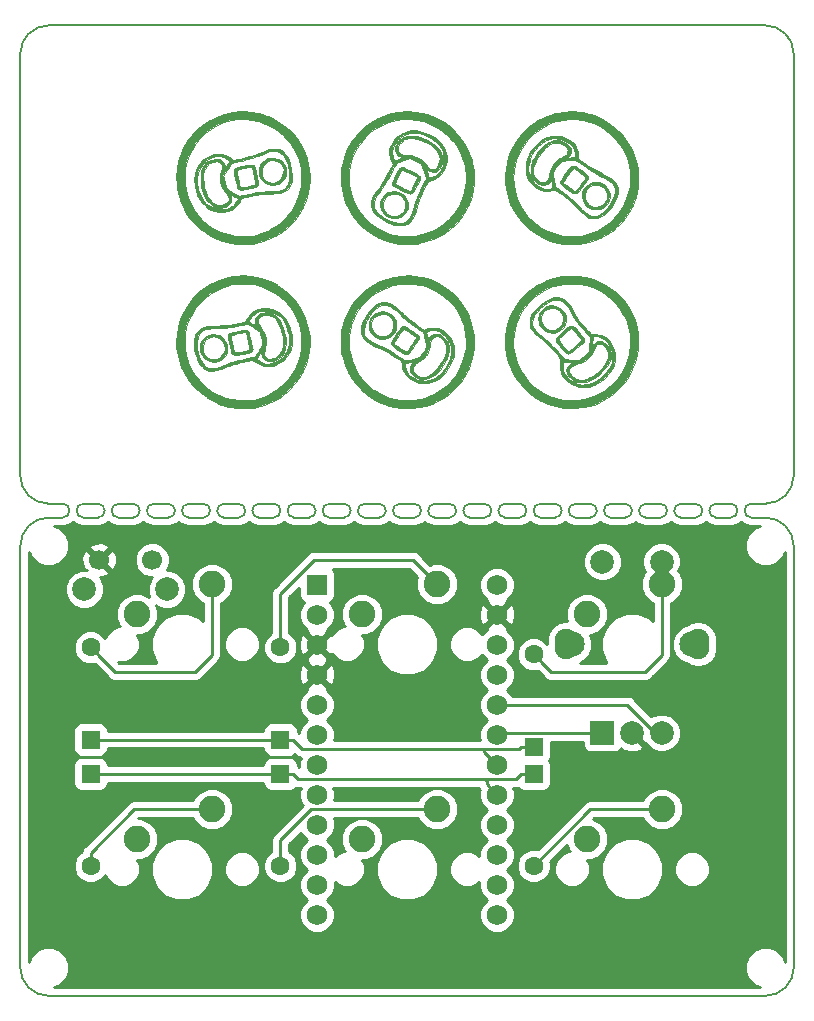
<source format=gbr>
%TF.GenerationSoftware,KiCad,Pcbnew,(5.0.1)-3*%
%TF.CreationDate,2018-12-08T15:20:53+01:00*%
%TF.ProjectId,SamplrPad,53616D706C725061642E6B696361645F,rev?*%
%TF.SameCoordinates,Original*%
%TF.FileFunction,Copper,L1,Top,Signal*%
%TF.FilePolarity,Positive*%
%FSLAX46Y46*%
G04 Gerber Fmt 4.6, Leading zero omitted, Abs format (unit mm)*
G04 Created by KiCad (PCBNEW (5.0.1)-3) date 8/12/2018 15:20:53*
%MOMM*%
%LPD*%
G01*
G04 APERTURE LIST*
%ADD10C,0.150000*%
%ADD11C,0.010000*%
%ADD12R,1.752600X1.752600*%
%ADD13C,1.752600*%
%ADD14C,2.150000*%
%ADD15C,2.250000*%
%ADD16C,2.000000*%
%ADD17O,1.900000X2.600000*%
%ADD18R,2.000000X2.000000*%
%ADD19C,1.700000*%
%ADD20C,1.600000*%
%ADD21R,1.600000X1.600000*%
%ADD22C,0.250000*%
%ADD23C,0.254000*%
G04 APERTURE END LIST*
D10*
X141089189Y-57745369D02*
X142279815Y-57745369D01*
X141089189Y-56554743D02*
X142279815Y-56554743D01*
X81557889Y-57745369D02*
X82748515Y-57745369D01*
X81557889Y-56554743D02*
X82748515Y-56554743D01*
X138112624Y-56554743D02*
X139303250Y-56554743D01*
X135136059Y-56554743D02*
X136326685Y-56554743D01*
X141089189Y-57745369D02*
G75*
G02X141089189Y-56554743I0J595313D01*
G01*
X139303250Y-56554743D02*
G75*
G02X139303250Y-57745369I0J-595313D01*
G01*
X138112624Y-57745369D02*
X139303250Y-57745369D01*
X138112624Y-57745369D02*
G75*
G02X138112624Y-56554743I0J595313D01*
G01*
X136326685Y-56554743D02*
G75*
G02X136326685Y-57745369I0J-595313D01*
G01*
X132159494Y-56554743D02*
X133350120Y-56554743D01*
X135136059Y-57745369D02*
X136326685Y-57745369D01*
X135136059Y-57745369D02*
G75*
G02X135136059Y-56554743I0J595313D01*
G01*
X133350120Y-56554743D02*
G75*
G02X133350120Y-57745369I0J-595313D01*
G01*
X129182929Y-56554743D02*
X130373555Y-56554743D01*
X132159494Y-57745369D02*
X133350120Y-57745369D01*
X132159494Y-57745369D02*
G75*
G02X132159494Y-56554743I0J595313D01*
G01*
X130373555Y-56554743D02*
G75*
G02X130373555Y-57745369I0J-595313D01*
G01*
X126206364Y-56554743D02*
X127396990Y-56554743D01*
X129182929Y-57745369D02*
X130373555Y-57745369D01*
X129182929Y-57745369D02*
G75*
G02X129182929Y-56554743I0J595313D01*
G01*
X127396990Y-56554743D02*
G75*
G02X127396990Y-57745369I0J-595313D01*
G01*
X123229799Y-56554743D02*
X124420425Y-56554743D01*
X126206364Y-57745369D02*
X127396990Y-57745369D01*
X126206364Y-57745369D02*
G75*
G02X126206364Y-56554743I0J595313D01*
G01*
X124420425Y-56554743D02*
G75*
G02X124420425Y-57745369I0J-595313D01*
G01*
X120253234Y-56554743D02*
X121443860Y-56554743D01*
X123229799Y-57745369D02*
X124420425Y-57745369D01*
X123229799Y-57745369D02*
G75*
G02X123229799Y-56554743I0J595313D01*
G01*
X121443860Y-56554743D02*
G75*
G02X121443860Y-57745369I0J-595313D01*
G01*
X117276669Y-56554743D02*
X118467295Y-56554743D01*
X120253234Y-57745369D02*
X121443860Y-57745369D01*
X120253234Y-57745369D02*
G75*
G02X120253234Y-56554743I0J595313D01*
G01*
X118467295Y-56554743D02*
G75*
G02X118467295Y-57745369I0J-595313D01*
G01*
X114300104Y-56554743D02*
X115490730Y-56554743D01*
X117276669Y-57745369D02*
X118467295Y-57745369D01*
X117276669Y-57745369D02*
G75*
G02X117276669Y-56554743I0J595313D01*
G01*
X115490730Y-56554743D02*
G75*
G02X115490730Y-57745369I0J-595313D01*
G01*
X111323539Y-56554743D02*
X112514165Y-56554743D01*
X114300104Y-57745369D02*
X115490730Y-57745369D01*
X114300104Y-57745369D02*
G75*
G02X114300104Y-56554743I0J595313D01*
G01*
X112514165Y-56554743D02*
G75*
G02X112514165Y-57745369I0J-595313D01*
G01*
X108346974Y-56554743D02*
X109537600Y-56554743D01*
X111323539Y-57745369D02*
X112514165Y-57745369D01*
X111323539Y-57745369D02*
G75*
G02X111323539Y-56554743I0J595313D01*
G01*
X109537600Y-56554743D02*
G75*
G02X109537600Y-57745369I0J-595313D01*
G01*
X105370409Y-56554743D02*
X106561035Y-56554743D01*
X108346974Y-57745369D02*
X109537600Y-57745369D01*
X108346974Y-57745369D02*
G75*
G02X108346974Y-56554743I0J595313D01*
G01*
X106561035Y-56554743D02*
G75*
G02X106561035Y-57745369I0J-595313D01*
G01*
X102393844Y-56554743D02*
X103584470Y-56554743D01*
X105370409Y-57745369D02*
X106561035Y-57745369D01*
X105370409Y-57745369D02*
G75*
G02X105370409Y-56554743I0J595313D01*
G01*
X103584470Y-56554743D02*
G75*
G02X103584470Y-57745369I0J-595313D01*
G01*
X99417279Y-56554743D02*
X100607905Y-56554743D01*
X102393844Y-57745369D02*
X103584470Y-57745369D01*
X102393844Y-57745369D02*
G75*
G02X102393844Y-56554743I0J595313D01*
G01*
X100607905Y-56554743D02*
G75*
G02X100607905Y-57745369I0J-595313D01*
G01*
X96440714Y-56554743D02*
X97631340Y-56554743D01*
X99417279Y-57745369D02*
X100607905Y-57745369D01*
X99417279Y-57745369D02*
G75*
G02X99417279Y-56554743I0J595313D01*
G01*
X97631340Y-56554743D02*
G75*
G02X97631340Y-57745369I0J-595313D01*
G01*
X93464149Y-56554743D02*
X94654775Y-56554743D01*
X96440714Y-57745369D02*
X97631340Y-57745369D01*
X96440714Y-57745369D02*
G75*
G02X96440714Y-56554743I0J595313D01*
G01*
X94654775Y-56554743D02*
G75*
G02X94654775Y-57745369I0J-595313D01*
G01*
X90487584Y-56554743D02*
X91678210Y-56554743D01*
X93464149Y-57745369D02*
X94654775Y-57745369D01*
X93464149Y-57745369D02*
G75*
G02X93464149Y-56554743I0J595313D01*
G01*
X91678210Y-56554743D02*
G75*
G02X91678210Y-57745369I0J-595313D01*
G01*
X87511019Y-56554743D02*
X88701645Y-56554743D01*
X90487584Y-57745369D02*
X91678210Y-57745369D01*
X90487584Y-57745369D02*
G75*
G02X90487584Y-56554743I0J595313D01*
G01*
X88701645Y-56554743D02*
G75*
G02X88701645Y-57745369I0J-595313D01*
G01*
X84534454Y-56554743D02*
X85725080Y-56554743D01*
X87511019Y-57745369D02*
X88701645Y-57745369D01*
X87511019Y-57745369D02*
G75*
G02X87511019Y-56554743I0J595313D01*
G01*
X85725080Y-56554743D02*
G75*
G02X85725080Y-57745369I0J-595313D01*
G01*
X84534454Y-57745369D02*
X85725080Y-57745369D01*
X84534454Y-57745369D02*
G75*
G02X84534454Y-56554743I0J595313D01*
G01*
X82748515Y-56554743D02*
G75*
G02X82748515Y-57745369I0J-595313D01*
G01*
X142279815Y-16073459D02*
G75*
G02X144661067Y-18454711I0J-2381252D01*
G01*
X144661067Y-54173491D02*
G75*
G02X142279815Y-56554743I-2381252J0D01*
G01*
X81557889Y-56554743D02*
G75*
G02X79176637Y-54173491I0J2381252D01*
G01*
X79176637Y-18454711D02*
G75*
G02X81557889Y-16073459I2381252J0D01*
G01*
X144661067Y-18454711D02*
X144661067Y-54173491D01*
X142279815Y-98226653D02*
X81557889Y-98226653D01*
X79176637Y-54173491D02*
X79176637Y-18454711D01*
X79176637Y-60126621D02*
G75*
G02X81557889Y-57745369I2381252J0D01*
G01*
X142279815Y-57745369D02*
G75*
G02X144661067Y-60126621I0J-2381252D01*
G01*
X144661067Y-95845401D02*
G75*
G02X142279815Y-98226653I-2381252J0D01*
G01*
X81557889Y-98226653D02*
G75*
G02X79176637Y-95845401I0J2381252D01*
G01*
X144661067Y-60126621D02*
X144661067Y-95845401D01*
X81557889Y-16073459D02*
X142279815Y-16073459D01*
X79176637Y-95845401D02*
X79176637Y-60126621D01*
D11*
G36*
X120241254Y-42415777D02*
X120331079Y-41756946D01*
X120497341Y-41119771D01*
X120736209Y-40510187D01*
X121043851Y-39934127D01*
X121416438Y-39397529D01*
X121850137Y-38906325D01*
X122341118Y-38466452D01*
X122885550Y-38083845D01*
X123479601Y-37764437D01*
X123743195Y-37650472D01*
X124388075Y-37434951D01*
X125045755Y-37299585D01*
X125709008Y-37242949D01*
X126370604Y-37263617D01*
X127023316Y-37360164D01*
X127659915Y-37531164D01*
X128273175Y-37775191D01*
X128855865Y-38090819D01*
X129400759Y-38476624D01*
X129818909Y-38848888D01*
X130274263Y-39345185D01*
X130653063Y-39863837D01*
X130960597Y-40414800D01*
X131202151Y-41008027D01*
X131383015Y-41653474D01*
X131431092Y-41883829D01*
X131450783Y-42027842D01*
X131468582Y-42233343D01*
X131483493Y-42477156D01*
X131494518Y-42736108D01*
X131500661Y-42987024D01*
X131500924Y-43206729D01*
X131494817Y-43365495D01*
X131409332Y-43973625D01*
X131245407Y-44586637D01*
X131007470Y-45192063D01*
X130699951Y-45777435D01*
X130556992Y-46005395D01*
X130379939Y-46246221D01*
X130152101Y-46514500D01*
X129892690Y-46790707D01*
X129620920Y-47055317D01*
X129356004Y-47288806D01*
X129117155Y-47471652D01*
X129107737Y-47478097D01*
X128543050Y-47823517D01*
X127974452Y-48090780D01*
X127389529Y-48283673D01*
X126775869Y-48405988D01*
X126121057Y-48461512D01*
X125871785Y-48465882D01*
X125681432Y-48456095D01*
X125681432Y-47818559D01*
X126290827Y-47806881D01*
X126896528Y-47714635D01*
X127489131Y-47545730D01*
X128059231Y-47304070D01*
X128597425Y-46993564D01*
X129094307Y-46618117D01*
X129490932Y-46236017D01*
X129626300Y-46078196D01*
X129779667Y-45881098D01*
X129936966Y-45664785D01*
X130084128Y-45449318D01*
X130207087Y-45254757D01*
X130291773Y-45101163D01*
X130301607Y-45079995D01*
X130446886Y-44742749D01*
X130557358Y-44454625D01*
X130640025Y-44191124D01*
X130701890Y-43927746D01*
X130749954Y-43639990D01*
X130779498Y-43407829D01*
X130806927Y-43167990D01*
X130824793Y-42989418D01*
X130833146Y-42849261D01*
X130832039Y-42724665D01*
X130821524Y-42592778D01*
X130801652Y-42430749D01*
X130782043Y-42285995D01*
X130713048Y-41860174D01*
X130626299Y-41489041D01*
X130512607Y-41143052D01*
X130362777Y-40792664D01*
X130241199Y-40547676D01*
X129938624Y-40049443D01*
X129567295Y-39581787D01*
X129139271Y-39155407D01*
X128666611Y-38781002D01*
X128161373Y-38469272D01*
X127635616Y-38230914D01*
X127626070Y-38227374D01*
X127359879Y-38132882D01*
X127129893Y-38062413D01*
X126914770Y-38012510D01*
X126693167Y-37979716D01*
X126443741Y-37960572D01*
X126145151Y-37951621D01*
X125911570Y-37949621D01*
X125572291Y-37950777D01*
X125298081Y-37958623D01*
X125069438Y-37975782D01*
X124866861Y-38004880D01*
X124670851Y-38048541D01*
X124461905Y-38109391D01*
X124281737Y-38168993D01*
X123711089Y-38406362D01*
X123173352Y-38714214D01*
X122677122Y-39084893D01*
X122230994Y-39510744D01*
X121843564Y-39984111D01*
X121523426Y-40497338D01*
X121408908Y-40727697D01*
X121316481Y-40929832D01*
X121252388Y-41074756D01*
X121208832Y-41181829D01*
X121178014Y-41270409D01*
X121152138Y-41359857D01*
X121147859Y-41375829D01*
X121117291Y-41490128D01*
X121076166Y-41643158D01*
X121051233Y-41735662D01*
X120959181Y-42186767D01*
X120913158Y-42668244D01*
X120916079Y-43140570D01*
X120933433Y-43333745D01*
X120979927Y-43654038D01*
X121040503Y-43967881D01*
X121109722Y-44250854D01*
X121182146Y-44478538D01*
X121196563Y-44515354D01*
X121247896Y-44640246D01*
X121304839Y-44777757D01*
X121307296Y-44783662D01*
X121560901Y-45295387D01*
X121884496Y-45790537D01*
X122263446Y-46249836D01*
X122683117Y-46654005D01*
X122800070Y-46750038D01*
X123333688Y-47120379D01*
X123900789Y-47412975D01*
X124501074Y-47627714D01*
X125134241Y-47764484D01*
X125681432Y-47818559D01*
X125681432Y-48456095D01*
X125165721Y-48429577D01*
X124498362Y-48318247D01*
X123867440Y-48130958D01*
X123270685Y-47866777D01*
X122705827Y-47524770D01*
X122170596Y-47104003D01*
X121867848Y-46818490D01*
X121403261Y-46299814D01*
X121018440Y-45755563D01*
X120711557Y-45181574D01*
X120480784Y-44573682D01*
X120324295Y-43927723D01*
X120240260Y-43239534D01*
X120231698Y-43090329D01*
X120241254Y-42415777D01*
X120241254Y-42415777D01*
G37*
X120241254Y-42415777D02*
X120331079Y-41756946D01*
X120497341Y-41119771D01*
X120736209Y-40510187D01*
X121043851Y-39934127D01*
X121416438Y-39397529D01*
X121850137Y-38906325D01*
X122341118Y-38466452D01*
X122885550Y-38083845D01*
X123479601Y-37764437D01*
X123743195Y-37650472D01*
X124388075Y-37434951D01*
X125045755Y-37299585D01*
X125709008Y-37242949D01*
X126370604Y-37263617D01*
X127023316Y-37360164D01*
X127659915Y-37531164D01*
X128273175Y-37775191D01*
X128855865Y-38090819D01*
X129400759Y-38476624D01*
X129818909Y-38848888D01*
X130274263Y-39345185D01*
X130653063Y-39863837D01*
X130960597Y-40414800D01*
X131202151Y-41008027D01*
X131383015Y-41653474D01*
X131431092Y-41883829D01*
X131450783Y-42027842D01*
X131468582Y-42233343D01*
X131483493Y-42477156D01*
X131494518Y-42736108D01*
X131500661Y-42987024D01*
X131500924Y-43206729D01*
X131494817Y-43365495D01*
X131409332Y-43973625D01*
X131245407Y-44586637D01*
X131007470Y-45192063D01*
X130699951Y-45777435D01*
X130556992Y-46005395D01*
X130379939Y-46246221D01*
X130152101Y-46514500D01*
X129892690Y-46790707D01*
X129620920Y-47055317D01*
X129356004Y-47288806D01*
X129117155Y-47471652D01*
X129107737Y-47478097D01*
X128543050Y-47823517D01*
X127974452Y-48090780D01*
X127389529Y-48283673D01*
X126775869Y-48405988D01*
X126121057Y-48461512D01*
X125871785Y-48465882D01*
X125681432Y-48456095D01*
X125681432Y-47818559D01*
X126290827Y-47806881D01*
X126896528Y-47714635D01*
X127489131Y-47545730D01*
X128059231Y-47304070D01*
X128597425Y-46993564D01*
X129094307Y-46618117D01*
X129490932Y-46236017D01*
X129626300Y-46078196D01*
X129779667Y-45881098D01*
X129936966Y-45664785D01*
X130084128Y-45449318D01*
X130207087Y-45254757D01*
X130291773Y-45101163D01*
X130301607Y-45079995D01*
X130446886Y-44742749D01*
X130557358Y-44454625D01*
X130640025Y-44191124D01*
X130701890Y-43927746D01*
X130749954Y-43639990D01*
X130779498Y-43407829D01*
X130806927Y-43167990D01*
X130824793Y-42989418D01*
X130833146Y-42849261D01*
X130832039Y-42724665D01*
X130821524Y-42592778D01*
X130801652Y-42430749D01*
X130782043Y-42285995D01*
X130713048Y-41860174D01*
X130626299Y-41489041D01*
X130512607Y-41143052D01*
X130362777Y-40792664D01*
X130241199Y-40547676D01*
X129938624Y-40049443D01*
X129567295Y-39581787D01*
X129139271Y-39155407D01*
X128666611Y-38781002D01*
X128161373Y-38469272D01*
X127635616Y-38230914D01*
X127626070Y-38227374D01*
X127359879Y-38132882D01*
X127129893Y-38062413D01*
X126914770Y-38012510D01*
X126693167Y-37979716D01*
X126443741Y-37960572D01*
X126145151Y-37951621D01*
X125911570Y-37949621D01*
X125572291Y-37950777D01*
X125298081Y-37958623D01*
X125069438Y-37975782D01*
X124866861Y-38004880D01*
X124670851Y-38048541D01*
X124461905Y-38109391D01*
X124281737Y-38168993D01*
X123711089Y-38406362D01*
X123173352Y-38714214D01*
X122677122Y-39084893D01*
X122230994Y-39510744D01*
X121843564Y-39984111D01*
X121523426Y-40497338D01*
X121408908Y-40727697D01*
X121316481Y-40929832D01*
X121252388Y-41074756D01*
X121208832Y-41181829D01*
X121178014Y-41270409D01*
X121152138Y-41359857D01*
X121147859Y-41375829D01*
X121117291Y-41490128D01*
X121076166Y-41643158D01*
X121051233Y-41735662D01*
X120959181Y-42186767D01*
X120913158Y-42668244D01*
X120916079Y-43140570D01*
X120933433Y-43333745D01*
X120979927Y-43654038D01*
X121040503Y-43967881D01*
X121109722Y-44250854D01*
X121182146Y-44478538D01*
X121196563Y-44515354D01*
X121247896Y-44640246D01*
X121304839Y-44777757D01*
X121307296Y-44783662D01*
X121560901Y-45295387D01*
X121884496Y-45790537D01*
X122263446Y-46249836D01*
X122683117Y-46654005D01*
X122800070Y-46750038D01*
X123333688Y-47120379D01*
X123900789Y-47412975D01*
X124501074Y-47627714D01*
X125134241Y-47764484D01*
X125681432Y-47818559D01*
X125681432Y-48456095D01*
X125165721Y-48429577D01*
X124498362Y-48318247D01*
X123867440Y-48130958D01*
X123270685Y-47866777D01*
X122705827Y-47524770D01*
X122170596Y-47104003D01*
X121867848Y-46818490D01*
X121403261Y-46299814D01*
X121018440Y-45755563D01*
X120711557Y-45181574D01*
X120480784Y-44573682D01*
X120324295Y-43927723D01*
X120240260Y-43239534D01*
X120231698Y-43090329D01*
X120241254Y-42415777D01*
G36*
X120233547Y-28760495D02*
X120275855Y-28211652D01*
X120358201Y-27714342D01*
X120486751Y-27242503D01*
X120667668Y-26770073D01*
X120744768Y-26599191D01*
X121072487Y-25996598D01*
X121468705Y-25440549D01*
X121927751Y-24936764D01*
X122443948Y-24490963D01*
X123011625Y-24108863D01*
X123442986Y-23879297D01*
X123589761Y-23813066D01*
X123712271Y-23764842D01*
X123786037Y-23744178D01*
X123789738Y-23743995D01*
X123860885Y-23722346D01*
X123876446Y-23706717D01*
X123932125Y-23668122D01*
X123995361Y-23646162D01*
X124098814Y-23619262D01*
X124232468Y-23582406D01*
X124260570Y-23574415D01*
X124487603Y-23517461D01*
X124760757Y-23461269D01*
X125055259Y-23409772D01*
X125346338Y-23366903D01*
X125609222Y-23336596D01*
X125819140Y-23322782D01*
X125848070Y-23322356D01*
X126087481Y-23332879D01*
X126382409Y-23363576D01*
X126707198Y-23410548D01*
X127036192Y-23469897D01*
X127343737Y-23537723D01*
X127456737Y-23566824D01*
X128040432Y-23767303D01*
X128606057Y-24044164D01*
X129144387Y-24389585D01*
X129646197Y-24795743D01*
X130102262Y-25254817D01*
X130503357Y-25758984D01*
X130840257Y-26300423D01*
X130960837Y-26537995D01*
X131076411Y-26791870D01*
X131170409Y-27025578D01*
X131250595Y-27262917D01*
X131324733Y-27527684D01*
X131400587Y-27843677D01*
X131430419Y-27977329D01*
X131448348Y-28098644D01*
X131465192Y-28283167D01*
X131480017Y-28509440D01*
X131491891Y-28756005D01*
X131499880Y-29001402D01*
X131503052Y-29224173D01*
X131500473Y-29402861D01*
X131495761Y-29480162D01*
X131476421Y-29647312D01*
X131448327Y-29843328D01*
X131415953Y-30041171D01*
X131383771Y-30213799D01*
X131356255Y-30334173D01*
X131352208Y-30347995D01*
X131323739Y-30439297D01*
X131278992Y-30582525D01*
X131226988Y-30748806D01*
X131219940Y-30771329D01*
X131013501Y-31304698D01*
X130733858Y-31832269D01*
X130391910Y-32338489D01*
X129998557Y-32807804D01*
X129564696Y-33224663D01*
X129414020Y-33348434D01*
X128836231Y-33754115D01*
X128235698Y-34078376D01*
X127610778Y-34321795D01*
X126959830Y-34484947D01*
X126281209Y-34568409D01*
X125901006Y-34580549D01*
X125890404Y-34580054D01*
X125890404Y-33912563D01*
X126304932Y-33900936D01*
X126671707Y-33862252D01*
X127024823Y-33791115D01*
X127398375Y-33682128D01*
X127445903Y-33666347D01*
X128017604Y-33431412D01*
X128551941Y-33126434D01*
X129043291Y-32758483D01*
X129486033Y-32334632D01*
X129874542Y-31861951D01*
X130203198Y-31347511D01*
X130466377Y-30798385D01*
X130658457Y-30221643D01*
X130773816Y-29624356D01*
X130791208Y-29458995D01*
X130803135Y-29218310D01*
X130803320Y-28935964D01*
X130793030Y-28637683D01*
X130773530Y-28349194D01*
X130746083Y-28096225D01*
X130715513Y-27919655D01*
X130533972Y-27306632D01*
X130277782Y-26725783D01*
X129952530Y-26183680D01*
X129563804Y-25686894D01*
X129117190Y-25241997D01*
X128618276Y-24855559D01*
X128072650Y-24534152D01*
X127689570Y-24360803D01*
X127498430Y-24285553D01*
X127343905Y-24230014D01*
X127199590Y-24186737D01*
X127039077Y-24148271D01*
X126835960Y-24107170D01*
X126697155Y-24080861D01*
X126179234Y-24012665D01*
X125669660Y-24007563D01*
X125138127Y-24065517D01*
X125059440Y-24078801D01*
X124756356Y-24136549D01*
X124500753Y-24197868D01*
X124266309Y-24271649D01*
X124026697Y-24366782D01*
X123755595Y-24492158D01*
X123583237Y-24577374D01*
X123070209Y-24880787D01*
X122600305Y-25250241D01*
X122178217Y-25677166D01*
X121808633Y-26152992D01*
X121496244Y-26669148D01*
X121245741Y-27217063D01*
X121061812Y-27788166D01*
X120949148Y-28373889D01*
X120912439Y-28965659D01*
X120937920Y-29411437D01*
X121050192Y-30068424D01*
X121235845Y-30690490D01*
X121491729Y-31272932D01*
X121814691Y-31811045D01*
X122201580Y-32300125D01*
X122649245Y-32735467D01*
X123154535Y-33112368D01*
X123584022Y-33361410D01*
X124095059Y-33594843D01*
X124597560Y-33760273D01*
X125114392Y-33863164D01*
X125668427Y-33908981D01*
X125890404Y-33912563D01*
X125890404Y-34580054D01*
X125246222Y-34549960D01*
X124631127Y-34453492D01*
X124037399Y-34286935D01*
X123446712Y-34046078D01*
X123329237Y-33989561D01*
X122738184Y-33652587D01*
X122200782Y-33253276D01*
X121720496Y-32797483D01*
X121300791Y-32291063D01*
X120945135Y-31739869D01*
X120656993Y-31149756D01*
X120439830Y-30526578D01*
X120297112Y-29876190D01*
X120232306Y-29204446D01*
X120233547Y-28760495D01*
X120233547Y-28760495D01*
G37*
X120233547Y-28760495D02*
X120275855Y-28211652D01*
X120358201Y-27714342D01*
X120486751Y-27242503D01*
X120667668Y-26770073D01*
X120744768Y-26599191D01*
X121072487Y-25996598D01*
X121468705Y-25440549D01*
X121927751Y-24936764D01*
X122443948Y-24490963D01*
X123011625Y-24108863D01*
X123442986Y-23879297D01*
X123589761Y-23813066D01*
X123712271Y-23764842D01*
X123786037Y-23744178D01*
X123789738Y-23743995D01*
X123860885Y-23722346D01*
X123876446Y-23706717D01*
X123932125Y-23668122D01*
X123995361Y-23646162D01*
X124098814Y-23619262D01*
X124232468Y-23582406D01*
X124260570Y-23574415D01*
X124487603Y-23517461D01*
X124760757Y-23461269D01*
X125055259Y-23409772D01*
X125346338Y-23366903D01*
X125609222Y-23336596D01*
X125819140Y-23322782D01*
X125848070Y-23322356D01*
X126087481Y-23332879D01*
X126382409Y-23363576D01*
X126707198Y-23410548D01*
X127036192Y-23469897D01*
X127343737Y-23537723D01*
X127456737Y-23566824D01*
X128040432Y-23767303D01*
X128606057Y-24044164D01*
X129144387Y-24389585D01*
X129646197Y-24795743D01*
X130102262Y-25254817D01*
X130503357Y-25758984D01*
X130840257Y-26300423D01*
X130960837Y-26537995D01*
X131076411Y-26791870D01*
X131170409Y-27025578D01*
X131250595Y-27262917D01*
X131324733Y-27527684D01*
X131400587Y-27843677D01*
X131430419Y-27977329D01*
X131448348Y-28098644D01*
X131465192Y-28283167D01*
X131480017Y-28509440D01*
X131491891Y-28756005D01*
X131499880Y-29001402D01*
X131503052Y-29224173D01*
X131500473Y-29402861D01*
X131495761Y-29480162D01*
X131476421Y-29647312D01*
X131448327Y-29843328D01*
X131415953Y-30041171D01*
X131383771Y-30213799D01*
X131356255Y-30334173D01*
X131352208Y-30347995D01*
X131323739Y-30439297D01*
X131278992Y-30582525D01*
X131226988Y-30748806D01*
X131219940Y-30771329D01*
X131013501Y-31304698D01*
X130733858Y-31832269D01*
X130391910Y-32338489D01*
X129998557Y-32807804D01*
X129564696Y-33224663D01*
X129414020Y-33348434D01*
X128836231Y-33754115D01*
X128235698Y-34078376D01*
X127610778Y-34321795D01*
X126959830Y-34484947D01*
X126281209Y-34568409D01*
X125901006Y-34580549D01*
X125890404Y-34580054D01*
X125890404Y-33912563D01*
X126304932Y-33900936D01*
X126671707Y-33862252D01*
X127024823Y-33791115D01*
X127398375Y-33682128D01*
X127445903Y-33666347D01*
X128017604Y-33431412D01*
X128551941Y-33126434D01*
X129043291Y-32758483D01*
X129486033Y-32334632D01*
X129874542Y-31861951D01*
X130203198Y-31347511D01*
X130466377Y-30798385D01*
X130658457Y-30221643D01*
X130773816Y-29624356D01*
X130791208Y-29458995D01*
X130803135Y-29218310D01*
X130803320Y-28935964D01*
X130793030Y-28637683D01*
X130773530Y-28349194D01*
X130746083Y-28096225D01*
X130715513Y-27919655D01*
X130533972Y-27306632D01*
X130277782Y-26725783D01*
X129952530Y-26183680D01*
X129563804Y-25686894D01*
X129117190Y-25241997D01*
X128618276Y-24855559D01*
X128072650Y-24534152D01*
X127689570Y-24360803D01*
X127498430Y-24285553D01*
X127343905Y-24230014D01*
X127199590Y-24186737D01*
X127039077Y-24148271D01*
X126835960Y-24107170D01*
X126697155Y-24080861D01*
X126179234Y-24012665D01*
X125669660Y-24007563D01*
X125138127Y-24065517D01*
X125059440Y-24078801D01*
X124756356Y-24136549D01*
X124500753Y-24197868D01*
X124266309Y-24271649D01*
X124026697Y-24366782D01*
X123755595Y-24492158D01*
X123583237Y-24577374D01*
X123070209Y-24880787D01*
X122600305Y-25250241D01*
X122178217Y-25677166D01*
X121808633Y-26152992D01*
X121496244Y-26669148D01*
X121245741Y-27217063D01*
X121061812Y-27788166D01*
X120949148Y-28373889D01*
X120912439Y-28965659D01*
X120937920Y-29411437D01*
X121050192Y-30068424D01*
X121235845Y-30690490D01*
X121491729Y-31272932D01*
X121814691Y-31811045D01*
X122201580Y-32300125D01*
X122649245Y-32735467D01*
X123154535Y-33112368D01*
X123584022Y-33361410D01*
X124095059Y-33594843D01*
X124597560Y-33760273D01*
X125114392Y-33863164D01*
X125668427Y-33908981D01*
X125890404Y-33912563D01*
X125890404Y-34580054D01*
X125246222Y-34549960D01*
X124631127Y-34453492D01*
X124037399Y-34286935D01*
X123446712Y-34046078D01*
X123329237Y-33989561D01*
X122738184Y-33652587D01*
X122200782Y-33253276D01*
X121720496Y-32797483D01*
X121300791Y-32291063D01*
X120945135Y-31739869D01*
X120656993Y-31149756D01*
X120439830Y-30526578D01*
X120297112Y-29876190D01*
X120232306Y-29204446D01*
X120233547Y-28760495D01*
G36*
X106327118Y-42557915D02*
X106337498Y-42297546D01*
X106354399Y-42083163D01*
X106370808Y-41968495D01*
X106511308Y-41359697D01*
X106689105Y-40812066D01*
X106912619Y-40307181D01*
X107190272Y-39826618D01*
X107530485Y-39351955D01*
X107615734Y-39245048D01*
X108035338Y-38793064D01*
X108516305Y-38389979D01*
X109048039Y-38040081D01*
X109619944Y-37747659D01*
X110221423Y-37517001D01*
X110841879Y-37352395D01*
X111470717Y-37258130D01*
X112097338Y-37238494D01*
X112500972Y-37268078D01*
X113199936Y-37384336D01*
X113846453Y-37564609D01*
X114446722Y-37811845D01*
X115006943Y-38128995D01*
X115533317Y-38519007D01*
X115964392Y-38915686D01*
X116394924Y-39392452D01*
X116752776Y-39885555D01*
X117043784Y-40406658D01*
X117273783Y-40967427D01*
X117448609Y-41579526D01*
X117547016Y-42079210D01*
X117569324Y-42281241D01*
X117582417Y-42542302D01*
X117586527Y-42837286D01*
X117581888Y-43141087D01*
X117568734Y-43428595D01*
X117547298Y-43674704D01*
X117531120Y-43788829D01*
X117373770Y-44457693D01*
X117140512Y-45095584D01*
X116835228Y-45696451D01*
X116461798Y-46254242D01*
X116024105Y-46762906D01*
X115526030Y-47216391D01*
X115158904Y-47487403D01*
X114614692Y-47821688D01*
X114076541Y-48080853D01*
X113528863Y-48269633D01*
X112956072Y-48392765D01*
X112342583Y-48454984D01*
X111941570Y-48465049D01*
X111941570Y-47809943D01*
X112493458Y-47787023D01*
X112997534Y-47713442D01*
X113477662Y-47583601D01*
X113957709Y-47391901D01*
X114177161Y-47285440D01*
X114726224Y-46960553D01*
X115222026Y-46575385D01*
X115661058Y-46136652D01*
X116039814Y-45651071D01*
X116354787Y-45125357D01*
X116602467Y-44566225D01*
X116779349Y-43980393D01*
X116881925Y-43374576D01*
X116906686Y-42755490D01*
X116854585Y-42158820D01*
X116718587Y-41531127D01*
X116506726Y-40932845D01*
X116223638Y-40370387D01*
X115873963Y-39850170D01*
X115462339Y-39378610D01*
X114993404Y-38962123D01*
X114471798Y-38607124D01*
X114167425Y-38442038D01*
X113827103Y-38281229D01*
X113521237Y-38158033D01*
X113229333Y-38068001D01*
X112930901Y-38006688D01*
X112605447Y-37969648D01*
X112232481Y-37952434D01*
X111899237Y-37949895D01*
X111601007Y-37952273D01*
X111370242Y-37957802D01*
X111189761Y-37967931D01*
X111042378Y-37984113D01*
X110910910Y-38007798D01*
X110778175Y-38040439D01*
X110756237Y-38046433D01*
X110118034Y-38263748D01*
X109528713Y-38548111D01*
X108991655Y-38895883D01*
X108510237Y-39303426D01*
X108087842Y-39767099D01*
X107727847Y-40283266D01*
X107433635Y-40848285D01*
X107208583Y-41458520D01*
X107074044Y-42010829D01*
X107038006Y-42274704D01*
X107017082Y-42588509D01*
X107011247Y-42924568D01*
X107020476Y-43255206D01*
X107044744Y-43552748D01*
X107075627Y-43751559D01*
X107247066Y-44387988D01*
X107489111Y-44988163D01*
X107797660Y-45545799D01*
X108168612Y-46054615D01*
X108597865Y-46508326D01*
X109081318Y-46900650D01*
X109171849Y-46962970D01*
X109714039Y-47286142D01*
X110261389Y-47528634D01*
X110826004Y-47694148D01*
X111419989Y-47786386D01*
X111941570Y-47809943D01*
X111941570Y-48465049D01*
X111391100Y-48446084D01*
X110891798Y-48385937D01*
X110418276Y-48279588D01*
X109945144Y-48122014D01*
X109698226Y-48021346D01*
X109533758Y-47945406D01*
X109345201Y-47850217D01*
X109149087Y-47745124D01*
X108961948Y-47639474D01*
X108800316Y-47542613D01*
X108680723Y-47463890D01*
X108619703Y-47412649D01*
X108618404Y-47410856D01*
X108566499Y-47365354D01*
X108528297Y-47341211D01*
X108419162Y-47264296D01*
X108270606Y-47138084D01*
X108098334Y-46977539D01*
X107918052Y-46797626D01*
X107745465Y-46613308D01*
X107650272Y-46504630D01*
X107257489Y-45988145D01*
X106933282Y-45441801D01*
X106672727Y-44855138D01*
X106470902Y-44217690D01*
X106372392Y-43788829D01*
X106350444Y-43624554D01*
X106334924Y-43397590D01*
X106325850Y-43129672D01*
X106323242Y-42842536D01*
X106327118Y-42557915D01*
X106327118Y-42557915D01*
G37*
X106327118Y-42557915D02*
X106337498Y-42297546D01*
X106354399Y-42083163D01*
X106370808Y-41968495D01*
X106511308Y-41359697D01*
X106689105Y-40812066D01*
X106912619Y-40307181D01*
X107190272Y-39826618D01*
X107530485Y-39351955D01*
X107615734Y-39245048D01*
X108035338Y-38793064D01*
X108516305Y-38389979D01*
X109048039Y-38040081D01*
X109619944Y-37747659D01*
X110221423Y-37517001D01*
X110841879Y-37352395D01*
X111470717Y-37258130D01*
X112097338Y-37238494D01*
X112500972Y-37268078D01*
X113199936Y-37384336D01*
X113846453Y-37564609D01*
X114446722Y-37811845D01*
X115006943Y-38128995D01*
X115533317Y-38519007D01*
X115964392Y-38915686D01*
X116394924Y-39392452D01*
X116752776Y-39885555D01*
X117043784Y-40406658D01*
X117273783Y-40967427D01*
X117448609Y-41579526D01*
X117547016Y-42079210D01*
X117569324Y-42281241D01*
X117582417Y-42542302D01*
X117586527Y-42837286D01*
X117581888Y-43141087D01*
X117568734Y-43428595D01*
X117547298Y-43674704D01*
X117531120Y-43788829D01*
X117373770Y-44457693D01*
X117140512Y-45095584D01*
X116835228Y-45696451D01*
X116461798Y-46254242D01*
X116024105Y-46762906D01*
X115526030Y-47216391D01*
X115158904Y-47487403D01*
X114614692Y-47821688D01*
X114076541Y-48080853D01*
X113528863Y-48269633D01*
X112956072Y-48392765D01*
X112342583Y-48454984D01*
X111941570Y-48465049D01*
X111941570Y-47809943D01*
X112493458Y-47787023D01*
X112997534Y-47713442D01*
X113477662Y-47583601D01*
X113957709Y-47391901D01*
X114177161Y-47285440D01*
X114726224Y-46960553D01*
X115222026Y-46575385D01*
X115661058Y-46136652D01*
X116039814Y-45651071D01*
X116354787Y-45125357D01*
X116602467Y-44566225D01*
X116779349Y-43980393D01*
X116881925Y-43374576D01*
X116906686Y-42755490D01*
X116854585Y-42158820D01*
X116718587Y-41531127D01*
X116506726Y-40932845D01*
X116223638Y-40370387D01*
X115873963Y-39850170D01*
X115462339Y-39378610D01*
X114993404Y-38962123D01*
X114471798Y-38607124D01*
X114167425Y-38442038D01*
X113827103Y-38281229D01*
X113521237Y-38158033D01*
X113229333Y-38068001D01*
X112930901Y-38006688D01*
X112605447Y-37969648D01*
X112232481Y-37952434D01*
X111899237Y-37949895D01*
X111601007Y-37952273D01*
X111370242Y-37957802D01*
X111189761Y-37967931D01*
X111042378Y-37984113D01*
X110910910Y-38007798D01*
X110778175Y-38040439D01*
X110756237Y-38046433D01*
X110118034Y-38263748D01*
X109528713Y-38548111D01*
X108991655Y-38895883D01*
X108510237Y-39303426D01*
X108087842Y-39767099D01*
X107727847Y-40283266D01*
X107433635Y-40848285D01*
X107208583Y-41458520D01*
X107074044Y-42010829D01*
X107038006Y-42274704D01*
X107017082Y-42588509D01*
X107011247Y-42924568D01*
X107020476Y-43255206D01*
X107044744Y-43552748D01*
X107075627Y-43751559D01*
X107247066Y-44387988D01*
X107489111Y-44988163D01*
X107797660Y-45545799D01*
X108168612Y-46054615D01*
X108597865Y-46508326D01*
X109081318Y-46900650D01*
X109171849Y-46962970D01*
X109714039Y-47286142D01*
X110261389Y-47528634D01*
X110826004Y-47694148D01*
X111419989Y-47786386D01*
X111941570Y-47809943D01*
X111941570Y-48465049D01*
X111391100Y-48446084D01*
X110891798Y-48385937D01*
X110418276Y-48279588D01*
X109945144Y-48122014D01*
X109698226Y-48021346D01*
X109533758Y-47945406D01*
X109345201Y-47850217D01*
X109149087Y-47745124D01*
X108961948Y-47639474D01*
X108800316Y-47542613D01*
X108680723Y-47463890D01*
X108619703Y-47412649D01*
X108618404Y-47410856D01*
X108566499Y-47365354D01*
X108528297Y-47341211D01*
X108419162Y-47264296D01*
X108270606Y-47138084D01*
X108098334Y-46977539D01*
X107918052Y-46797626D01*
X107745465Y-46613308D01*
X107650272Y-46504630D01*
X107257489Y-45988145D01*
X106933282Y-45441801D01*
X106672727Y-44855138D01*
X106470902Y-44217690D01*
X106372392Y-43788829D01*
X106350444Y-43624554D01*
X106334924Y-43397590D01*
X106325850Y-43129672D01*
X106323242Y-42842536D01*
X106327118Y-42557915D01*
G36*
X106326877Y-28592819D02*
X106350373Y-28261930D01*
X106395383Y-27952042D01*
X106466478Y-27635701D01*
X106568232Y-27285454D01*
X106635804Y-27077737D01*
X106873453Y-26496709D01*
X107186132Y-25941929D01*
X107566055Y-25422030D01*
X108005439Y-24945645D01*
X108496497Y-24521409D01*
X109031446Y-24157954D01*
X109486237Y-23916538D01*
X109691447Y-23820752D01*
X109840836Y-23752649D01*
X109955253Y-23703991D01*
X110055545Y-23666538D01*
X110162560Y-23632050D01*
X110297144Y-23592288D01*
X110332904Y-23581903D01*
X110672505Y-23494858D01*
X111038401Y-23420815D01*
X111402741Y-23364238D01*
X111737677Y-23329592D01*
X111962737Y-23320662D01*
X112171173Y-23330132D01*
X112428439Y-23356121D01*
X112713009Y-23395003D01*
X113003357Y-23443148D01*
X113277958Y-23496929D01*
X113515286Y-23552716D01*
X113693816Y-23606881D01*
X113719570Y-23616794D01*
X113803230Y-23649804D01*
X113934731Y-23700808D01*
X114058237Y-23748272D01*
X114644972Y-24017242D01*
X115196747Y-24358343D01*
X115706853Y-24763936D01*
X116168583Y-25226381D01*
X116575228Y-25738039D01*
X116920081Y-26291268D01*
X117196434Y-26878430D01*
X117397579Y-27491885D01*
X117418333Y-27575162D01*
X117464985Y-27777809D01*
X117510459Y-27988959D01*
X117545219Y-28164270D01*
X117546337Y-28170377D01*
X117565863Y-28333942D01*
X117578872Y-28559063D01*
X117585410Y-28822883D01*
X117585524Y-29102546D01*
X117579262Y-29375196D01*
X117566671Y-29617977D01*
X117547798Y-29808032D01*
X117542892Y-29839995D01*
X117388076Y-30514467D01*
X117156208Y-31160630D01*
X116850835Y-31771355D01*
X116475500Y-32339512D01*
X116051890Y-32839072D01*
X115616009Y-33254448D01*
X115157121Y-33608342D01*
X114664378Y-33906442D01*
X114126929Y-34154436D01*
X113533925Y-34358009D01*
X112874518Y-34522849D01*
X112816757Y-34534907D01*
X112612140Y-34563011D01*
X112346391Y-34579056D01*
X112042117Y-34583489D01*
X111934519Y-34581228D01*
X111934519Y-33913117D01*
X112597726Y-33872990D01*
X113227647Y-33755112D01*
X113823589Y-33559780D01*
X114384863Y-33287290D01*
X114910779Y-32937938D01*
X115400646Y-32512022D01*
X115547999Y-32361388D01*
X115948219Y-31876300D01*
X116288369Y-31338368D01*
X116562449Y-30759907D01*
X116764455Y-30153227D01*
X116871706Y-29645908D01*
X116890846Y-29446316D01*
X116898025Y-29188194D01*
X116894200Y-28896686D01*
X116880329Y-28596937D01*
X116857369Y-28314091D01*
X116826278Y-28073293D01*
X116808160Y-27977329D01*
X116722046Y-27631471D01*
X116617870Y-27313976D01*
X116482957Y-26989525D01*
X116365127Y-26742746D01*
X116213056Y-26453796D01*
X116059910Y-26203899D01*
X115889802Y-25971772D01*
X115686847Y-25736132D01*
X115435159Y-25475698D01*
X115374929Y-25416162D01*
X114904054Y-25002449D01*
X114407652Y-24664448D01*
X113876276Y-24397364D01*
X113300476Y-24196403D01*
X112708608Y-24063216D01*
X112134360Y-24005097D01*
X111547464Y-24023755D01*
X110959309Y-24115120D01*
X110381278Y-24275123D01*
X109824760Y-24499695D01*
X109301140Y-24784769D01*
X108821805Y-25126274D01*
X108398141Y-25520142D01*
X108287845Y-25642964D01*
X107872490Y-26180412D01*
X107539762Y-26732733D01*
X107288433Y-27303100D01*
X107117275Y-27894684D01*
X107025061Y-28510659D01*
X107006819Y-28953162D01*
X107047942Y-29595062D01*
X107167725Y-30214339D01*
X107361903Y-30805452D01*
X107626211Y-31362858D01*
X107956385Y-31881017D01*
X108348158Y-32354387D01*
X108797265Y-32777425D01*
X109299441Y-33144591D01*
X109850421Y-33450343D01*
X110445940Y-33689138D01*
X110713904Y-33769653D01*
X110961504Y-33831546D01*
X111185429Y-33873495D01*
X111413947Y-33898821D01*
X111675330Y-33910849D01*
X111934519Y-33913117D01*
X111934519Y-34581228D01*
X111721925Y-34576758D01*
X111408420Y-34559309D01*
X111124210Y-34531590D01*
X110906648Y-34497120D01*
X110225537Y-34318227D01*
X109583664Y-34068966D01*
X108985662Y-33753004D01*
X108436158Y-33374007D01*
X107939783Y-32935644D01*
X107501167Y-32441582D01*
X107124939Y-31895489D01*
X106815729Y-31301032D01*
X106786063Y-31232979D01*
X106605753Y-30776726D01*
X106474844Y-30356524D01*
X106387538Y-29944230D01*
X106338038Y-29511696D01*
X106320544Y-29030777D01*
X106320323Y-28972162D01*
X106326877Y-28592819D01*
X106326877Y-28592819D01*
G37*
X106326877Y-28592819D02*
X106350373Y-28261930D01*
X106395383Y-27952042D01*
X106466478Y-27635701D01*
X106568232Y-27285454D01*
X106635804Y-27077737D01*
X106873453Y-26496709D01*
X107186132Y-25941929D01*
X107566055Y-25422030D01*
X108005439Y-24945645D01*
X108496497Y-24521409D01*
X109031446Y-24157954D01*
X109486237Y-23916538D01*
X109691447Y-23820752D01*
X109840836Y-23752649D01*
X109955253Y-23703991D01*
X110055545Y-23666538D01*
X110162560Y-23632050D01*
X110297144Y-23592288D01*
X110332904Y-23581903D01*
X110672505Y-23494858D01*
X111038401Y-23420815D01*
X111402741Y-23364238D01*
X111737677Y-23329592D01*
X111962737Y-23320662D01*
X112171173Y-23330132D01*
X112428439Y-23356121D01*
X112713009Y-23395003D01*
X113003357Y-23443148D01*
X113277958Y-23496929D01*
X113515286Y-23552716D01*
X113693816Y-23606881D01*
X113719570Y-23616794D01*
X113803230Y-23649804D01*
X113934731Y-23700808D01*
X114058237Y-23748272D01*
X114644972Y-24017242D01*
X115196747Y-24358343D01*
X115706853Y-24763936D01*
X116168583Y-25226381D01*
X116575228Y-25738039D01*
X116920081Y-26291268D01*
X117196434Y-26878430D01*
X117397579Y-27491885D01*
X117418333Y-27575162D01*
X117464985Y-27777809D01*
X117510459Y-27988959D01*
X117545219Y-28164270D01*
X117546337Y-28170377D01*
X117565863Y-28333942D01*
X117578872Y-28559063D01*
X117585410Y-28822883D01*
X117585524Y-29102546D01*
X117579262Y-29375196D01*
X117566671Y-29617977D01*
X117547798Y-29808032D01*
X117542892Y-29839995D01*
X117388076Y-30514467D01*
X117156208Y-31160630D01*
X116850835Y-31771355D01*
X116475500Y-32339512D01*
X116051890Y-32839072D01*
X115616009Y-33254448D01*
X115157121Y-33608342D01*
X114664378Y-33906442D01*
X114126929Y-34154436D01*
X113533925Y-34358009D01*
X112874518Y-34522849D01*
X112816757Y-34534907D01*
X112612140Y-34563011D01*
X112346391Y-34579056D01*
X112042117Y-34583489D01*
X111934519Y-34581228D01*
X111934519Y-33913117D01*
X112597726Y-33872990D01*
X113227647Y-33755112D01*
X113823589Y-33559780D01*
X114384863Y-33287290D01*
X114910779Y-32937938D01*
X115400646Y-32512022D01*
X115547999Y-32361388D01*
X115948219Y-31876300D01*
X116288369Y-31338368D01*
X116562449Y-30759907D01*
X116764455Y-30153227D01*
X116871706Y-29645908D01*
X116890846Y-29446316D01*
X116898025Y-29188194D01*
X116894200Y-28896686D01*
X116880329Y-28596937D01*
X116857369Y-28314091D01*
X116826278Y-28073293D01*
X116808160Y-27977329D01*
X116722046Y-27631471D01*
X116617870Y-27313976D01*
X116482957Y-26989525D01*
X116365127Y-26742746D01*
X116213056Y-26453796D01*
X116059910Y-26203899D01*
X115889802Y-25971772D01*
X115686847Y-25736132D01*
X115435159Y-25475698D01*
X115374929Y-25416162D01*
X114904054Y-25002449D01*
X114407652Y-24664448D01*
X113876276Y-24397364D01*
X113300476Y-24196403D01*
X112708608Y-24063216D01*
X112134360Y-24005097D01*
X111547464Y-24023755D01*
X110959309Y-24115120D01*
X110381278Y-24275123D01*
X109824760Y-24499695D01*
X109301140Y-24784769D01*
X108821805Y-25126274D01*
X108398141Y-25520142D01*
X108287845Y-25642964D01*
X107872490Y-26180412D01*
X107539762Y-26732733D01*
X107288433Y-27303100D01*
X107117275Y-27894684D01*
X107025061Y-28510659D01*
X107006819Y-28953162D01*
X107047942Y-29595062D01*
X107167725Y-30214339D01*
X107361903Y-30805452D01*
X107626211Y-31362858D01*
X107956385Y-31881017D01*
X108348158Y-32354387D01*
X108797265Y-32777425D01*
X109299441Y-33144591D01*
X109850421Y-33450343D01*
X110445940Y-33689138D01*
X110713904Y-33769653D01*
X110961504Y-33831546D01*
X111185429Y-33873495D01*
X111413947Y-33898821D01*
X111675330Y-33910849D01*
X111934519Y-33913117D01*
X111934519Y-34581228D01*
X111721925Y-34576758D01*
X111408420Y-34559309D01*
X111124210Y-34531590D01*
X110906648Y-34497120D01*
X110225537Y-34318227D01*
X109583664Y-34068966D01*
X108985662Y-33753004D01*
X108436158Y-33374007D01*
X107939783Y-32935644D01*
X107501167Y-32441582D01*
X107124939Y-31895489D01*
X106815729Y-31301032D01*
X106786063Y-31232979D01*
X106605753Y-30776726D01*
X106474844Y-30356524D01*
X106387538Y-29944230D01*
X106338038Y-29511696D01*
X106320544Y-29030777D01*
X106320323Y-28972162D01*
X106326877Y-28592819D01*
G36*
X92419084Y-42248441D02*
X92521054Y-41670066D01*
X92640046Y-41218097D01*
X92870979Y-40595657D01*
X93178268Y-40002252D01*
X93556303Y-39445712D01*
X93999471Y-38933865D01*
X94502161Y-38474541D01*
X94734953Y-38295325D01*
X95278478Y-37947247D01*
X95862889Y-37667773D01*
X96493024Y-37455067D01*
X97173723Y-37307291D01*
X97442404Y-37268317D01*
X98009688Y-37233842D01*
X98603757Y-37266693D01*
X99205794Y-37362859D01*
X99796980Y-37518328D01*
X100358499Y-37729090D01*
X100871533Y-37991134D01*
X100892570Y-38003702D01*
X101443020Y-38380144D01*
X101951945Y-38819171D01*
X102408961Y-39309699D01*
X102803689Y-39840641D01*
X103112211Y-40373736D01*
X103322623Y-40867627D01*
X103489158Y-41413370D01*
X103607756Y-41988094D01*
X103674354Y-42568932D01*
X103684890Y-43133012D01*
X103661353Y-43465523D01*
X103548425Y-44117996D01*
X103357947Y-44752490D01*
X103095118Y-45360902D01*
X102765135Y-45935127D01*
X102373197Y-46467063D01*
X101924502Y-46948605D01*
X101424250Y-47371651D01*
X100955788Y-47683078D01*
X100401329Y-47974639D01*
X99840761Y-48196905D01*
X99248493Y-48359132D01*
X98902904Y-48425627D01*
X98740097Y-48442793D01*
X98513617Y-48453061D01*
X98331164Y-48455613D01*
X98331164Y-47816671D01*
X98937360Y-47742220D01*
X99537097Y-47589360D01*
X100123710Y-47356456D01*
X100236404Y-47301371D01*
X100788025Y-46977290D01*
X101289467Y-46589860D01*
X101735921Y-46145912D01*
X102122578Y-45652274D01*
X102444630Y-45115774D01*
X102697265Y-44543242D01*
X102875677Y-43941506D01*
X102963457Y-43428995D01*
X102972673Y-43271897D01*
X102973397Y-43055190D01*
X102966794Y-42802071D01*
X102954028Y-42535738D01*
X102936263Y-42279386D01*
X102914664Y-42056211D01*
X102890395Y-41889410D01*
X102884831Y-41862662D01*
X102830604Y-41628473D01*
X102785230Y-41450532D01*
X102740726Y-41302113D01*
X102689108Y-41156488D01*
X102625578Y-40994829D01*
X102354507Y-40434320D01*
X102008912Y-39912773D01*
X101587741Y-39428640D01*
X101499174Y-39340841D01*
X101050243Y-38945040D01*
X100588978Y-38620453D01*
X100097762Y-38357192D01*
X99558978Y-38145368D01*
X99156016Y-38025548D01*
X99030124Y-37996499D01*
X98893968Y-37975389D01*
X98731778Y-37961132D01*
X98527785Y-37952643D01*
X98266219Y-37948837D01*
X98035070Y-37948384D01*
X97713587Y-37950396D01*
X97456515Y-37957540D01*
X97243623Y-37972919D01*
X97054680Y-37999635D01*
X96869453Y-38040789D01*
X96667713Y-38099483D01*
X96429227Y-38178820D01*
X96347399Y-38207142D01*
X95806838Y-38438814D01*
X95294018Y-38744227D01*
X94816728Y-39114840D01*
X94382756Y-39542113D01*
X93999890Y-40017504D01*
X93675919Y-40532473D01*
X93418633Y-41078479D01*
X93245504Y-41608662D01*
X93132546Y-42197436D01*
X93089060Y-42804018D01*
X93114848Y-43408843D01*
X93209711Y-43992344D01*
X93272129Y-44233329D01*
X93391745Y-44575459D01*
X93555403Y-44946197D01*
X93747396Y-45314164D01*
X93952018Y-45647980D01*
X94049094Y-45785505D01*
X94466958Y-46279537D01*
X94931696Y-46708226D01*
X95436643Y-47069937D01*
X95975131Y-47363038D01*
X96540493Y-47585895D01*
X97126064Y-47736875D01*
X97725176Y-47814345D01*
X98331164Y-47816671D01*
X98331164Y-48455613D01*
X98244139Y-48456831D01*
X97952343Y-48454497D01*
X97658905Y-48446458D01*
X97384503Y-48433110D01*
X97149815Y-48414850D01*
X96975518Y-48392076D01*
X96955570Y-48388236D01*
X96750848Y-48345953D01*
X96611474Y-48315894D01*
X96519753Y-48293767D01*
X96457993Y-48275282D01*
X96408501Y-48256146D01*
X96405237Y-48254756D01*
X96309900Y-48219284D01*
X96180965Y-48177239D01*
X96151237Y-48168248D01*
X95958792Y-48098421D01*
X95720846Y-47993095D01*
X95461827Y-47864499D01*
X95206165Y-47724861D01*
X94978290Y-47586409D01*
X94944737Y-47564314D01*
X94375550Y-47138908D01*
X93878411Y-46670198D01*
X93452529Y-46156860D01*
X93097112Y-45597569D01*
X92811367Y-44991002D01*
X92594504Y-44335834D01*
X92445729Y-43630739D01*
X92402573Y-43312579D01*
X92379063Y-42800595D01*
X92419084Y-42248441D01*
X92419084Y-42248441D01*
G37*
X92419084Y-42248441D02*
X92521054Y-41670066D01*
X92640046Y-41218097D01*
X92870979Y-40595657D01*
X93178268Y-40002252D01*
X93556303Y-39445712D01*
X93999471Y-38933865D01*
X94502161Y-38474541D01*
X94734953Y-38295325D01*
X95278478Y-37947247D01*
X95862889Y-37667773D01*
X96493024Y-37455067D01*
X97173723Y-37307291D01*
X97442404Y-37268317D01*
X98009688Y-37233842D01*
X98603757Y-37266693D01*
X99205794Y-37362859D01*
X99796980Y-37518328D01*
X100358499Y-37729090D01*
X100871533Y-37991134D01*
X100892570Y-38003702D01*
X101443020Y-38380144D01*
X101951945Y-38819171D01*
X102408961Y-39309699D01*
X102803689Y-39840641D01*
X103112211Y-40373736D01*
X103322623Y-40867627D01*
X103489158Y-41413370D01*
X103607756Y-41988094D01*
X103674354Y-42568932D01*
X103684890Y-43133012D01*
X103661353Y-43465523D01*
X103548425Y-44117996D01*
X103357947Y-44752490D01*
X103095118Y-45360902D01*
X102765135Y-45935127D01*
X102373197Y-46467063D01*
X101924502Y-46948605D01*
X101424250Y-47371651D01*
X100955788Y-47683078D01*
X100401329Y-47974639D01*
X99840761Y-48196905D01*
X99248493Y-48359132D01*
X98902904Y-48425627D01*
X98740097Y-48442793D01*
X98513617Y-48453061D01*
X98331164Y-48455613D01*
X98331164Y-47816671D01*
X98937360Y-47742220D01*
X99537097Y-47589360D01*
X100123710Y-47356456D01*
X100236404Y-47301371D01*
X100788025Y-46977290D01*
X101289467Y-46589860D01*
X101735921Y-46145912D01*
X102122578Y-45652274D01*
X102444630Y-45115774D01*
X102697265Y-44543242D01*
X102875677Y-43941506D01*
X102963457Y-43428995D01*
X102972673Y-43271897D01*
X102973397Y-43055190D01*
X102966794Y-42802071D01*
X102954028Y-42535738D01*
X102936263Y-42279386D01*
X102914664Y-42056211D01*
X102890395Y-41889410D01*
X102884831Y-41862662D01*
X102830604Y-41628473D01*
X102785230Y-41450532D01*
X102740726Y-41302113D01*
X102689108Y-41156488D01*
X102625578Y-40994829D01*
X102354507Y-40434320D01*
X102008912Y-39912773D01*
X101587741Y-39428640D01*
X101499174Y-39340841D01*
X101050243Y-38945040D01*
X100588978Y-38620453D01*
X100097762Y-38357192D01*
X99558978Y-38145368D01*
X99156016Y-38025548D01*
X99030124Y-37996499D01*
X98893968Y-37975389D01*
X98731778Y-37961132D01*
X98527785Y-37952643D01*
X98266219Y-37948837D01*
X98035070Y-37948384D01*
X97713587Y-37950396D01*
X97456515Y-37957540D01*
X97243623Y-37972919D01*
X97054680Y-37999635D01*
X96869453Y-38040789D01*
X96667713Y-38099483D01*
X96429227Y-38178820D01*
X96347399Y-38207142D01*
X95806838Y-38438814D01*
X95294018Y-38744227D01*
X94816728Y-39114840D01*
X94382756Y-39542113D01*
X93999890Y-40017504D01*
X93675919Y-40532473D01*
X93418633Y-41078479D01*
X93245504Y-41608662D01*
X93132546Y-42197436D01*
X93089060Y-42804018D01*
X93114848Y-43408843D01*
X93209711Y-43992344D01*
X93272129Y-44233329D01*
X93391745Y-44575459D01*
X93555403Y-44946197D01*
X93747396Y-45314164D01*
X93952018Y-45647980D01*
X94049094Y-45785505D01*
X94466958Y-46279537D01*
X94931696Y-46708226D01*
X95436643Y-47069937D01*
X95975131Y-47363038D01*
X96540493Y-47585895D01*
X97126064Y-47736875D01*
X97725176Y-47814345D01*
X98331164Y-47816671D01*
X98331164Y-48455613D01*
X98244139Y-48456831D01*
X97952343Y-48454497D01*
X97658905Y-48446458D01*
X97384503Y-48433110D01*
X97149815Y-48414850D01*
X96975518Y-48392076D01*
X96955570Y-48388236D01*
X96750848Y-48345953D01*
X96611474Y-48315894D01*
X96519753Y-48293767D01*
X96457993Y-48275282D01*
X96408501Y-48256146D01*
X96405237Y-48254756D01*
X96309900Y-48219284D01*
X96180965Y-48177239D01*
X96151237Y-48168248D01*
X95958792Y-48098421D01*
X95720846Y-47993095D01*
X95461827Y-47864499D01*
X95206165Y-47724861D01*
X94978290Y-47586409D01*
X94944737Y-47564314D01*
X94375550Y-47138908D01*
X93878411Y-46670198D01*
X93452529Y-46156860D01*
X93097112Y-45597569D01*
X92811367Y-44991002D01*
X92594504Y-44335834D01*
X92445729Y-43630739D01*
X92402573Y-43312579D01*
X92379063Y-42800595D01*
X92419084Y-42248441D01*
G36*
X92440855Y-28234941D02*
X92568260Y-27586815D01*
X92773123Y-26948265D01*
X92989775Y-26454354D01*
X93318134Y-25883487D01*
X93717194Y-25351984D01*
X94179003Y-24867867D01*
X94695608Y-24439161D01*
X95259058Y-24073889D01*
X95452737Y-23969246D01*
X95642605Y-23875276D01*
X95826974Y-23790465D01*
X95979393Y-23726687D01*
X96045404Y-23703176D01*
X96168050Y-23661937D01*
X96257545Y-23626111D01*
X96278237Y-23615051D01*
X96347635Y-23585363D01*
X96447570Y-23557282D01*
X96575658Y-23527653D01*
X96723576Y-23492608D01*
X96743904Y-23487720D01*
X96909450Y-23453878D01*
X97125827Y-23418030D01*
X97367387Y-23383534D01*
X97608485Y-23353751D01*
X97823473Y-23332040D01*
X97986705Y-23321760D01*
X98013904Y-23321365D01*
X98245249Y-23331381D01*
X98522879Y-23358928D01*
X98824291Y-23400256D01*
X99126981Y-23451614D01*
X99408447Y-23509253D01*
X99646185Y-23569420D01*
X99791904Y-23617694D01*
X99875712Y-23649968D01*
X100007445Y-23699910D01*
X100130570Y-23746201D01*
X100676370Y-23992471D01*
X101206100Y-24312384D01*
X101706725Y-24694971D01*
X102165209Y-25129263D01*
X102568517Y-25604292D01*
X102869733Y-26051162D01*
X103049938Y-26367045D01*
X103191562Y-26649642D01*
X103309073Y-26931651D01*
X103416936Y-27245774D01*
X103459697Y-27384662D01*
X103565718Y-27813760D01*
X103640995Y-28279750D01*
X103682789Y-28753653D01*
X103688361Y-29206488D01*
X103663749Y-29543662D01*
X103543776Y-30230439D01*
X103355737Y-30871096D01*
X103096788Y-31473500D01*
X102764081Y-32045522D01*
X102752798Y-32062495D01*
X102329960Y-32624682D01*
X101857540Y-33118244D01*
X101335602Y-33543136D01*
X100764215Y-33899316D01*
X100143445Y-34186740D01*
X99473357Y-34405362D01*
X99057960Y-34501453D01*
X98871904Y-34535808D01*
X98704898Y-34559026D01*
X98534908Y-34572381D01*
X98339899Y-34577150D01*
X98097839Y-34574608D01*
X98085219Y-34574280D01*
X98085219Y-33903896D01*
X98364197Y-33901498D01*
X98614783Y-33891124D01*
X98816058Y-33872570D01*
X98912879Y-33855469D01*
X99391189Y-33728414D01*
X99805805Y-33590253D01*
X100177667Y-33432233D01*
X100527716Y-33245597D01*
X100829070Y-33054314D01*
X101320392Y-32671728D01*
X101760352Y-32228321D01*
X102142048Y-31733744D01*
X102458576Y-31197646D01*
X102703033Y-30629676D01*
X102810406Y-30284495D01*
X102891776Y-29959723D01*
X102943430Y-29703077D01*
X102962423Y-29564829D01*
X102970795Y-29415132D01*
X102972666Y-29209738D01*
X102968870Y-28969490D01*
X102960245Y-28715234D01*
X102947625Y-28467813D01*
X102931845Y-28248074D01*
X102913741Y-28076859D01*
X102899467Y-27994188D01*
X102736740Y-27413882D01*
X102536193Y-26896984D01*
X102288891Y-26427314D01*
X101985898Y-25988694D01*
X101618280Y-25564943D01*
X101480491Y-25424850D01*
X100994472Y-25002337D01*
X100464193Y-24651877D01*
X99890715Y-24374007D01*
X99275101Y-24169268D01*
X98800194Y-24066378D01*
X98226504Y-24008466D01*
X97630975Y-24024828D01*
X97029723Y-24114058D01*
X96447336Y-24271895D01*
X95874483Y-24507966D01*
X95335036Y-24817335D01*
X94837443Y-25192622D01*
X94390150Y-25626446D01*
X94001605Y-26111428D01*
X93680256Y-26640186D01*
X93635572Y-26728495D01*
X93488527Y-27038782D01*
X93376980Y-27306790D01*
X93291346Y-27561907D01*
X93222042Y-27833521D01*
X93159482Y-28151020D01*
X93145434Y-28231329D01*
X93084987Y-28827965D01*
X93104760Y-29430150D01*
X93201615Y-30028601D01*
X93372414Y-30614030D01*
X93614021Y-31177152D01*
X93923297Y-31708682D01*
X94297106Y-32199333D01*
X94590681Y-32508866D01*
X95084848Y-32933777D01*
X95606815Y-33280618D01*
X96164648Y-33553655D01*
X96766412Y-33757154D01*
X97103737Y-33837818D01*
X97287108Y-33865280D01*
X97525757Y-33885584D01*
X97798767Y-33898524D01*
X98085219Y-33903896D01*
X98085219Y-34574280D01*
X97888572Y-34569162D01*
X97425806Y-34545576D01*
X97022232Y-34500740D01*
X96653832Y-34429044D01*
X96296589Y-34324877D01*
X95926485Y-34182628D01*
X95596962Y-34033825D01*
X95165221Y-33809279D01*
X94783115Y-33565055D01*
X94423384Y-33281742D01*
X94058770Y-32939928D01*
X94053660Y-32934795D01*
X93655984Y-32504326D01*
X93329088Y-32080158D01*
X93062126Y-31646094D01*
X92844254Y-31185942D01*
X92789156Y-31046495D01*
X92732857Y-30898938D01*
X92684309Y-30773212D01*
X92658535Y-30707829D01*
X92627987Y-30614613D01*
X92592415Y-30482207D01*
X92580603Y-30432662D01*
X92547620Y-30290572D01*
X92517982Y-30165857D01*
X92510771Y-30136329D01*
X92495659Y-30053464D01*
X92474188Y-29907479D01*
X92449287Y-29719407D01*
X92425306Y-29522495D01*
X92392630Y-28883286D01*
X92440855Y-28234941D01*
X92440855Y-28234941D01*
G37*
X92440855Y-28234941D02*
X92568260Y-27586815D01*
X92773123Y-26948265D01*
X92989775Y-26454354D01*
X93318134Y-25883487D01*
X93717194Y-25351984D01*
X94179003Y-24867867D01*
X94695608Y-24439161D01*
X95259058Y-24073889D01*
X95452737Y-23969246D01*
X95642605Y-23875276D01*
X95826974Y-23790465D01*
X95979393Y-23726687D01*
X96045404Y-23703176D01*
X96168050Y-23661937D01*
X96257545Y-23626111D01*
X96278237Y-23615051D01*
X96347635Y-23585363D01*
X96447570Y-23557282D01*
X96575658Y-23527653D01*
X96723576Y-23492608D01*
X96743904Y-23487720D01*
X96909450Y-23453878D01*
X97125827Y-23418030D01*
X97367387Y-23383534D01*
X97608485Y-23353751D01*
X97823473Y-23332040D01*
X97986705Y-23321760D01*
X98013904Y-23321365D01*
X98245249Y-23331381D01*
X98522879Y-23358928D01*
X98824291Y-23400256D01*
X99126981Y-23451614D01*
X99408447Y-23509253D01*
X99646185Y-23569420D01*
X99791904Y-23617694D01*
X99875712Y-23649968D01*
X100007445Y-23699910D01*
X100130570Y-23746201D01*
X100676370Y-23992471D01*
X101206100Y-24312384D01*
X101706725Y-24694971D01*
X102165209Y-25129263D01*
X102568517Y-25604292D01*
X102869733Y-26051162D01*
X103049938Y-26367045D01*
X103191562Y-26649642D01*
X103309073Y-26931651D01*
X103416936Y-27245774D01*
X103459697Y-27384662D01*
X103565718Y-27813760D01*
X103640995Y-28279750D01*
X103682789Y-28753653D01*
X103688361Y-29206488D01*
X103663749Y-29543662D01*
X103543776Y-30230439D01*
X103355737Y-30871096D01*
X103096788Y-31473500D01*
X102764081Y-32045522D01*
X102752798Y-32062495D01*
X102329960Y-32624682D01*
X101857540Y-33118244D01*
X101335602Y-33543136D01*
X100764215Y-33899316D01*
X100143445Y-34186740D01*
X99473357Y-34405362D01*
X99057960Y-34501453D01*
X98871904Y-34535808D01*
X98704898Y-34559026D01*
X98534908Y-34572381D01*
X98339899Y-34577150D01*
X98097839Y-34574608D01*
X98085219Y-34574280D01*
X98085219Y-33903896D01*
X98364197Y-33901498D01*
X98614783Y-33891124D01*
X98816058Y-33872570D01*
X98912879Y-33855469D01*
X99391189Y-33728414D01*
X99805805Y-33590253D01*
X100177667Y-33432233D01*
X100527716Y-33245597D01*
X100829070Y-33054314D01*
X101320392Y-32671728D01*
X101760352Y-32228321D01*
X102142048Y-31733744D01*
X102458576Y-31197646D01*
X102703033Y-30629676D01*
X102810406Y-30284495D01*
X102891776Y-29959723D01*
X102943430Y-29703077D01*
X102962423Y-29564829D01*
X102970795Y-29415132D01*
X102972666Y-29209738D01*
X102968870Y-28969490D01*
X102960245Y-28715234D01*
X102947625Y-28467813D01*
X102931845Y-28248074D01*
X102913741Y-28076859D01*
X102899467Y-27994188D01*
X102736740Y-27413882D01*
X102536193Y-26896984D01*
X102288891Y-26427314D01*
X101985898Y-25988694D01*
X101618280Y-25564943D01*
X101480491Y-25424850D01*
X100994472Y-25002337D01*
X100464193Y-24651877D01*
X99890715Y-24374007D01*
X99275101Y-24169268D01*
X98800194Y-24066378D01*
X98226504Y-24008466D01*
X97630975Y-24024828D01*
X97029723Y-24114058D01*
X96447336Y-24271895D01*
X95874483Y-24507966D01*
X95335036Y-24817335D01*
X94837443Y-25192622D01*
X94390150Y-25626446D01*
X94001605Y-26111428D01*
X93680256Y-26640186D01*
X93635572Y-26728495D01*
X93488527Y-27038782D01*
X93376980Y-27306790D01*
X93291346Y-27561907D01*
X93222042Y-27833521D01*
X93159482Y-28151020D01*
X93145434Y-28231329D01*
X93084987Y-28827965D01*
X93104760Y-29430150D01*
X93201615Y-30028601D01*
X93372414Y-30614030D01*
X93614021Y-31177152D01*
X93923297Y-31708682D01*
X94297106Y-32199333D01*
X94590681Y-32508866D01*
X95084848Y-32933777D01*
X95606815Y-33280618D01*
X96164648Y-33553655D01*
X96766412Y-33757154D01*
X97103737Y-33837818D01*
X97287108Y-33865280D01*
X97525757Y-33885584D01*
X97798767Y-33898524D01*
X98085219Y-33903896D01*
X98085219Y-34574280D01*
X97888572Y-34569162D01*
X97425806Y-34545576D01*
X97022232Y-34500740D01*
X96653832Y-34429044D01*
X96296589Y-34324877D01*
X95926485Y-34182628D01*
X95596962Y-34033825D01*
X95165221Y-33809279D01*
X94783115Y-33565055D01*
X94423384Y-33281742D01*
X94058770Y-32939928D01*
X94053660Y-32934795D01*
X93655984Y-32504326D01*
X93329088Y-32080158D01*
X93062126Y-31646094D01*
X92844254Y-31185942D01*
X92789156Y-31046495D01*
X92732857Y-30898938D01*
X92684309Y-30773212D01*
X92658535Y-30707829D01*
X92627987Y-30614613D01*
X92592415Y-30482207D01*
X92580603Y-30432662D01*
X92547620Y-30290572D01*
X92517982Y-30165857D01*
X92510771Y-30136329D01*
X92495659Y-30053464D01*
X92474188Y-29907479D01*
X92449287Y-29719407D01*
X92425306Y-29522495D01*
X92392630Y-28883286D01*
X92440855Y-28234941D01*
G36*
X122298533Y-41129415D02*
X122330862Y-40873065D01*
X122405887Y-40638961D01*
X122532187Y-40410798D01*
X122718338Y-40172269D01*
X122907770Y-39971367D01*
X123282230Y-39631513D01*
X123645997Y-39371432D01*
X123997245Y-39191263D01*
X124334151Y-39091145D01*
X124654889Y-39071214D01*
X124957634Y-39131609D01*
X125240564Y-39272470D01*
X125501851Y-39493933D01*
X125714560Y-39758709D01*
X125796648Y-39886844D01*
X125896763Y-40054582D01*
X125993765Y-40226462D01*
X125997231Y-40232829D01*
X126241269Y-40647749D01*
X126520701Y-41055624D01*
X126847455Y-41472548D01*
X127233464Y-41914611D01*
X127288767Y-41974925D01*
X127477904Y-42180162D01*
X127868749Y-42205737D01*
X128241557Y-42260624D01*
X128559958Y-42375344D01*
X128833397Y-42554133D01*
X128995188Y-42710802D01*
X129151849Y-42916881D01*
X129303062Y-43171694D01*
X129429514Y-43440455D01*
X129485507Y-43594063D01*
X129518201Y-43766693D01*
X129530704Y-43992220D01*
X129524324Y-44241651D01*
X129500370Y-44485990D01*
X129460151Y-44696244D01*
X129431692Y-44786540D01*
X129234283Y-45194332D01*
X128972821Y-45575222D01*
X128659882Y-45916379D01*
X128308043Y-46204970D01*
X127929880Y-46428162D01*
X127745293Y-46507322D01*
X127523760Y-46587843D01*
X127352189Y-46640508D01*
X127202803Y-46671002D01*
X127047822Y-46685005D01*
X126861065Y-46688204D01*
X126663035Y-46669691D01*
X126663035Y-46475504D01*
X126833251Y-46470597D01*
X126901495Y-46467482D01*
X127276010Y-46427651D01*
X127603039Y-46340464D01*
X127910225Y-46197609D01*
X128021819Y-46130610D01*
X128336470Y-45897134D01*
X128628704Y-45615416D01*
X128884818Y-45302718D01*
X129091112Y-44976302D01*
X129233884Y-44653432D01*
X129258964Y-44571995D01*
X129296164Y-44374776D01*
X129312980Y-44146274D01*
X129308940Y-43920623D01*
X129283572Y-43731954D01*
X129271204Y-43686001D01*
X129191091Y-43450964D01*
X129114337Y-43272023D01*
X129026195Y-43122565D01*
X128911919Y-42975978D01*
X128822059Y-42875496D01*
X128559505Y-42642645D01*
X128269561Y-42478738D01*
X127965567Y-42390956D01*
X127908270Y-42383573D01*
X127682185Y-42360239D01*
X127632961Y-42605345D01*
X127596452Y-42813769D01*
X127586359Y-42950879D01*
X127602926Y-43025879D01*
X127644738Y-43047995D01*
X127717071Y-43021802D01*
X127732277Y-43005057D01*
X127802004Y-42944165D01*
X127922428Y-42879732D01*
X128061405Y-42825713D01*
X128186794Y-42796059D01*
X128218458Y-42793995D01*
X128392442Y-42827825D01*
X128578704Y-42918902D01*
X128760024Y-43051606D01*
X128919184Y-43210319D01*
X129038965Y-43379420D01*
X129102149Y-43543291D01*
X129107737Y-43600669D01*
X129128335Y-43679684D01*
X129150070Y-43704162D01*
X129181148Y-43767192D01*
X129191375Y-43889520D01*
X129181960Y-44048703D01*
X129154112Y-44222297D01*
X129114044Y-44373044D01*
X129001807Y-44647713D01*
X128846977Y-44908380D01*
X128638300Y-45171107D01*
X128364526Y-45451956D01*
X128345737Y-45469778D01*
X128147475Y-45651045D01*
X127978440Y-45788245D01*
X127811532Y-45900523D01*
X127619649Y-46007021D01*
X127501198Y-46066377D01*
X127058826Y-46282968D01*
X126631119Y-46282968D01*
X126544469Y-46282131D01*
X126544469Y-46088526D01*
X126826833Y-46074707D01*
X127131195Y-45998468D01*
X127443882Y-45862996D01*
X127695848Y-45710676D01*
X127985267Y-45488951D01*
X128259276Y-45236804D01*
X128501476Y-44971784D01*
X128695470Y-44711437D01*
X128799532Y-44529662D01*
X128868918Y-44376946D01*
X128908286Y-44254387D01*
X128923816Y-44128193D01*
X128921691Y-43964572D01*
X128917496Y-43884789D01*
X128899455Y-43704978D01*
X128862091Y-43570949D01*
X128793384Y-43444134D01*
X128768618Y-43407171D01*
X128606292Y-43213043D01*
X128434222Y-43082116D01*
X128263770Y-43021544D01*
X128158865Y-43023355D01*
X128048444Y-43061611D01*
X127946502Y-43139458D01*
X127843994Y-43267745D01*
X127731875Y-43457320D01*
X127631216Y-43656190D01*
X127472840Y-43946437D01*
X127299810Y-44181123D01*
X127098510Y-44370494D01*
X126855323Y-44524796D01*
X126556633Y-44654276D01*
X126504237Y-44670644D01*
X126504237Y-44412717D01*
X126839126Y-44121939D01*
X127023543Y-43960084D01*
X127154514Y-43833625D01*
X127242374Y-43722271D01*
X127297453Y-43605733D01*
X127330084Y-43463720D01*
X127350599Y-43275941D01*
X127364430Y-43090329D01*
X127379341Y-42884036D01*
X127392508Y-42706554D01*
X127402560Y-42576021D01*
X127408129Y-42510579D01*
X127408310Y-42508953D01*
X127384606Y-42452820D01*
X127316733Y-42357820D01*
X127228698Y-42254953D01*
X126868160Y-41853301D01*
X126563728Y-41491262D01*
X126305381Y-41155578D01*
X126083096Y-40832990D01*
X125886851Y-40510239D01*
X125821801Y-40393570D01*
X125679138Y-40144994D01*
X125534412Y-39915905D01*
X125399057Y-39723181D01*
X125284508Y-39583703D01*
X125249536Y-39548832D01*
X125010846Y-39377823D01*
X124755084Y-39286256D01*
X124481050Y-39274409D01*
X124187541Y-39342562D01*
X123873355Y-39490993D01*
X123537290Y-39719979D01*
X123179840Y-40028199D01*
X122894150Y-40330005D01*
X122685055Y-40623158D01*
X122554460Y-40904356D01*
X122504268Y-41170302D01*
X122503737Y-41199379D01*
X122543892Y-41424672D01*
X122661732Y-41667092D01*
X122853317Y-41921270D01*
X123114707Y-42181841D01*
X123387682Y-42403487D01*
X123643092Y-42610504D01*
X123930091Y-42870926D01*
X124232233Y-43168437D01*
X124533071Y-43486723D01*
X124816159Y-43809466D01*
X124869514Y-43873495D01*
X125006987Y-44035340D01*
X125131375Y-44173195D01*
X125229970Y-44273556D01*
X125290064Y-44322919D01*
X125294233Y-44324830D01*
X125363103Y-44337398D01*
X125498245Y-44351957D01*
X125681345Y-44366858D01*
X125894088Y-44380449D01*
X125936875Y-44382774D01*
X126504237Y-44412717D01*
X126504237Y-44670644D01*
X126188825Y-44769179D01*
X126131803Y-44784484D01*
X125919069Y-44871794D01*
X125760836Y-45000776D01*
X125666089Y-45159794D01*
X125643809Y-45337214D01*
X125654945Y-45402106D01*
X125711813Y-45517090D01*
X125820552Y-45656194D01*
X125960820Y-45799336D01*
X126112276Y-45926433D01*
X126254577Y-46017404D01*
X126297778Y-46036735D01*
X126544469Y-46088526D01*
X126544469Y-46282131D01*
X126430509Y-46281028D01*
X126293019Y-46272612D01*
X126197144Y-46253825D01*
X126121378Y-46220775D01*
X126057491Y-46179107D01*
X125783911Y-45954753D01*
X125585973Y-45727212D01*
X125464901Y-45500708D01*
X125421922Y-45279464D01*
X125458260Y-45067703D01*
X125575142Y-44869651D01*
X125653548Y-44786866D01*
X125727267Y-44704901D01*
X125762820Y-44639642D01*
X125763404Y-44633912D01*
X125725349Y-44605632D01*
X125628287Y-44580835D01*
X125497875Y-44562059D01*
X125359767Y-44551843D01*
X125239617Y-44552728D01*
X125163082Y-44567252D01*
X125153518Y-44573550D01*
X125135954Y-44630923D01*
X125123828Y-44749742D01*
X125119250Y-44906850D01*
X125119497Y-44946795D01*
X125143877Y-45233996D01*
X125215915Y-45476239D01*
X125346348Y-45698374D01*
X125539491Y-45918812D01*
X125753916Y-46101142D01*
X126016895Y-46260039D01*
X126128884Y-46315091D01*
X126300737Y-46394097D01*
X126426939Y-46443203D01*
X126537652Y-46468355D01*
X126663035Y-46475504D01*
X126663035Y-46669691D01*
X126444025Y-46649216D01*
X126055177Y-46536772D01*
X125703346Y-46356005D01*
X125397359Y-46112049D01*
X125146040Y-45810034D01*
X125037921Y-45627983D01*
X124979285Y-45513045D01*
X124939733Y-45420092D01*
X124915841Y-45328354D01*
X124904182Y-45217057D01*
X124901331Y-45065429D01*
X124903863Y-44852700D01*
X124904425Y-44818487D01*
X124913280Y-44281813D01*
X124612942Y-43929487D01*
X124280046Y-43551620D01*
X123966859Y-43224881D01*
X123650923Y-42926976D01*
X123309782Y-42635613D01*
X123308070Y-42634213D01*
X123001125Y-42375826D01*
X122759201Y-42152945D01*
X122575760Y-41955824D01*
X122444264Y-41774716D01*
X122358174Y-41599876D01*
X122310953Y-41421558D01*
X122296061Y-41230017D01*
X122298533Y-41129415D01*
X122298533Y-41129415D01*
G37*
X122298533Y-41129415D02*
X122330862Y-40873065D01*
X122405887Y-40638961D01*
X122532187Y-40410798D01*
X122718338Y-40172269D01*
X122907770Y-39971367D01*
X123282230Y-39631513D01*
X123645997Y-39371432D01*
X123997245Y-39191263D01*
X124334151Y-39091145D01*
X124654889Y-39071214D01*
X124957634Y-39131609D01*
X125240564Y-39272470D01*
X125501851Y-39493933D01*
X125714560Y-39758709D01*
X125796648Y-39886844D01*
X125896763Y-40054582D01*
X125993765Y-40226462D01*
X125997231Y-40232829D01*
X126241269Y-40647749D01*
X126520701Y-41055624D01*
X126847455Y-41472548D01*
X127233464Y-41914611D01*
X127288767Y-41974925D01*
X127477904Y-42180162D01*
X127868749Y-42205737D01*
X128241557Y-42260624D01*
X128559958Y-42375344D01*
X128833397Y-42554133D01*
X128995188Y-42710802D01*
X129151849Y-42916881D01*
X129303062Y-43171694D01*
X129429514Y-43440455D01*
X129485507Y-43594063D01*
X129518201Y-43766693D01*
X129530704Y-43992220D01*
X129524324Y-44241651D01*
X129500370Y-44485990D01*
X129460151Y-44696244D01*
X129431692Y-44786540D01*
X129234283Y-45194332D01*
X128972821Y-45575222D01*
X128659882Y-45916379D01*
X128308043Y-46204970D01*
X127929880Y-46428162D01*
X127745293Y-46507322D01*
X127523760Y-46587843D01*
X127352189Y-46640508D01*
X127202803Y-46671002D01*
X127047822Y-46685005D01*
X126861065Y-46688204D01*
X126663035Y-46669691D01*
X126663035Y-46475504D01*
X126833251Y-46470597D01*
X126901495Y-46467482D01*
X127276010Y-46427651D01*
X127603039Y-46340464D01*
X127910225Y-46197609D01*
X128021819Y-46130610D01*
X128336470Y-45897134D01*
X128628704Y-45615416D01*
X128884818Y-45302718D01*
X129091112Y-44976302D01*
X129233884Y-44653432D01*
X129258964Y-44571995D01*
X129296164Y-44374776D01*
X129312980Y-44146274D01*
X129308940Y-43920623D01*
X129283572Y-43731954D01*
X129271204Y-43686001D01*
X129191091Y-43450964D01*
X129114337Y-43272023D01*
X129026195Y-43122565D01*
X128911919Y-42975978D01*
X128822059Y-42875496D01*
X128559505Y-42642645D01*
X128269561Y-42478738D01*
X127965567Y-42390956D01*
X127908270Y-42383573D01*
X127682185Y-42360239D01*
X127632961Y-42605345D01*
X127596452Y-42813769D01*
X127586359Y-42950879D01*
X127602926Y-43025879D01*
X127644738Y-43047995D01*
X127717071Y-43021802D01*
X127732277Y-43005057D01*
X127802004Y-42944165D01*
X127922428Y-42879732D01*
X128061405Y-42825713D01*
X128186794Y-42796059D01*
X128218458Y-42793995D01*
X128392442Y-42827825D01*
X128578704Y-42918902D01*
X128760024Y-43051606D01*
X128919184Y-43210319D01*
X129038965Y-43379420D01*
X129102149Y-43543291D01*
X129107737Y-43600669D01*
X129128335Y-43679684D01*
X129150070Y-43704162D01*
X129181148Y-43767192D01*
X129191375Y-43889520D01*
X129181960Y-44048703D01*
X129154112Y-44222297D01*
X129114044Y-44373044D01*
X129001807Y-44647713D01*
X128846977Y-44908380D01*
X128638300Y-45171107D01*
X128364526Y-45451956D01*
X128345737Y-45469778D01*
X128147475Y-45651045D01*
X127978440Y-45788245D01*
X127811532Y-45900523D01*
X127619649Y-46007021D01*
X127501198Y-46066377D01*
X127058826Y-46282968D01*
X126631119Y-46282968D01*
X126544469Y-46282131D01*
X126544469Y-46088526D01*
X126826833Y-46074707D01*
X127131195Y-45998468D01*
X127443882Y-45862996D01*
X127695848Y-45710676D01*
X127985267Y-45488951D01*
X128259276Y-45236804D01*
X128501476Y-44971784D01*
X128695470Y-44711437D01*
X128799532Y-44529662D01*
X128868918Y-44376946D01*
X128908286Y-44254387D01*
X128923816Y-44128193D01*
X128921691Y-43964572D01*
X128917496Y-43884789D01*
X128899455Y-43704978D01*
X128862091Y-43570949D01*
X128793384Y-43444134D01*
X128768618Y-43407171D01*
X128606292Y-43213043D01*
X128434222Y-43082116D01*
X128263770Y-43021544D01*
X128158865Y-43023355D01*
X128048444Y-43061611D01*
X127946502Y-43139458D01*
X127843994Y-43267745D01*
X127731875Y-43457320D01*
X127631216Y-43656190D01*
X127472840Y-43946437D01*
X127299810Y-44181123D01*
X127098510Y-44370494D01*
X126855323Y-44524796D01*
X126556633Y-44654276D01*
X126504237Y-44670644D01*
X126504237Y-44412717D01*
X126839126Y-44121939D01*
X127023543Y-43960084D01*
X127154514Y-43833625D01*
X127242374Y-43722271D01*
X127297453Y-43605733D01*
X127330084Y-43463720D01*
X127350599Y-43275941D01*
X127364430Y-43090329D01*
X127379341Y-42884036D01*
X127392508Y-42706554D01*
X127402560Y-42576021D01*
X127408129Y-42510579D01*
X127408310Y-42508953D01*
X127384606Y-42452820D01*
X127316733Y-42357820D01*
X127228698Y-42254953D01*
X126868160Y-41853301D01*
X126563728Y-41491262D01*
X126305381Y-41155578D01*
X126083096Y-40832990D01*
X125886851Y-40510239D01*
X125821801Y-40393570D01*
X125679138Y-40144994D01*
X125534412Y-39915905D01*
X125399057Y-39723181D01*
X125284508Y-39583703D01*
X125249536Y-39548832D01*
X125010846Y-39377823D01*
X124755084Y-39286256D01*
X124481050Y-39274409D01*
X124187541Y-39342562D01*
X123873355Y-39490993D01*
X123537290Y-39719979D01*
X123179840Y-40028199D01*
X122894150Y-40330005D01*
X122685055Y-40623158D01*
X122554460Y-40904356D01*
X122504268Y-41170302D01*
X122503737Y-41199379D01*
X122543892Y-41424672D01*
X122661732Y-41667092D01*
X122853317Y-41921270D01*
X123114707Y-42181841D01*
X123387682Y-42403487D01*
X123643092Y-42610504D01*
X123930091Y-42870926D01*
X124232233Y-43168437D01*
X124533071Y-43486723D01*
X124816159Y-43809466D01*
X124869514Y-43873495D01*
X125006987Y-44035340D01*
X125131375Y-44173195D01*
X125229970Y-44273556D01*
X125290064Y-44322919D01*
X125294233Y-44324830D01*
X125363103Y-44337398D01*
X125498245Y-44351957D01*
X125681345Y-44366858D01*
X125894088Y-44380449D01*
X125936875Y-44382774D01*
X126504237Y-44412717D01*
X126504237Y-44670644D01*
X126188825Y-44769179D01*
X126131803Y-44784484D01*
X125919069Y-44871794D01*
X125760836Y-45000776D01*
X125666089Y-45159794D01*
X125643809Y-45337214D01*
X125654945Y-45402106D01*
X125711813Y-45517090D01*
X125820552Y-45656194D01*
X125960820Y-45799336D01*
X126112276Y-45926433D01*
X126254577Y-46017404D01*
X126297778Y-46036735D01*
X126544469Y-46088526D01*
X126544469Y-46282131D01*
X126430509Y-46281028D01*
X126293019Y-46272612D01*
X126197144Y-46253825D01*
X126121378Y-46220775D01*
X126057491Y-46179107D01*
X125783911Y-45954753D01*
X125585973Y-45727212D01*
X125464901Y-45500708D01*
X125421922Y-45279464D01*
X125458260Y-45067703D01*
X125575142Y-44869651D01*
X125653548Y-44786866D01*
X125727267Y-44704901D01*
X125762820Y-44639642D01*
X125763404Y-44633912D01*
X125725349Y-44605632D01*
X125628287Y-44580835D01*
X125497875Y-44562059D01*
X125359767Y-44551843D01*
X125239617Y-44552728D01*
X125163082Y-44567252D01*
X125153518Y-44573550D01*
X125135954Y-44630923D01*
X125123828Y-44749742D01*
X125119250Y-44906850D01*
X125119497Y-44946795D01*
X125143877Y-45233996D01*
X125215915Y-45476239D01*
X125346348Y-45698374D01*
X125539491Y-45918812D01*
X125753916Y-46101142D01*
X126016895Y-46260039D01*
X126128884Y-46315091D01*
X126300737Y-46394097D01*
X126426939Y-46443203D01*
X126537652Y-46468355D01*
X126663035Y-46475504D01*
X126663035Y-46669691D01*
X126444025Y-46649216D01*
X126055177Y-46536772D01*
X125703346Y-46356005D01*
X125397359Y-46112049D01*
X125146040Y-45810034D01*
X125037921Y-45627983D01*
X124979285Y-45513045D01*
X124939733Y-45420092D01*
X124915841Y-45328354D01*
X124904182Y-45217057D01*
X124901331Y-45065429D01*
X124903863Y-44852700D01*
X124904425Y-44818487D01*
X124913280Y-44281813D01*
X124612942Y-43929487D01*
X124280046Y-43551620D01*
X123966859Y-43224881D01*
X123650923Y-42926976D01*
X123309782Y-42635613D01*
X123308070Y-42634213D01*
X123001125Y-42375826D01*
X122759201Y-42152945D01*
X122575760Y-41955824D01*
X122444264Y-41774716D01*
X122358174Y-41599876D01*
X122310953Y-41421558D01*
X122296061Y-41230017D01*
X122298533Y-41129415D01*
G36*
X121958366Y-27944694D02*
X121977724Y-27721939D01*
X121998228Y-27617495D01*
X122145697Y-27194392D01*
X122356898Y-26789320D01*
X122621359Y-26414518D01*
X122928607Y-26082223D01*
X123268170Y-25804674D01*
X123629575Y-25594109D01*
X123785908Y-25528387D01*
X123921006Y-25485008D01*
X124061205Y-25457453D01*
X124231163Y-25442636D01*
X124455542Y-25437475D01*
X124514166Y-25437329D01*
X124720257Y-25441491D01*
X124905684Y-25452763D01*
X125047741Y-25469328D01*
X125115828Y-25485538D01*
X125491640Y-25660318D01*
X125792222Y-25850404D01*
X126026629Y-26063064D01*
X126203914Y-26305569D01*
X126254661Y-26399883D01*
X126329018Y-26576180D01*
X126371350Y-26754052D01*
X126391410Y-26972783D01*
X126407448Y-27301738D01*
X126600110Y-27459617D01*
X127139689Y-27866823D01*
X127731227Y-28244775D01*
X128390537Y-28603541D01*
X128418650Y-28617689D01*
X128755870Y-28791723D01*
X129024449Y-28942914D01*
X129234577Y-29079312D01*
X129396442Y-29208966D01*
X129520233Y-29339925D01*
X129616141Y-29480240D01*
X129686054Y-29618953D01*
X129766906Y-29901817D01*
X129774310Y-30205873D01*
X129708000Y-30509728D01*
X129697598Y-30538495D01*
X129630581Y-30701542D01*
X129554699Y-30864535D01*
X129526240Y-30919495D01*
X129454478Y-31052715D01*
X129389313Y-31175363D01*
X129375438Y-31201858D01*
X129293954Y-31326777D01*
X129165800Y-31487981D01*
X129008484Y-31666531D01*
X128839515Y-31843491D01*
X128676402Y-31999921D01*
X128536653Y-32116884D01*
X128515070Y-32132467D01*
X128225691Y-32292405D01*
X127922281Y-32383095D01*
X127686613Y-32396646D01*
X127686613Y-32207864D01*
X127917900Y-32187189D01*
X128155237Y-32103783D01*
X128270213Y-32031120D01*
X128421645Y-31908792D01*
X128592792Y-31753005D01*
X128766913Y-31579961D01*
X128927268Y-31405866D01*
X129057116Y-31246923D01*
X129094441Y-31194662D01*
X129313132Y-30827404D01*
X129457301Y-30482622D01*
X129526229Y-30163436D01*
X129519196Y-29872965D01*
X129451224Y-29647133D01*
X129363484Y-29501096D01*
X129231213Y-29359940D01*
X129045409Y-29216825D01*
X128797069Y-29064908D01*
X128477190Y-28897348D01*
X128441177Y-28879594D01*
X128080598Y-28696194D01*
X127748104Y-28511841D01*
X127421443Y-28312928D01*
X127078361Y-28085849D01*
X126696604Y-27816997D01*
X126659200Y-27790005D01*
X126455711Y-27643513D01*
X126300256Y-27539737D01*
X126171774Y-27473646D01*
X126049206Y-27440207D01*
X125911490Y-27434388D01*
X125737567Y-27451157D01*
X125506376Y-27485481D01*
X125432633Y-27496915D01*
X125230897Y-27531052D01*
X125076086Y-27569898D01*
X124952190Y-27624993D01*
X124843204Y-27707880D01*
X124733121Y-27830098D01*
X124605933Y-28003189D01*
X124485158Y-28180047D01*
X124270476Y-28498193D01*
X124315648Y-28777511D01*
X124363921Y-29077868D01*
X124401173Y-29306292D01*
X124431075Y-29474231D01*
X124457300Y-29593134D01*
X124483519Y-29674451D01*
X124513403Y-29729629D01*
X124550625Y-29770118D01*
X124598855Y-29807366D01*
X124660111Y-29851587D01*
X124782929Y-29942564D01*
X124946158Y-30062799D01*
X125121788Y-30191676D01*
X125191904Y-30242977D01*
X125442886Y-30433341D01*
X125700635Y-30640925D01*
X125944393Y-30848223D01*
X126153406Y-31037732D01*
X126268031Y-31150539D01*
X126364341Y-31250588D01*
X126495893Y-31387646D01*
X126639450Y-31537492D01*
X126690634Y-31590990D01*
X126966604Y-31855870D01*
X127219140Y-32045067D01*
X127456418Y-32161445D01*
X127686613Y-32207864D01*
X127686613Y-32396646D01*
X127622142Y-32400354D01*
X127485240Y-32381519D01*
X127339045Y-32341300D01*
X127193942Y-32278113D01*
X127040326Y-32184780D01*
X126868590Y-32054121D01*
X126669128Y-31878958D01*
X126432335Y-31652111D01*
X126207904Y-31426905D01*
X125874758Y-31100935D01*
X125542902Y-30800575D01*
X125232428Y-30543713D01*
X125117547Y-30456282D01*
X124888864Y-30287848D01*
X124716090Y-30164023D01*
X124586916Y-30079271D01*
X124489029Y-30028060D01*
X124410119Y-30004853D01*
X124337875Y-30004118D01*
X124259985Y-30020319D01*
X124191454Y-30039962D01*
X123895908Y-30090416D01*
X123756836Y-30087553D01*
X123756836Y-29924046D01*
X123920020Y-29910845D01*
X124067072Y-29875273D01*
X124172831Y-29825110D01*
X124209362Y-29784121D01*
X124213842Y-29718195D01*
X124204414Y-29605240D01*
X124185401Y-29471350D01*
X124161123Y-29342623D01*
X124135902Y-29245154D01*
X124114061Y-29205040D01*
X124113454Y-29204995D01*
X124069127Y-29231963D01*
X123985033Y-29301735D01*
X123905845Y-29374329D01*
X123799459Y-29468260D01*
X123706175Y-29523299D01*
X123598053Y-29548202D01*
X123447150Y-29551722D01*
X123423341Y-29550892D01*
X123423341Y-29345990D01*
X123545531Y-29343270D01*
X123630430Y-29312255D01*
X123714507Y-29235920D01*
X123753493Y-29191875D01*
X123845153Y-29063572D01*
X123904817Y-28915792D01*
X123941688Y-28747375D01*
X124031718Y-28354540D01*
X124159443Y-28028698D01*
X124333676Y-27757253D01*
X124563230Y-27527609D01*
X124856918Y-27327170D01*
X124984037Y-27257662D01*
X125204618Y-27134221D01*
X125356039Y-27023491D01*
X125449702Y-26912143D01*
X125497010Y-26786853D01*
X125509404Y-26643654D01*
X125504158Y-26505738D01*
X125477915Y-26416821D01*
X125414916Y-26341396D01*
X125350654Y-26285974D01*
X125073676Y-26101278D01*
X124791978Y-26001083D01*
X124505523Y-25985394D01*
X124214276Y-26054214D01*
X123918200Y-26207549D01*
X123617260Y-26445403D01*
X123551094Y-26508390D01*
X123395693Y-26675472D01*
X123229546Y-26878289D01*
X123069198Y-27094281D01*
X122931194Y-27300890D01*
X122832079Y-27475556D01*
X122815283Y-27511662D01*
X122716098Y-27746702D01*
X122649741Y-27927344D01*
X122610316Y-28074485D01*
X122591932Y-28209020D01*
X122588404Y-28315995D01*
X122616746Y-28578023D01*
X122708675Y-28813096D01*
X122816107Y-28977316D01*
X123006070Y-29180679D01*
X123210605Y-29302751D01*
X123423341Y-29345990D01*
X123423341Y-29550892D01*
X123350404Y-29548348D01*
X123126677Y-29497974D01*
X122899767Y-29368963D01*
X122680944Y-29168886D01*
X122560402Y-29028031D01*
X122479660Y-28904639D01*
X122430926Y-28775228D01*
X122406408Y-28616319D01*
X122398315Y-28404432D01*
X122397921Y-28315995D01*
X122400179Y-28106126D01*
X122410316Y-27952604D01*
X122433410Y-27827159D01*
X122474538Y-27701520D01*
X122533932Y-27558540D01*
X122714853Y-27202623D01*
X122939210Y-26856615D01*
X123188679Y-26546210D01*
X123416696Y-26320950D01*
X123529203Y-26223527D01*
X123626243Y-26138646D01*
X123658802Y-26109772D01*
X123779882Y-26025818D01*
X123957334Y-25933392D01*
X124165500Y-25844989D01*
X124301700Y-25796713D01*
X124584148Y-25748167D01*
X124872829Y-25781843D01*
X125162126Y-25896126D01*
X125446420Y-26089406D01*
X125508440Y-26143002D01*
X125678407Y-26335153D01*
X125765254Y-26534121D01*
X125769508Y-26744701D01*
X125691700Y-26971689D01*
X125614518Y-27104651D01*
X125567101Y-27208515D01*
X125585125Y-27265784D01*
X125664061Y-27268806D01*
X125704158Y-27256045D01*
X125831998Y-27224462D01*
X125932030Y-27215329D01*
X126077485Y-27204962D01*
X126155516Y-27163020D01*
X126181971Y-27073244D01*
X126177386Y-26963567D01*
X126148005Y-26812673D01*
X126092751Y-26635565D01*
X126048528Y-26526685D01*
X125869798Y-26234982D01*
X125627819Y-25995901D01*
X125329578Y-25814784D01*
X124982062Y-25696975D01*
X124955890Y-25691199D01*
X124722933Y-25645396D01*
X124543099Y-25622206D01*
X124388138Y-25620850D01*
X124229803Y-25640547D01*
X124097087Y-25667499D01*
X123718258Y-25794968D01*
X123360292Y-26003453D01*
X123025331Y-26291398D01*
X122715516Y-26657248D01*
X122694518Y-26686162D01*
X122459868Y-27067888D01*
X122297632Y-27466832D01*
X122217135Y-27790020D01*
X122183653Y-27983134D01*
X122170775Y-28129402D01*
X122177853Y-28263932D01*
X122204236Y-28421836D01*
X122205356Y-28427483D01*
X122307991Y-28771588D01*
X122468260Y-29088410D01*
X122676111Y-29368250D01*
X122921487Y-29601410D01*
X123194337Y-29778192D01*
X123484604Y-29888898D01*
X123756836Y-29924046D01*
X123756836Y-30087553D01*
X123576993Y-30083850D01*
X123268699Y-30023046D01*
X123075237Y-29948640D01*
X122784975Y-29765240D01*
X122516271Y-29516705D01*
X122284819Y-29222364D01*
X122106316Y-28901545D01*
X122012455Y-28639838D01*
X121976212Y-28438150D01*
X121958022Y-28194933D01*
X121958366Y-27944694D01*
X121958366Y-27944694D01*
G37*
X121958366Y-27944694D02*
X121977724Y-27721939D01*
X121998228Y-27617495D01*
X122145697Y-27194392D01*
X122356898Y-26789320D01*
X122621359Y-26414518D01*
X122928607Y-26082223D01*
X123268170Y-25804674D01*
X123629575Y-25594109D01*
X123785908Y-25528387D01*
X123921006Y-25485008D01*
X124061205Y-25457453D01*
X124231163Y-25442636D01*
X124455542Y-25437475D01*
X124514166Y-25437329D01*
X124720257Y-25441491D01*
X124905684Y-25452763D01*
X125047741Y-25469328D01*
X125115828Y-25485538D01*
X125491640Y-25660318D01*
X125792222Y-25850404D01*
X126026629Y-26063064D01*
X126203914Y-26305569D01*
X126254661Y-26399883D01*
X126329018Y-26576180D01*
X126371350Y-26754052D01*
X126391410Y-26972783D01*
X126407448Y-27301738D01*
X126600110Y-27459617D01*
X127139689Y-27866823D01*
X127731227Y-28244775D01*
X128390537Y-28603541D01*
X128418650Y-28617689D01*
X128755870Y-28791723D01*
X129024449Y-28942914D01*
X129234577Y-29079312D01*
X129396442Y-29208966D01*
X129520233Y-29339925D01*
X129616141Y-29480240D01*
X129686054Y-29618953D01*
X129766906Y-29901817D01*
X129774310Y-30205873D01*
X129708000Y-30509728D01*
X129697598Y-30538495D01*
X129630581Y-30701542D01*
X129554699Y-30864535D01*
X129526240Y-30919495D01*
X129454478Y-31052715D01*
X129389313Y-31175363D01*
X129375438Y-31201858D01*
X129293954Y-31326777D01*
X129165800Y-31487981D01*
X129008484Y-31666531D01*
X128839515Y-31843491D01*
X128676402Y-31999921D01*
X128536653Y-32116884D01*
X128515070Y-32132467D01*
X128225691Y-32292405D01*
X127922281Y-32383095D01*
X127686613Y-32396646D01*
X127686613Y-32207864D01*
X127917900Y-32187189D01*
X128155237Y-32103783D01*
X128270213Y-32031120D01*
X128421645Y-31908792D01*
X128592792Y-31753005D01*
X128766913Y-31579961D01*
X128927268Y-31405866D01*
X129057116Y-31246923D01*
X129094441Y-31194662D01*
X129313132Y-30827404D01*
X129457301Y-30482622D01*
X129526229Y-30163436D01*
X129519196Y-29872965D01*
X129451224Y-29647133D01*
X129363484Y-29501096D01*
X129231213Y-29359940D01*
X129045409Y-29216825D01*
X128797069Y-29064908D01*
X128477190Y-28897348D01*
X128441177Y-28879594D01*
X128080598Y-28696194D01*
X127748104Y-28511841D01*
X127421443Y-28312928D01*
X127078361Y-28085849D01*
X126696604Y-27816997D01*
X126659200Y-27790005D01*
X126455711Y-27643513D01*
X126300256Y-27539737D01*
X126171774Y-27473646D01*
X126049206Y-27440207D01*
X125911490Y-27434388D01*
X125737567Y-27451157D01*
X125506376Y-27485481D01*
X125432633Y-27496915D01*
X125230897Y-27531052D01*
X125076086Y-27569898D01*
X124952190Y-27624993D01*
X124843204Y-27707880D01*
X124733121Y-27830098D01*
X124605933Y-28003189D01*
X124485158Y-28180047D01*
X124270476Y-28498193D01*
X124315648Y-28777511D01*
X124363921Y-29077868D01*
X124401173Y-29306292D01*
X124431075Y-29474231D01*
X124457300Y-29593134D01*
X124483519Y-29674451D01*
X124513403Y-29729629D01*
X124550625Y-29770118D01*
X124598855Y-29807366D01*
X124660111Y-29851587D01*
X124782929Y-29942564D01*
X124946158Y-30062799D01*
X125121788Y-30191676D01*
X125191904Y-30242977D01*
X125442886Y-30433341D01*
X125700635Y-30640925D01*
X125944393Y-30848223D01*
X126153406Y-31037732D01*
X126268031Y-31150539D01*
X126364341Y-31250588D01*
X126495893Y-31387646D01*
X126639450Y-31537492D01*
X126690634Y-31590990D01*
X126966604Y-31855870D01*
X127219140Y-32045067D01*
X127456418Y-32161445D01*
X127686613Y-32207864D01*
X127686613Y-32396646D01*
X127622142Y-32400354D01*
X127485240Y-32381519D01*
X127339045Y-32341300D01*
X127193942Y-32278113D01*
X127040326Y-32184780D01*
X126868590Y-32054121D01*
X126669128Y-31878958D01*
X126432335Y-31652111D01*
X126207904Y-31426905D01*
X125874758Y-31100935D01*
X125542902Y-30800575D01*
X125232428Y-30543713D01*
X125117547Y-30456282D01*
X124888864Y-30287848D01*
X124716090Y-30164023D01*
X124586916Y-30079271D01*
X124489029Y-30028060D01*
X124410119Y-30004853D01*
X124337875Y-30004118D01*
X124259985Y-30020319D01*
X124191454Y-30039962D01*
X123895908Y-30090416D01*
X123756836Y-30087553D01*
X123756836Y-29924046D01*
X123920020Y-29910845D01*
X124067072Y-29875273D01*
X124172831Y-29825110D01*
X124209362Y-29784121D01*
X124213842Y-29718195D01*
X124204414Y-29605240D01*
X124185401Y-29471350D01*
X124161123Y-29342623D01*
X124135902Y-29245154D01*
X124114061Y-29205040D01*
X124113454Y-29204995D01*
X124069127Y-29231963D01*
X123985033Y-29301735D01*
X123905845Y-29374329D01*
X123799459Y-29468260D01*
X123706175Y-29523299D01*
X123598053Y-29548202D01*
X123447150Y-29551722D01*
X123423341Y-29550892D01*
X123423341Y-29345990D01*
X123545531Y-29343270D01*
X123630430Y-29312255D01*
X123714507Y-29235920D01*
X123753493Y-29191875D01*
X123845153Y-29063572D01*
X123904817Y-28915792D01*
X123941688Y-28747375D01*
X124031718Y-28354540D01*
X124159443Y-28028698D01*
X124333676Y-27757253D01*
X124563230Y-27527609D01*
X124856918Y-27327170D01*
X124984037Y-27257662D01*
X125204618Y-27134221D01*
X125356039Y-27023491D01*
X125449702Y-26912143D01*
X125497010Y-26786853D01*
X125509404Y-26643654D01*
X125504158Y-26505738D01*
X125477915Y-26416821D01*
X125414916Y-26341396D01*
X125350654Y-26285974D01*
X125073676Y-26101278D01*
X124791978Y-26001083D01*
X124505523Y-25985394D01*
X124214276Y-26054214D01*
X123918200Y-26207549D01*
X123617260Y-26445403D01*
X123551094Y-26508390D01*
X123395693Y-26675472D01*
X123229546Y-26878289D01*
X123069198Y-27094281D01*
X122931194Y-27300890D01*
X122832079Y-27475556D01*
X122815283Y-27511662D01*
X122716098Y-27746702D01*
X122649741Y-27927344D01*
X122610316Y-28074485D01*
X122591932Y-28209020D01*
X122588404Y-28315995D01*
X122616746Y-28578023D01*
X122708675Y-28813096D01*
X122816107Y-28977316D01*
X123006070Y-29180679D01*
X123210605Y-29302751D01*
X123423341Y-29345990D01*
X123423341Y-29550892D01*
X123350404Y-29548348D01*
X123126677Y-29497974D01*
X122899767Y-29368963D01*
X122680944Y-29168886D01*
X122560402Y-29028031D01*
X122479660Y-28904639D01*
X122430926Y-28775228D01*
X122406408Y-28616319D01*
X122398315Y-28404432D01*
X122397921Y-28315995D01*
X122400179Y-28106126D01*
X122410316Y-27952604D01*
X122433410Y-27827159D01*
X122474538Y-27701520D01*
X122533932Y-27558540D01*
X122714853Y-27202623D01*
X122939210Y-26856615D01*
X123188679Y-26546210D01*
X123416696Y-26320950D01*
X123529203Y-26223527D01*
X123626243Y-26138646D01*
X123658802Y-26109772D01*
X123779882Y-26025818D01*
X123957334Y-25933392D01*
X124165500Y-25844989D01*
X124301700Y-25796713D01*
X124584148Y-25748167D01*
X124872829Y-25781843D01*
X125162126Y-25896126D01*
X125446420Y-26089406D01*
X125508440Y-26143002D01*
X125678407Y-26335153D01*
X125765254Y-26534121D01*
X125769508Y-26744701D01*
X125691700Y-26971689D01*
X125614518Y-27104651D01*
X125567101Y-27208515D01*
X125585125Y-27265784D01*
X125664061Y-27268806D01*
X125704158Y-27256045D01*
X125831998Y-27224462D01*
X125932030Y-27215329D01*
X126077485Y-27204962D01*
X126155516Y-27163020D01*
X126181971Y-27073244D01*
X126177386Y-26963567D01*
X126148005Y-26812673D01*
X126092751Y-26635565D01*
X126048528Y-26526685D01*
X125869798Y-26234982D01*
X125627819Y-25995901D01*
X125329578Y-25814784D01*
X124982062Y-25696975D01*
X124955890Y-25691199D01*
X124722933Y-25645396D01*
X124543099Y-25622206D01*
X124388138Y-25620850D01*
X124229803Y-25640547D01*
X124097087Y-25667499D01*
X123718258Y-25794968D01*
X123360292Y-26003453D01*
X123025331Y-26291398D01*
X122715516Y-26657248D01*
X122694518Y-26686162D01*
X122459868Y-27067888D01*
X122297632Y-27466832D01*
X122217135Y-27790020D01*
X122183653Y-27983134D01*
X122170775Y-28129402D01*
X122177853Y-28263932D01*
X122204236Y-28421836D01*
X122205356Y-28427483D01*
X122307991Y-28771588D01*
X122468260Y-29088410D01*
X122676111Y-29368250D01*
X122921487Y-29601410D01*
X123194337Y-29778192D01*
X123484604Y-29888898D01*
X123756836Y-29924046D01*
X123756836Y-30087553D01*
X123576993Y-30083850D01*
X123268699Y-30023046D01*
X123075237Y-29948640D01*
X122784975Y-29765240D01*
X122516271Y-29516705D01*
X122284819Y-29222364D01*
X122106316Y-28901545D01*
X122012455Y-28639838D01*
X121976212Y-28438150D01*
X121958022Y-28194933D01*
X121958366Y-27944694D01*
G36*
X108037821Y-41577522D02*
X108146076Y-41221652D01*
X108330412Y-40841736D01*
X108590333Y-40439955D01*
X108659080Y-40346899D01*
X108941251Y-40018504D01*
X109231207Y-39768801D01*
X109526308Y-39598975D01*
X109823915Y-39510211D01*
X110121388Y-39503694D01*
X110389348Y-39570087D01*
X110571429Y-39651487D01*
X110755128Y-39761016D01*
X110953085Y-39908101D01*
X111177942Y-40102174D01*
X111442338Y-40352662D01*
X111454737Y-40364793D01*
X111642607Y-40546550D01*
X111808179Y-40700116D01*
X111966929Y-40837921D01*
X112134338Y-40972392D01*
X112325883Y-41115957D01*
X112557045Y-41281045D01*
X112843301Y-41480084D01*
X112846821Y-41482514D01*
X113328738Y-41815108D01*
X113502988Y-41743635D01*
X113645335Y-41702726D01*
X113837528Y-41679569D01*
X114096296Y-41672164D01*
X114100570Y-41672162D01*
X114308443Y-41674965D01*
X114458965Y-41686492D01*
X114579354Y-41711423D01*
X114696828Y-41754438D01*
X114769247Y-41787119D01*
X115047266Y-41958138D01*
X115309392Y-42196027D01*
X115540661Y-42482994D01*
X115726110Y-42801249D01*
X115822900Y-43039896D01*
X115867441Y-43242402D01*
X115890926Y-43495891D01*
X115893083Y-43769269D01*
X115873639Y-44031444D01*
X115833486Y-44247089D01*
X115671117Y-44688427D01*
X115432457Y-45114221D01*
X115125818Y-45512303D01*
X114759508Y-45870505D01*
X114680053Y-45936099D01*
X114549118Y-46022906D01*
X114368599Y-46119586D01*
X114169752Y-46210848D01*
X113983835Y-46281403D01*
X113956613Y-46289980D01*
X113735177Y-46333224D01*
X113465684Y-46350116D01*
X113433608Y-46349136D01*
X113433608Y-46139817D01*
X113665262Y-46129677D01*
X113850845Y-46098828D01*
X113872003Y-46092598D01*
X114262945Y-45924594D01*
X114623466Y-45681308D01*
X114947195Y-45368637D01*
X115227762Y-44992479D01*
X115405805Y-44672709D01*
X115569451Y-44276495D01*
X115658824Y-43907795D01*
X115675608Y-43556719D01*
X115640405Y-43293496D01*
X115527405Y-42947157D01*
X115345883Y-42619147D01*
X115109188Y-42327056D01*
X114830668Y-42088475D01*
X114638228Y-41972798D01*
X114506354Y-41913855D01*
X114379765Y-41880131D01*
X114225843Y-41865264D01*
X114073561Y-41862662D01*
X113842903Y-41873996D01*
X113687010Y-41913703D01*
X113598331Y-41990340D01*
X113569316Y-42112464D01*
X113592413Y-42288630D01*
X113615963Y-42381245D01*
X113661230Y-42495864D01*
X113717271Y-42531803D01*
X113792889Y-42489703D01*
X113873665Y-42399923D01*
X114023910Y-42272645D01*
X114224842Y-42188377D01*
X114441366Y-42158995D01*
X114607549Y-42193045D01*
X114797288Y-42284951D01*
X114991630Y-42419347D01*
X115171623Y-42580867D01*
X115318314Y-42754144D01*
X115412751Y-42923814D01*
X115423487Y-42955253D01*
X115473151Y-43241152D01*
X115468671Y-43564387D01*
X115413286Y-43900039D01*
X115310238Y-44223189D01*
X115238383Y-44378991D01*
X114968265Y-44841912D01*
X114679243Y-45230412D01*
X114373584Y-45542561D01*
X114053557Y-45776427D01*
X113721429Y-45930080D01*
X113424063Y-45992262D01*
X113424063Y-45795589D01*
X113707730Y-45716138D01*
X113992739Y-45557696D01*
X114275859Y-45321917D01*
X114553861Y-45010450D01*
X114736735Y-44758635D01*
X114974044Y-44369716D01*
X115138410Y-44014370D01*
X115231633Y-43686401D01*
X115255516Y-43379614D01*
X115217024Y-43107670D01*
X115150056Y-42950741D01*
X115033613Y-42775319D01*
X114889624Y-42608408D01*
X114740017Y-42477014D01*
X114668667Y-42432403D01*
X114543273Y-42390344D01*
X114398249Y-42370831D01*
X114385822Y-42370662D01*
X114211192Y-42405802D01*
X114071876Y-42512640D01*
X113966377Y-42693306D01*
X113893196Y-42949929D01*
X113868393Y-43106317D01*
X113809256Y-43426500D01*
X113714843Y-43694955D01*
X113574309Y-43941018D01*
X113543758Y-43984529D01*
X113455088Y-44093156D01*
X113341117Y-44213528D01*
X113219791Y-44329020D01*
X113109053Y-44423008D01*
X113026849Y-44478867D01*
X113001039Y-44487329D01*
X112934277Y-44513683D01*
X112827501Y-44581576D01*
X112702099Y-44674252D01*
X112579458Y-44774955D01*
X112480968Y-44866930D01*
X112428017Y-44933422D01*
X112426183Y-44937670D01*
X112394042Y-45131554D01*
X112441321Y-45320239D01*
X112562853Y-45494799D01*
X112753472Y-45646309D01*
X112873683Y-45710917D01*
X113144971Y-45794400D01*
X113424063Y-45795589D01*
X113424063Y-45992262D01*
X113379467Y-46001588D01*
X113329003Y-46005033D01*
X113146939Y-46008821D01*
X113011205Y-45993911D01*
X112884361Y-45953875D01*
X112792161Y-45912857D01*
X112529538Y-45761198D01*
X112330530Y-45588170D01*
X112200907Y-45401215D01*
X112146439Y-45207773D01*
X112152832Y-45088432D01*
X112192634Y-44946139D01*
X112252865Y-44796494D01*
X112262604Y-44776734D01*
X112312873Y-44673253D01*
X112341337Y-44605064D01*
X112343737Y-44594849D01*
X112306897Y-44574895D01*
X112213409Y-44573037D01*
X112088823Y-44587070D01*
X111958689Y-44614790D01*
X111899237Y-44633196D01*
X111834239Y-44659549D01*
X111834239Y-44419953D01*
X111891733Y-44417688D01*
X111894650Y-44417187D01*
X112215887Y-44359948D01*
X112466707Y-44311511D01*
X112659940Y-44265240D01*
X112808416Y-44214499D01*
X112924964Y-44152650D01*
X113022415Y-44073056D01*
X113113598Y-43969080D01*
X113211343Y-43834085D01*
X113313898Y-43682995D01*
X113409476Y-43536846D01*
X113474727Y-43415692D01*
X113511706Y-43300866D01*
X113522468Y-43173700D01*
X113509070Y-43015527D01*
X113473566Y-42807678D01*
X113432755Y-42603495D01*
X113391431Y-42411053D01*
X113352468Y-42246953D01*
X113320681Y-42130501D01*
X113303074Y-42083666D01*
X113256251Y-42040548D01*
X113153259Y-41961810D01*
X113008759Y-41858216D01*
X112837414Y-41740528D01*
X112816718Y-41726622D01*
X112474646Y-41494049D01*
X112189484Y-41291897D01*
X111945201Y-41107599D01*
X111725765Y-40928592D01*
X111515145Y-40742308D01*
X111297308Y-40536181D01*
X111294824Y-40533768D01*
X111035392Y-40286847D01*
X110821534Y-40096073D01*
X110643029Y-39953910D01*
X110489656Y-39852821D01*
X110351194Y-39785271D01*
X110226109Y-39745765D01*
X109970698Y-39716930D01*
X109722913Y-39757336D01*
X109478378Y-39869741D01*
X109232712Y-40056901D01*
X108981536Y-40321574D01*
X108720473Y-40666515D01*
X108687666Y-40714326D01*
X108470364Y-41075918D01*
X108323746Y-41415329D01*
X108248845Y-41728219D01*
X108246694Y-42010247D01*
X108318325Y-42257070D01*
X108319952Y-42260454D01*
X108441730Y-42456181D01*
X108612009Y-42631767D01*
X108840782Y-42794851D01*
X109138041Y-42953070D01*
X109348858Y-43046921D01*
X109673978Y-43188850D01*
X109969035Y-43329677D01*
X110254442Y-43480606D01*
X110550613Y-43652843D01*
X110877960Y-43857591D01*
X111153816Y-44037645D01*
X111381627Y-44186742D01*
X111551775Y-44293476D01*
X111676060Y-44363892D01*
X111766281Y-44404036D01*
X111834239Y-44419953D01*
X111834239Y-44659549D01*
X111793110Y-44676225D01*
X111745919Y-44725562D01*
X111736390Y-44813064D01*
X111738728Y-44873543D01*
X111793500Y-45153019D01*
X111924659Y-45417187D01*
X112124144Y-45656843D01*
X112383894Y-45862780D01*
X112695850Y-46025792D01*
X112774293Y-46056302D01*
X112956915Y-46102098D01*
X113187089Y-46130280D01*
X113433608Y-46139817D01*
X113433608Y-46349136D01*
X113180293Y-46341390D01*
X112911166Y-46307780D01*
X112724300Y-46261878D01*
X112377045Y-46112864D01*
X112076136Y-45913204D01*
X111830197Y-45671983D01*
X111647849Y-45398287D01*
X111537714Y-45101202D01*
X111517369Y-44990016D01*
X111489898Y-44789937D01*
X111464679Y-44653360D01*
X111431944Y-44559977D01*
X111381926Y-44489483D01*
X111304859Y-44421568D01*
X111209384Y-44349656D01*
X110755393Y-44034514D01*
X110270122Y-43738724D01*
X109780939Y-43477873D01*
X109315211Y-43267548D01*
X109295737Y-43259718D01*
X108953951Y-43111753D01*
X108682785Y-42966762D01*
X108469067Y-42815573D01*
X108299627Y-42649017D01*
X108174501Y-42479024D01*
X108051537Y-42208390D01*
X108006143Y-41907162D01*
X108037821Y-41577522D01*
X108037821Y-41577522D01*
G37*
X108037821Y-41577522D02*
X108146076Y-41221652D01*
X108330412Y-40841736D01*
X108590333Y-40439955D01*
X108659080Y-40346899D01*
X108941251Y-40018504D01*
X109231207Y-39768801D01*
X109526308Y-39598975D01*
X109823915Y-39510211D01*
X110121388Y-39503694D01*
X110389348Y-39570087D01*
X110571429Y-39651487D01*
X110755128Y-39761016D01*
X110953085Y-39908101D01*
X111177942Y-40102174D01*
X111442338Y-40352662D01*
X111454737Y-40364793D01*
X111642607Y-40546550D01*
X111808179Y-40700116D01*
X111966929Y-40837921D01*
X112134338Y-40972392D01*
X112325883Y-41115957D01*
X112557045Y-41281045D01*
X112843301Y-41480084D01*
X112846821Y-41482514D01*
X113328738Y-41815108D01*
X113502988Y-41743635D01*
X113645335Y-41702726D01*
X113837528Y-41679569D01*
X114096296Y-41672164D01*
X114100570Y-41672162D01*
X114308443Y-41674965D01*
X114458965Y-41686492D01*
X114579354Y-41711423D01*
X114696828Y-41754438D01*
X114769247Y-41787119D01*
X115047266Y-41958138D01*
X115309392Y-42196027D01*
X115540661Y-42482994D01*
X115726110Y-42801249D01*
X115822900Y-43039896D01*
X115867441Y-43242402D01*
X115890926Y-43495891D01*
X115893083Y-43769269D01*
X115873639Y-44031444D01*
X115833486Y-44247089D01*
X115671117Y-44688427D01*
X115432457Y-45114221D01*
X115125818Y-45512303D01*
X114759508Y-45870505D01*
X114680053Y-45936099D01*
X114549118Y-46022906D01*
X114368599Y-46119586D01*
X114169752Y-46210848D01*
X113983835Y-46281403D01*
X113956613Y-46289980D01*
X113735177Y-46333224D01*
X113465684Y-46350116D01*
X113433608Y-46349136D01*
X113433608Y-46139817D01*
X113665262Y-46129677D01*
X113850845Y-46098828D01*
X113872003Y-46092598D01*
X114262945Y-45924594D01*
X114623466Y-45681308D01*
X114947195Y-45368637D01*
X115227762Y-44992479D01*
X115405805Y-44672709D01*
X115569451Y-44276495D01*
X115658824Y-43907795D01*
X115675608Y-43556719D01*
X115640405Y-43293496D01*
X115527405Y-42947157D01*
X115345883Y-42619147D01*
X115109188Y-42327056D01*
X114830668Y-42088475D01*
X114638228Y-41972798D01*
X114506354Y-41913855D01*
X114379765Y-41880131D01*
X114225843Y-41865264D01*
X114073561Y-41862662D01*
X113842903Y-41873996D01*
X113687010Y-41913703D01*
X113598331Y-41990340D01*
X113569316Y-42112464D01*
X113592413Y-42288630D01*
X113615963Y-42381245D01*
X113661230Y-42495864D01*
X113717271Y-42531803D01*
X113792889Y-42489703D01*
X113873665Y-42399923D01*
X114023910Y-42272645D01*
X114224842Y-42188377D01*
X114441366Y-42158995D01*
X114607549Y-42193045D01*
X114797288Y-42284951D01*
X114991630Y-42419347D01*
X115171623Y-42580867D01*
X115318314Y-42754144D01*
X115412751Y-42923814D01*
X115423487Y-42955253D01*
X115473151Y-43241152D01*
X115468671Y-43564387D01*
X115413286Y-43900039D01*
X115310238Y-44223189D01*
X115238383Y-44378991D01*
X114968265Y-44841912D01*
X114679243Y-45230412D01*
X114373584Y-45542561D01*
X114053557Y-45776427D01*
X113721429Y-45930080D01*
X113424063Y-45992262D01*
X113424063Y-45795589D01*
X113707730Y-45716138D01*
X113992739Y-45557696D01*
X114275859Y-45321917D01*
X114553861Y-45010450D01*
X114736735Y-44758635D01*
X114974044Y-44369716D01*
X115138410Y-44014370D01*
X115231633Y-43686401D01*
X115255516Y-43379614D01*
X115217024Y-43107670D01*
X115150056Y-42950741D01*
X115033613Y-42775319D01*
X114889624Y-42608408D01*
X114740017Y-42477014D01*
X114668667Y-42432403D01*
X114543273Y-42390344D01*
X114398249Y-42370831D01*
X114385822Y-42370662D01*
X114211192Y-42405802D01*
X114071876Y-42512640D01*
X113966377Y-42693306D01*
X113893196Y-42949929D01*
X113868393Y-43106317D01*
X113809256Y-43426500D01*
X113714843Y-43694955D01*
X113574309Y-43941018D01*
X113543758Y-43984529D01*
X113455088Y-44093156D01*
X113341117Y-44213528D01*
X113219791Y-44329020D01*
X113109053Y-44423008D01*
X113026849Y-44478867D01*
X113001039Y-44487329D01*
X112934277Y-44513683D01*
X112827501Y-44581576D01*
X112702099Y-44674252D01*
X112579458Y-44774955D01*
X112480968Y-44866930D01*
X112428017Y-44933422D01*
X112426183Y-44937670D01*
X112394042Y-45131554D01*
X112441321Y-45320239D01*
X112562853Y-45494799D01*
X112753472Y-45646309D01*
X112873683Y-45710917D01*
X113144971Y-45794400D01*
X113424063Y-45795589D01*
X113424063Y-45992262D01*
X113379467Y-46001588D01*
X113329003Y-46005033D01*
X113146939Y-46008821D01*
X113011205Y-45993911D01*
X112884361Y-45953875D01*
X112792161Y-45912857D01*
X112529538Y-45761198D01*
X112330530Y-45588170D01*
X112200907Y-45401215D01*
X112146439Y-45207773D01*
X112152832Y-45088432D01*
X112192634Y-44946139D01*
X112252865Y-44796494D01*
X112262604Y-44776734D01*
X112312873Y-44673253D01*
X112341337Y-44605064D01*
X112343737Y-44594849D01*
X112306897Y-44574895D01*
X112213409Y-44573037D01*
X112088823Y-44587070D01*
X111958689Y-44614790D01*
X111899237Y-44633196D01*
X111834239Y-44659549D01*
X111834239Y-44419953D01*
X111891733Y-44417688D01*
X111894650Y-44417187D01*
X112215887Y-44359948D01*
X112466707Y-44311511D01*
X112659940Y-44265240D01*
X112808416Y-44214499D01*
X112924964Y-44152650D01*
X113022415Y-44073056D01*
X113113598Y-43969080D01*
X113211343Y-43834085D01*
X113313898Y-43682995D01*
X113409476Y-43536846D01*
X113474727Y-43415692D01*
X113511706Y-43300866D01*
X113522468Y-43173700D01*
X113509070Y-43015527D01*
X113473566Y-42807678D01*
X113432755Y-42603495D01*
X113391431Y-42411053D01*
X113352468Y-42246953D01*
X113320681Y-42130501D01*
X113303074Y-42083666D01*
X113256251Y-42040548D01*
X113153259Y-41961810D01*
X113008759Y-41858216D01*
X112837414Y-41740528D01*
X112816718Y-41726622D01*
X112474646Y-41494049D01*
X112189484Y-41291897D01*
X111945201Y-41107599D01*
X111725765Y-40928592D01*
X111515145Y-40742308D01*
X111297308Y-40536181D01*
X111294824Y-40533768D01*
X111035392Y-40286847D01*
X110821534Y-40096073D01*
X110643029Y-39953910D01*
X110489656Y-39852821D01*
X110351194Y-39785271D01*
X110226109Y-39745765D01*
X109970698Y-39716930D01*
X109722913Y-39757336D01*
X109478378Y-39869741D01*
X109232712Y-40056901D01*
X108981536Y-40321574D01*
X108720473Y-40666515D01*
X108687666Y-40714326D01*
X108470364Y-41075918D01*
X108323746Y-41415329D01*
X108248845Y-41728219D01*
X108246694Y-42010247D01*
X108318325Y-42257070D01*
X108319952Y-42260454D01*
X108441730Y-42456181D01*
X108612009Y-42631767D01*
X108840782Y-42794851D01*
X109138041Y-42953070D01*
X109348858Y-43046921D01*
X109673978Y-43188850D01*
X109969035Y-43329677D01*
X110254442Y-43480606D01*
X110550613Y-43652843D01*
X110877960Y-43857591D01*
X111153816Y-44037645D01*
X111381627Y-44186742D01*
X111551775Y-44293476D01*
X111676060Y-44363892D01*
X111766281Y-44404036D01*
X111834239Y-44419953D01*
X111834239Y-44659549D01*
X111793110Y-44676225D01*
X111745919Y-44725562D01*
X111736390Y-44813064D01*
X111738728Y-44873543D01*
X111793500Y-45153019D01*
X111924659Y-45417187D01*
X112124144Y-45656843D01*
X112383894Y-45862780D01*
X112695850Y-46025792D01*
X112774293Y-46056302D01*
X112956915Y-46102098D01*
X113187089Y-46130280D01*
X113433608Y-46139817D01*
X113433608Y-46349136D01*
X113180293Y-46341390D01*
X112911166Y-46307780D01*
X112724300Y-46261878D01*
X112377045Y-46112864D01*
X112076136Y-45913204D01*
X111830197Y-45671983D01*
X111647849Y-45398287D01*
X111537714Y-45101202D01*
X111517369Y-44990016D01*
X111489898Y-44789937D01*
X111464679Y-44653360D01*
X111431944Y-44559977D01*
X111381926Y-44489483D01*
X111304859Y-44421568D01*
X111209384Y-44349656D01*
X110755393Y-44034514D01*
X110270122Y-43738724D01*
X109780939Y-43477873D01*
X109315211Y-43267548D01*
X109295737Y-43259718D01*
X108953951Y-43111753D01*
X108682785Y-42966762D01*
X108469067Y-42815573D01*
X108299627Y-42649017D01*
X108174501Y-42479024D01*
X108051537Y-42208390D01*
X108006143Y-41907162D01*
X108037821Y-41577522D01*
G36*
X108902682Y-30934248D02*
X108957570Y-30727301D01*
X109051615Y-30517501D01*
X109192860Y-30286796D01*
X109382916Y-30025523D01*
X109603193Y-29729539D01*
X109795412Y-29450012D01*
X109973910Y-29163819D01*
X110153023Y-28847834D01*
X110347087Y-28478934D01*
X110371842Y-28430441D01*
X110707113Y-27771932D01*
X110595071Y-27522269D01*
X110470386Y-27191301D01*
X110413556Y-26892549D01*
X110424764Y-26607346D01*
X110504193Y-26317025D01*
X110609209Y-26083596D01*
X110787216Y-25805862D01*
X111020013Y-25546180D01*
X111287962Y-25321517D01*
X111571428Y-25148842D01*
X111793404Y-25060350D01*
X111939688Y-25016912D01*
X112073928Y-24976642D01*
X112106637Y-24966723D01*
X112264823Y-24939148D01*
X112471724Y-24930866D01*
X112693714Y-24941466D01*
X112897165Y-24970537D01*
X112925213Y-24976748D01*
X113462509Y-25135455D01*
X113934298Y-25342961D01*
X114339174Y-25598083D01*
X114675731Y-25899639D01*
X114942562Y-26246445D01*
X115138261Y-26637318D01*
X115226188Y-26912626D01*
X115265446Y-27068290D01*
X115288817Y-27182409D01*
X115296674Y-27280806D01*
X115289388Y-27389302D01*
X115267334Y-27533719D01*
X115237580Y-27702162D01*
X115135878Y-28090650D01*
X114980237Y-28425861D01*
X114803228Y-28667915D01*
X114652413Y-28816006D01*
X114487999Y-28933558D01*
X114287011Y-29034131D01*
X114026478Y-29131289D01*
X114007746Y-29137540D01*
X113817698Y-29200625D01*
X113817698Y-28986672D01*
X113982212Y-28937084D01*
X114288835Y-28801408D01*
X114554307Y-28594215D01*
X114771405Y-28321557D01*
X114824163Y-28231329D01*
X114902532Y-28078336D01*
X114954556Y-27945826D01*
X114984984Y-27809576D01*
X114998565Y-27645368D01*
X115000046Y-27428979D01*
X114998672Y-27341118D01*
X114993136Y-27125139D01*
X114982822Y-26969486D01*
X114962947Y-26849816D01*
X114928726Y-26741788D01*
X114875377Y-26621062D01*
X114844760Y-26557951D01*
X114633793Y-26219695D01*
X114355409Y-25914517D01*
X114023100Y-25650544D01*
X113650352Y-25435899D01*
X113250657Y-25278709D01*
X112837504Y-25187097D01*
X112534237Y-25166298D01*
X112202732Y-25184314D01*
X111922098Y-25244140D01*
X111665260Y-25354533D01*
X111405144Y-25524247D01*
X111388446Y-25536807D01*
X111097219Y-25799256D01*
X110874883Y-26090230D01*
X110726141Y-26401422D01*
X110655694Y-26724529D01*
X110650404Y-26840424D01*
X110664017Y-26989442D01*
X110699761Y-27151562D01*
X110749992Y-27305277D01*
X110807065Y-27429081D01*
X110863337Y-27501469D01*
X110888991Y-27511662D01*
X110967182Y-27494506D01*
X111081720Y-27451004D01*
X111207836Y-27393107D01*
X111320764Y-27332767D01*
X111395737Y-27281934D01*
X111412404Y-27259096D01*
X111377959Y-27216291D01*
X111290947Y-27156897D01*
X111241409Y-27129815D01*
X111063907Y-26998045D01*
X110947930Y-26822829D01*
X110904625Y-26621246D01*
X110904562Y-26613667D01*
X110941872Y-26364353D01*
X111044821Y-26108848D01*
X111199213Y-25869153D01*
X111390852Y-25667270D01*
X111605542Y-25525204D01*
X111607383Y-25524335D01*
X111711060Y-25481834D01*
X111819537Y-25454489D01*
X111955088Y-25439252D01*
X112139987Y-25433076D01*
X112278855Y-25432445D01*
X112481130Y-25436086D01*
X112660627Y-25445500D01*
X112795225Y-25459165D01*
X112855596Y-25472092D01*
X112963391Y-25510610D01*
X113099483Y-25555875D01*
X113126904Y-25564612D01*
X113429703Y-25684057D01*
X113752213Y-25851867D01*
X114066059Y-26050669D01*
X114342863Y-26263090D01*
X114486004Y-26396651D01*
X114681956Y-26632341D01*
X114806671Y-26872469D01*
X114870062Y-27141630D01*
X114883323Y-27382391D01*
X114877521Y-27591048D01*
X114857045Y-27746957D01*
X114816447Y-27881529D01*
X114783539Y-27957892D01*
X114635998Y-28190752D01*
X114443604Y-28359943D01*
X114257412Y-28445352D01*
X114155940Y-28466402D01*
X114082445Y-28463643D01*
X114082445Y-28231329D01*
X114274549Y-28195162D01*
X114431596Y-28084840D01*
X114557151Y-27897628D01*
X114578965Y-27850329D01*
X114665292Y-27590533D01*
X114685221Y-27343047D01*
X114640374Y-27076676D01*
X114622446Y-27013994D01*
X114534998Y-26833615D01*
X114382855Y-26634325D01*
X114179800Y-26428981D01*
X113939619Y-26230438D01*
X113676099Y-26051553D01*
X113465570Y-25935104D01*
X113102873Y-25777057D01*
X112763859Y-25679051D01*
X112420606Y-25634003D01*
X112259070Y-25629128D01*
X112022004Y-25634935D01*
X111845184Y-25659703D01*
X111704856Y-25711787D01*
X111577267Y-25799541D01*
X111459011Y-25910524D01*
X111283652Y-26133788D01*
X111182349Y-26368796D01*
X111158404Y-26548056D01*
X111182201Y-26734960D01*
X111257959Y-26873840D01*
X111392224Y-26969026D01*
X111591541Y-27024846D01*
X111862456Y-27045632D01*
X111911310Y-27045995D01*
X112280072Y-27077679D01*
X112632721Y-27168100D01*
X112953457Y-27310318D01*
X113226483Y-27497390D01*
X113429218Y-27712983D01*
X113527920Y-27838252D01*
X113650377Y-27980751D01*
X113715172Y-28051412D01*
X113821059Y-28155371D01*
X113906355Y-28209312D01*
X114003567Y-28229159D01*
X114082445Y-28231329D01*
X114082445Y-28463643D01*
X114051657Y-28462487D01*
X113922623Y-28429435D01*
X113746895Y-28363073D01*
X113681130Y-28335768D01*
X113629528Y-28322147D01*
X113613485Y-28354186D01*
X113624424Y-28450102D01*
X113625157Y-28454636D01*
X113658650Y-28590274D01*
X113712795Y-28746638D01*
X113733828Y-28797070D01*
X113817698Y-28986672D01*
X113817698Y-29200625D01*
X113660922Y-29252666D01*
X113493452Y-29578081D01*
X113357178Y-29856242D01*
X113216586Y-30166662D01*
X113080032Y-30488815D01*
X112955873Y-30802175D01*
X112852465Y-31086216D01*
X112778167Y-31320413D01*
X112766353Y-31363995D01*
X112654749Y-31760077D01*
X112542639Y-32082149D01*
X112423874Y-32340681D01*
X112292307Y-32546141D01*
X112141789Y-32708999D01*
X111966175Y-32839723D01*
X111866363Y-32896660D01*
X111669501Y-32963532D01*
X111418541Y-32993536D01*
X111245593Y-32989365D01*
X111245593Y-32792606D01*
X111508969Y-32789302D01*
X111720923Y-32735450D01*
X111903505Y-32622579D01*
X112040568Y-32487146D01*
X112133988Y-32370912D01*
X112213747Y-32245495D01*
X112286277Y-32095956D01*
X112358011Y-31907360D01*
X112435380Y-31664771D01*
X112517435Y-31379737D01*
X112688686Y-30846646D01*
X112916398Y-30267917D01*
X113195454Y-29656021D01*
X113357545Y-29331995D01*
X113432724Y-29183627D01*
X113490708Y-29064675D01*
X113522103Y-28994588D01*
X113525062Y-28985266D01*
X113513816Y-28936283D01*
X113480208Y-28823171D01*
X113429200Y-28661938D01*
X113365753Y-28468592D01*
X113354506Y-28434933D01*
X113285583Y-28232281D01*
X113223077Y-28054141D01*
X113173418Y-27918463D01*
X113143036Y-27843193D01*
X113141062Y-27839208D01*
X113089555Y-27792029D01*
X112977937Y-27718552D01*
X112822583Y-27628784D01*
X112639872Y-27532730D01*
X112637699Y-27531640D01*
X112173216Y-27298693D01*
X111655226Y-27472981D01*
X111453600Y-27541873D01*
X111276869Y-27604208D01*
X111142899Y-27653550D01*
X111069554Y-27683462D01*
X111066048Y-27685239D01*
X111026651Y-27732758D01*
X110956062Y-27844612D01*
X110860824Y-28009342D01*
X110747476Y-28215490D01*
X110622562Y-28451597D01*
X110566558Y-28560190D01*
X110362691Y-28947797D01*
X110177588Y-29274984D01*
X109999984Y-29560491D01*
X109818615Y-29823061D01*
X109758665Y-29904333D01*
X109517105Y-30238308D01*
X109332513Y-30522166D01*
X109201742Y-30765406D01*
X109121644Y-30977531D01*
X109089070Y-31168042D01*
X109100874Y-31346439D01*
X109153907Y-31522225D01*
X109193682Y-31609668D01*
X109348741Y-31841060D01*
X109572878Y-32066351D01*
X109850555Y-32276583D01*
X110166231Y-32462797D01*
X110504367Y-32616035D01*
X110849423Y-32727337D01*
X111185860Y-32787745D01*
X111245593Y-32792606D01*
X111245593Y-32989365D01*
X111135583Y-32986711D01*
X110842728Y-32943094D01*
X110655970Y-32894549D01*
X110365636Y-32787475D01*
X110066552Y-32647181D01*
X109777058Y-32484784D01*
X109515490Y-32311402D01*
X109300186Y-32138153D01*
X109156378Y-31985364D01*
X109009517Y-31769923D01*
X108921093Y-31575190D01*
X108881275Y-31371796D01*
X108878904Y-31156393D01*
X108902682Y-30934248D01*
X108902682Y-30934248D01*
G37*
X108902682Y-30934248D02*
X108957570Y-30727301D01*
X109051615Y-30517501D01*
X109192860Y-30286796D01*
X109382916Y-30025523D01*
X109603193Y-29729539D01*
X109795412Y-29450012D01*
X109973910Y-29163819D01*
X110153023Y-28847834D01*
X110347087Y-28478934D01*
X110371842Y-28430441D01*
X110707113Y-27771932D01*
X110595071Y-27522269D01*
X110470386Y-27191301D01*
X110413556Y-26892549D01*
X110424764Y-26607346D01*
X110504193Y-26317025D01*
X110609209Y-26083596D01*
X110787216Y-25805862D01*
X111020013Y-25546180D01*
X111287962Y-25321517D01*
X111571428Y-25148842D01*
X111793404Y-25060350D01*
X111939688Y-25016912D01*
X112073928Y-24976642D01*
X112106637Y-24966723D01*
X112264823Y-24939148D01*
X112471724Y-24930866D01*
X112693714Y-24941466D01*
X112897165Y-24970537D01*
X112925213Y-24976748D01*
X113462509Y-25135455D01*
X113934298Y-25342961D01*
X114339174Y-25598083D01*
X114675731Y-25899639D01*
X114942562Y-26246445D01*
X115138261Y-26637318D01*
X115226188Y-26912626D01*
X115265446Y-27068290D01*
X115288817Y-27182409D01*
X115296674Y-27280806D01*
X115289388Y-27389302D01*
X115267334Y-27533719D01*
X115237580Y-27702162D01*
X115135878Y-28090650D01*
X114980237Y-28425861D01*
X114803228Y-28667915D01*
X114652413Y-28816006D01*
X114487999Y-28933558D01*
X114287011Y-29034131D01*
X114026478Y-29131289D01*
X114007746Y-29137540D01*
X113817698Y-29200625D01*
X113817698Y-28986672D01*
X113982212Y-28937084D01*
X114288835Y-28801408D01*
X114554307Y-28594215D01*
X114771405Y-28321557D01*
X114824163Y-28231329D01*
X114902532Y-28078336D01*
X114954556Y-27945826D01*
X114984984Y-27809576D01*
X114998565Y-27645368D01*
X115000046Y-27428979D01*
X114998672Y-27341118D01*
X114993136Y-27125139D01*
X114982822Y-26969486D01*
X114962947Y-26849816D01*
X114928726Y-26741788D01*
X114875377Y-26621062D01*
X114844760Y-26557951D01*
X114633793Y-26219695D01*
X114355409Y-25914517D01*
X114023100Y-25650544D01*
X113650352Y-25435899D01*
X113250657Y-25278709D01*
X112837504Y-25187097D01*
X112534237Y-25166298D01*
X112202732Y-25184314D01*
X111922098Y-25244140D01*
X111665260Y-25354533D01*
X111405144Y-25524247D01*
X111388446Y-25536807D01*
X111097219Y-25799256D01*
X110874883Y-26090230D01*
X110726141Y-26401422D01*
X110655694Y-26724529D01*
X110650404Y-26840424D01*
X110664017Y-26989442D01*
X110699761Y-27151562D01*
X110749992Y-27305277D01*
X110807065Y-27429081D01*
X110863337Y-27501469D01*
X110888991Y-27511662D01*
X110967182Y-27494506D01*
X111081720Y-27451004D01*
X111207836Y-27393107D01*
X111320764Y-27332767D01*
X111395737Y-27281934D01*
X111412404Y-27259096D01*
X111377959Y-27216291D01*
X111290947Y-27156897D01*
X111241409Y-27129815D01*
X111063907Y-26998045D01*
X110947930Y-26822829D01*
X110904625Y-26621246D01*
X110904562Y-26613667D01*
X110941872Y-26364353D01*
X111044821Y-26108848D01*
X111199213Y-25869153D01*
X111390852Y-25667270D01*
X111605542Y-25525204D01*
X111607383Y-25524335D01*
X111711060Y-25481834D01*
X111819537Y-25454489D01*
X111955088Y-25439252D01*
X112139987Y-25433076D01*
X112278855Y-25432445D01*
X112481130Y-25436086D01*
X112660627Y-25445500D01*
X112795225Y-25459165D01*
X112855596Y-25472092D01*
X112963391Y-25510610D01*
X113099483Y-25555875D01*
X113126904Y-25564612D01*
X113429703Y-25684057D01*
X113752213Y-25851867D01*
X114066059Y-26050669D01*
X114342863Y-26263090D01*
X114486004Y-26396651D01*
X114681956Y-26632341D01*
X114806671Y-26872469D01*
X114870062Y-27141630D01*
X114883323Y-27382391D01*
X114877521Y-27591048D01*
X114857045Y-27746957D01*
X114816447Y-27881529D01*
X114783539Y-27957892D01*
X114635998Y-28190752D01*
X114443604Y-28359943D01*
X114257412Y-28445352D01*
X114155940Y-28466402D01*
X114082445Y-28463643D01*
X114082445Y-28231329D01*
X114274549Y-28195162D01*
X114431596Y-28084840D01*
X114557151Y-27897628D01*
X114578965Y-27850329D01*
X114665292Y-27590533D01*
X114685221Y-27343047D01*
X114640374Y-27076676D01*
X114622446Y-27013994D01*
X114534998Y-26833615D01*
X114382855Y-26634325D01*
X114179800Y-26428981D01*
X113939619Y-26230438D01*
X113676099Y-26051553D01*
X113465570Y-25935104D01*
X113102873Y-25777057D01*
X112763859Y-25679051D01*
X112420606Y-25634003D01*
X112259070Y-25629128D01*
X112022004Y-25634935D01*
X111845184Y-25659703D01*
X111704856Y-25711787D01*
X111577267Y-25799541D01*
X111459011Y-25910524D01*
X111283652Y-26133788D01*
X111182349Y-26368796D01*
X111158404Y-26548056D01*
X111182201Y-26734960D01*
X111257959Y-26873840D01*
X111392224Y-26969026D01*
X111591541Y-27024846D01*
X111862456Y-27045632D01*
X111911310Y-27045995D01*
X112280072Y-27077679D01*
X112632721Y-27168100D01*
X112953457Y-27310318D01*
X113226483Y-27497390D01*
X113429218Y-27712983D01*
X113527920Y-27838252D01*
X113650377Y-27980751D01*
X113715172Y-28051412D01*
X113821059Y-28155371D01*
X113906355Y-28209312D01*
X114003567Y-28229159D01*
X114082445Y-28231329D01*
X114082445Y-28463643D01*
X114051657Y-28462487D01*
X113922623Y-28429435D01*
X113746895Y-28363073D01*
X113681130Y-28335768D01*
X113629528Y-28322147D01*
X113613485Y-28354186D01*
X113624424Y-28450102D01*
X113625157Y-28454636D01*
X113658650Y-28590274D01*
X113712795Y-28746638D01*
X113733828Y-28797070D01*
X113817698Y-28986672D01*
X113817698Y-29200625D01*
X113660922Y-29252666D01*
X113493452Y-29578081D01*
X113357178Y-29856242D01*
X113216586Y-30166662D01*
X113080032Y-30488815D01*
X112955873Y-30802175D01*
X112852465Y-31086216D01*
X112778167Y-31320413D01*
X112766353Y-31363995D01*
X112654749Y-31760077D01*
X112542639Y-32082149D01*
X112423874Y-32340681D01*
X112292307Y-32546141D01*
X112141789Y-32708999D01*
X111966175Y-32839723D01*
X111866363Y-32896660D01*
X111669501Y-32963532D01*
X111418541Y-32993536D01*
X111245593Y-32989365D01*
X111245593Y-32792606D01*
X111508969Y-32789302D01*
X111720923Y-32735450D01*
X111903505Y-32622579D01*
X112040568Y-32487146D01*
X112133988Y-32370912D01*
X112213747Y-32245495D01*
X112286277Y-32095956D01*
X112358011Y-31907360D01*
X112435380Y-31664771D01*
X112517435Y-31379737D01*
X112688686Y-30846646D01*
X112916398Y-30267917D01*
X113195454Y-29656021D01*
X113357545Y-29331995D01*
X113432724Y-29183627D01*
X113490708Y-29064675D01*
X113522103Y-28994588D01*
X113525062Y-28985266D01*
X113513816Y-28936283D01*
X113480208Y-28823171D01*
X113429200Y-28661938D01*
X113365753Y-28468592D01*
X113354506Y-28434933D01*
X113285583Y-28232281D01*
X113223077Y-28054141D01*
X113173418Y-27918463D01*
X113143036Y-27843193D01*
X113141062Y-27839208D01*
X113089555Y-27792029D01*
X112977937Y-27718552D01*
X112822583Y-27628784D01*
X112639872Y-27532730D01*
X112637699Y-27531640D01*
X112173216Y-27298693D01*
X111655226Y-27472981D01*
X111453600Y-27541873D01*
X111276869Y-27604208D01*
X111142899Y-27653550D01*
X111069554Y-27683462D01*
X111066048Y-27685239D01*
X111026651Y-27732758D01*
X110956062Y-27844612D01*
X110860824Y-28009342D01*
X110747476Y-28215490D01*
X110622562Y-28451597D01*
X110566558Y-28560190D01*
X110362691Y-28947797D01*
X110177588Y-29274984D01*
X109999984Y-29560491D01*
X109818615Y-29823061D01*
X109758665Y-29904333D01*
X109517105Y-30238308D01*
X109332513Y-30522166D01*
X109201742Y-30765406D01*
X109121644Y-30977531D01*
X109089070Y-31168042D01*
X109100874Y-31346439D01*
X109153907Y-31522225D01*
X109193682Y-31609668D01*
X109348741Y-31841060D01*
X109572878Y-32066351D01*
X109850555Y-32276583D01*
X110166231Y-32462797D01*
X110504367Y-32616035D01*
X110849423Y-32727337D01*
X111185860Y-32787745D01*
X111245593Y-32792606D01*
X111245593Y-32989365D01*
X111135583Y-32986711D01*
X110842728Y-32943094D01*
X110655970Y-32894549D01*
X110365636Y-32787475D01*
X110066552Y-32647181D01*
X109777058Y-32484784D01*
X109515490Y-32311402D01*
X109300186Y-32138153D01*
X109156378Y-31985364D01*
X109009517Y-31769923D01*
X108921093Y-31575190D01*
X108881275Y-31371796D01*
X108878904Y-31156393D01*
X108902682Y-30934248D01*
G36*
X93915435Y-42645464D02*
X93954786Y-42414612D01*
X93968109Y-42365682D01*
X94086521Y-42112557D01*
X94273188Y-41888281D01*
X94512934Y-41707312D01*
X94787855Y-41584944D01*
X94929879Y-41553884D01*
X95143039Y-41527224D01*
X95431568Y-41504562D01*
X95799699Y-41485502D01*
X95876070Y-41482370D01*
X96285173Y-41462221D01*
X96632795Y-41435674D01*
X96942019Y-41400431D01*
X97235931Y-41354196D01*
X97320016Y-41338704D01*
X97609861Y-41282913D01*
X97829465Y-41236491D01*
X97991845Y-41193417D01*
X98110015Y-41147666D01*
X98196990Y-41093216D01*
X98265786Y-41024044D01*
X98329419Y-40934126D01*
X98383268Y-40846662D01*
X98521860Y-40631405D01*
X98647270Y-40474297D01*
X98778662Y-40355244D01*
X98935200Y-40254150D01*
X98962976Y-40238780D01*
X99311170Y-40095794D01*
X99688455Y-40023709D01*
X100078890Y-40021729D01*
X100466533Y-40089057D01*
X100835444Y-40224897D01*
X101047384Y-40342928D01*
X101320941Y-40561200D01*
X101572794Y-40843764D01*
X101788627Y-41170571D01*
X101954122Y-41521569D01*
X102011642Y-41693329D01*
X102054414Y-41839998D01*
X102094417Y-41974743D01*
X102104257Y-42007274D01*
X102123872Y-42111556D01*
X102141419Y-42274739D01*
X102155553Y-42471058D01*
X102164930Y-42674752D01*
X102168205Y-42860057D01*
X102164033Y-43001210D01*
X102158586Y-43047995D01*
X102064959Y-43440722D01*
X101935952Y-43769745D01*
X101764113Y-44051289D01*
X101618172Y-44224771D01*
X101481935Y-44356217D01*
X101326622Y-44486195D01*
X101170383Y-44601648D01*
X101031368Y-44689517D01*
X100927727Y-44736743D01*
X100900215Y-44741329D01*
X100818997Y-44766813D01*
X100805787Y-44776526D01*
X100704348Y-44828147D01*
X100539949Y-44870415D01*
X100334133Y-44899263D01*
X100108442Y-44910625D01*
X100095116Y-44910662D01*
X100079822Y-44909355D01*
X100079822Y-44703879D01*
X100133716Y-44703440D01*
X100421892Y-44678279D01*
X100684285Y-44605842D01*
X100949354Y-44476690D01*
X101098400Y-44383516D01*
X101300900Y-44233120D01*
X101465337Y-44069938D01*
X101603032Y-43877338D01*
X101725307Y-43638685D01*
X101843482Y-43337346D01*
X101877710Y-43238495D01*
X101901806Y-43116599D01*
X101917149Y-42935607D01*
X101923657Y-42720643D01*
X101921247Y-42496834D01*
X101909837Y-42289305D01*
X101889343Y-42123181D01*
X101881495Y-42085520D01*
X101780521Y-41746899D01*
X101646300Y-41421743D01*
X101487976Y-41126383D01*
X101314691Y-40877150D01*
X101135586Y-40690374D01*
X101074146Y-40643419D01*
X100824047Y-40481991D01*
X100630346Y-40380536D01*
X100494063Y-40339573D01*
X100476416Y-40338662D01*
X100380144Y-40320016D01*
X100335134Y-40293459D01*
X100275217Y-40273405D01*
X100150937Y-40256672D01*
X99982588Y-40245494D01*
X99871584Y-40242420D01*
X99670163Y-40241910D01*
X99527128Y-40250048D01*
X99416297Y-40271319D01*
X99311490Y-40310207D01*
X99220404Y-40353979D01*
X99031951Y-40467890D01*
X98859167Y-40606512D01*
X98713993Y-40756062D01*
X98608374Y-40902752D01*
X98554253Y-41032797D01*
X98557385Y-41119239D01*
X98603110Y-41166704D01*
X98697821Y-41234631D01*
X98814343Y-41306493D01*
X98925504Y-41365762D01*
X99004129Y-41395911D01*
X99014069Y-41396995D01*
X99033367Y-41358488D01*
X99046754Y-41258182D01*
X99051070Y-41136408D01*
X99058065Y-40972527D01*
X99085487Y-40857483D01*
X99142988Y-40756133D01*
X99162959Y-40729127D01*
X99333516Y-40571041D01*
X99564949Y-40454469D01*
X99840862Y-40386325D01*
X100010389Y-40371842D01*
X100189601Y-40372660D01*
X100326561Y-40393936D01*
X100462886Y-40444538D01*
X100550268Y-40486865D01*
X100827482Y-40673647D01*
X101071485Y-40934193D01*
X101278588Y-41262916D01*
X101445103Y-41654228D01*
X101542149Y-41989662D01*
X101633956Y-42490713D01*
X101658880Y-42943066D01*
X101616956Y-43345660D01*
X101508221Y-43697435D01*
X101483322Y-43751634D01*
X101310051Y-44033184D01*
X101094728Y-44242585D01*
X100831361Y-44384064D01*
X100513961Y-44461847D01*
X100468686Y-44467470D01*
X100282492Y-44471339D01*
X100282492Y-44290864D01*
X100331113Y-44290531D01*
X100570442Y-44256788D01*
X100754489Y-44192208D01*
X100999297Y-44031676D01*
X101189795Y-43809523D01*
X101324553Y-43530249D01*
X101402143Y-43198354D01*
X101421136Y-42818337D01*
X101380103Y-42394699D01*
X101360511Y-42283610D01*
X101246545Y-41813788D01*
X101099129Y-41419239D01*
X100918795Y-41100629D01*
X100706075Y-40858620D01*
X100461503Y-40693879D01*
X100185612Y-40607067D01*
X100003897Y-40592662D01*
X99732503Y-40617924D01*
X99517244Y-40691073D01*
X99364048Y-40808157D01*
X99278847Y-40965225D01*
X99262737Y-41086694D01*
X99269796Y-41174020D01*
X99296734Y-41261940D01*
X99352192Y-41367186D01*
X99444814Y-41506489D01*
X99565129Y-41672162D01*
X99677165Y-41837146D01*
X99789009Y-42023071D01*
X99839319Y-42116662D01*
X99893377Y-42232029D01*
X99927899Y-42335930D01*
X99947222Y-42453206D01*
X99955684Y-42608693D01*
X99957584Y-42793995D01*
X99952312Y-43015691D01*
X99937152Y-43212058D01*
X99914314Y-43358466D01*
X99903413Y-43397847D01*
X99870960Y-43535397D01*
X99850128Y-43706388D01*
X99846316Y-43793594D01*
X99850920Y-43939217D01*
X99876301Y-44035890D01*
X99934910Y-44118920D01*
X99976257Y-44162054D01*
X100068093Y-44242185D01*
X100157619Y-44280577D01*
X100282492Y-44290864D01*
X100282492Y-44471339D01*
X100187399Y-44473315D01*
X99962934Y-44418805D01*
X99789548Y-44300631D01*
X99661499Y-44115482D01*
X99603360Y-43968745D01*
X99563582Y-43868111D01*
X99527266Y-43813342D01*
X99519447Y-43809995D01*
X99484124Y-43842020D01*
X99419193Y-43923198D01*
X99340396Y-44031186D01*
X99263476Y-44143640D01*
X99204174Y-44238216D01*
X99178233Y-44292572D01*
X99178070Y-44294528D01*
X99212869Y-44350842D01*
X99304093Y-44429439D01*
X99431983Y-44515665D01*
X99576780Y-44594864D01*
X99594053Y-44603060D01*
X99746819Y-44663955D01*
X99895733Y-44695142D01*
X100079822Y-44703879D01*
X100079822Y-44909355D01*
X99799312Y-44885366D01*
X99530054Y-44803698D01*
X99263539Y-44656987D01*
X99124787Y-44557233D01*
X98953552Y-44449914D01*
X98784938Y-44403889D01*
X98590762Y-44414251D01*
X98463315Y-44442091D01*
X98334545Y-44472376D01*
X98167372Y-44508027D01*
X98056237Y-44530083D01*
X97894973Y-44563230D01*
X97748119Y-44597270D01*
X97675237Y-44616794D01*
X97575259Y-44646781D01*
X97422873Y-44692438D01*
X97246787Y-44745164D01*
X97200005Y-44759166D01*
X97016123Y-44816976D01*
X96842753Y-44876219D01*
X96711867Y-44925867D01*
X96692005Y-44934382D01*
X96500997Y-45018712D01*
X96363655Y-45077515D01*
X96256570Y-45120302D01*
X96156331Y-45156583D01*
X96087737Y-45179852D01*
X95725996Y-45280298D01*
X95495587Y-45309715D01*
X95495587Y-45103278D01*
X95757170Y-45055586D01*
X96066680Y-44959511D01*
X96434048Y-44814919D01*
X96494848Y-44788998D01*
X96671567Y-44715330D01*
X96846450Y-44646182D01*
X96981927Y-44596406D01*
X96983022Y-44596033D01*
X97138492Y-44548878D01*
X97355422Y-44490641D01*
X97612172Y-44426461D01*
X97887104Y-44361474D01*
X98158579Y-44300819D01*
X98404959Y-44249635D01*
X98575331Y-44217950D01*
X98746031Y-44183491D01*
X98889746Y-44144880D01*
X98981549Y-44109099D01*
X98994596Y-44100505D01*
X99043763Y-44044482D01*
X99127871Y-43933118D01*
X99235587Y-43781971D01*
X99355574Y-43606602D01*
X99368788Y-43586871D01*
X99493547Y-43398594D01*
X99577957Y-43263400D01*
X99629206Y-43164308D01*
X99654481Y-43084339D01*
X99660971Y-43006512D01*
X99655862Y-42913848D01*
X99655513Y-42909537D01*
X99638321Y-42759328D01*
X99614965Y-42628182D01*
X99602843Y-42582329D01*
X99574316Y-42481717D01*
X99538285Y-42336845D01*
X99515086Y-42235494D01*
X99462040Y-41994493D01*
X98974660Y-41669893D01*
X98768761Y-41534307D01*
X98611815Y-41440938D01*
X98482226Y-41385190D01*
X98358400Y-41362469D01*
X98218741Y-41368179D01*
X98041653Y-41397724D01*
X97865737Y-41433923D01*
X97456092Y-41517248D01*
X97110037Y-41581260D01*
X96809300Y-41628247D01*
X96535607Y-41660496D01*
X96270682Y-41680295D01*
X95996254Y-41689933D01*
X95805758Y-41691827D01*
X95410300Y-41702742D01*
X95087598Y-41735713D01*
X94827823Y-41794132D01*
X94621148Y-41881391D01*
X94457745Y-42000884D01*
X94327786Y-42156003D01*
X94291096Y-42214679D01*
X94193804Y-42453201D01*
X94141500Y-42744919D01*
X94131367Y-43073147D01*
X94160585Y-43421203D01*
X94226337Y-43772401D01*
X94325806Y-44110058D01*
X94456173Y-44417490D01*
X94614619Y-44678013D01*
X94729944Y-44812908D01*
X94899111Y-44957403D01*
X95076487Y-45054052D01*
X95272003Y-45102722D01*
X95495587Y-45103278D01*
X95495587Y-45309715D01*
X95413880Y-45320147D01*
X95140696Y-45298212D01*
X94895750Y-45213310D01*
X94668350Y-45064258D01*
X94612612Y-45016495D01*
X94412094Y-44797378D01*
X94244629Y-44526035D01*
X94106714Y-44194454D01*
X93994849Y-43794619D01*
X93925818Y-43444416D01*
X93899631Y-43194038D01*
X93896610Y-42916497D01*
X93915435Y-42645464D01*
X93915435Y-42645464D01*
G37*
X93915435Y-42645464D02*
X93954786Y-42414612D01*
X93968109Y-42365682D01*
X94086521Y-42112557D01*
X94273188Y-41888281D01*
X94512934Y-41707312D01*
X94787855Y-41584944D01*
X94929879Y-41553884D01*
X95143039Y-41527224D01*
X95431568Y-41504562D01*
X95799699Y-41485502D01*
X95876070Y-41482370D01*
X96285173Y-41462221D01*
X96632795Y-41435674D01*
X96942019Y-41400431D01*
X97235931Y-41354196D01*
X97320016Y-41338704D01*
X97609861Y-41282913D01*
X97829465Y-41236491D01*
X97991845Y-41193417D01*
X98110015Y-41147666D01*
X98196990Y-41093216D01*
X98265786Y-41024044D01*
X98329419Y-40934126D01*
X98383268Y-40846662D01*
X98521860Y-40631405D01*
X98647270Y-40474297D01*
X98778662Y-40355244D01*
X98935200Y-40254150D01*
X98962976Y-40238780D01*
X99311170Y-40095794D01*
X99688455Y-40023709D01*
X100078890Y-40021729D01*
X100466533Y-40089057D01*
X100835444Y-40224897D01*
X101047384Y-40342928D01*
X101320941Y-40561200D01*
X101572794Y-40843764D01*
X101788627Y-41170571D01*
X101954122Y-41521569D01*
X102011642Y-41693329D01*
X102054414Y-41839998D01*
X102094417Y-41974743D01*
X102104257Y-42007274D01*
X102123872Y-42111556D01*
X102141419Y-42274739D01*
X102155553Y-42471058D01*
X102164930Y-42674752D01*
X102168205Y-42860057D01*
X102164033Y-43001210D01*
X102158586Y-43047995D01*
X102064959Y-43440722D01*
X101935952Y-43769745D01*
X101764113Y-44051289D01*
X101618172Y-44224771D01*
X101481935Y-44356217D01*
X101326622Y-44486195D01*
X101170383Y-44601648D01*
X101031368Y-44689517D01*
X100927727Y-44736743D01*
X100900215Y-44741329D01*
X100818997Y-44766813D01*
X100805787Y-44776526D01*
X100704348Y-44828147D01*
X100539949Y-44870415D01*
X100334133Y-44899263D01*
X100108442Y-44910625D01*
X100095116Y-44910662D01*
X100079822Y-44909355D01*
X100079822Y-44703879D01*
X100133716Y-44703440D01*
X100421892Y-44678279D01*
X100684285Y-44605842D01*
X100949354Y-44476690D01*
X101098400Y-44383516D01*
X101300900Y-44233120D01*
X101465337Y-44069938D01*
X101603032Y-43877338D01*
X101725307Y-43638685D01*
X101843482Y-43337346D01*
X101877710Y-43238495D01*
X101901806Y-43116599D01*
X101917149Y-42935607D01*
X101923657Y-42720643D01*
X101921247Y-42496834D01*
X101909837Y-42289305D01*
X101889343Y-42123181D01*
X101881495Y-42085520D01*
X101780521Y-41746899D01*
X101646300Y-41421743D01*
X101487976Y-41126383D01*
X101314691Y-40877150D01*
X101135586Y-40690374D01*
X101074146Y-40643419D01*
X100824047Y-40481991D01*
X100630346Y-40380536D01*
X100494063Y-40339573D01*
X100476416Y-40338662D01*
X100380144Y-40320016D01*
X100335134Y-40293459D01*
X100275217Y-40273405D01*
X100150937Y-40256672D01*
X99982588Y-40245494D01*
X99871584Y-40242420D01*
X99670163Y-40241910D01*
X99527128Y-40250048D01*
X99416297Y-40271319D01*
X99311490Y-40310207D01*
X99220404Y-40353979D01*
X99031951Y-40467890D01*
X98859167Y-40606512D01*
X98713993Y-40756062D01*
X98608374Y-40902752D01*
X98554253Y-41032797D01*
X98557385Y-41119239D01*
X98603110Y-41166704D01*
X98697821Y-41234631D01*
X98814343Y-41306493D01*
X98925504Y-41365762D01*
X99004129Y-41395911D01*
X99014069Y-41396995D01*
X99033367Y-41358488D01*
X99046754Y-41258182D01*
X99051070Y-41136408D01*
X99058065Y-40972527D01*
X99085487Y-40857483D01*
X99142988Y-40756133D01*
X99162959Y-40729127D01*
X99333516Y-40571041D01*
X99564949Y-40454469D01*
X99840862Y-40386325D01*
X100010389Y-40371842D01*
X100189601Y-40372660D01*
X100326561Y-40393936D01*
X100462886Y-40444538D01*
X100550268Y-40486865D01*
X100827482Y-40673647D01*
X101071485Y-40934193D01*
X101278588Y-41262916D01*
X101445103Y-41654228D01*
X101542149Y-41989662D01*
X101633956Y-42490713D01*
X101658880Y-42943066D01*
X101616956Y-43345660D01*
X101508221Y-43697435D01*
X101483322Y-43751634D01*
X101310051Y-44033184D01*
X101094728Y-44242585D01*
X100831361Y-44384064D01*
X100513961Y-44461847D01*
X100468686Y-44467470D01*
X100282492Y-44471339D01*
X100282492Y-44290864D01*
X100331113Y-44290531D01*
X100570442Y-44256788D01*
X100754489Y-44192208D01*
X100999297Y-44031676D01*
X101189795Y-43809523D01*
X101324553Y-43530249D01*
X101402143Y-43198354D01*
X101421136Y-42818337D01*
X101380103Y-42394699D01*
X101360511Y-42283610D01*
X101246545Y-41813788D01*
X101099129Y-41419239D01*
X100918795Y-41100629D01*
X100706075Y-40858620D01*
X100461503Y-40693879D01*
X100185612Y-40607067D01*
X100003897Y-40592662D01*
X99732503Y-40617924D01*
X99517244Y-40691073D01*
X99364048Y-40808157D01*
X99278847Y-40965225D01*
X99262737Y-41086694D01*
X99269796Y-41174020D01*
X99296734Y-41261940D01*
X99352192Y-41367186D01*
X99444814Y-41506489D01*
X99565129Y-41672162D01*
X99677165Y-41837146D01*
X99789009Y-42023071D01*
X99839319Y-42116662D01*
X99893377Y-42232029D01*
X99927899Y-42335930D01*
X99947222Y-42453206D01*
X99955684Y-42608693D01*
X99957584Y-42793995D01*
X99952312Y-43015691D01*
X99937152Y-43212058D01*
X99914314Y-43358466D01*
X99903413Y-43397847D01*
X99870960Y-43535397D01*
X99850128Y-43706388D01*
X99846316Y-43793594D01*
X99850920Y-43939217D01*
X99876301Y-44035890D01*
X99934910Y-44118920D01*
X99976257Y-44162054D01*
X100068093Y-44242185D01*
X100157619Y-44280577D01*
X100282492Y-44290864D01*
X100282492Y-44471339D01*
X100187399Y-44473315D01*
X99962934Y-44418805D01*
X99789548Y-44300631D01*
X99661499Y-44115482D01*
X99603360Y-43968745D01*
X99563582Y-43868111D01*
X99527266Y-43813342D01*
X99519447Y-43809995D01*
X99484124Y-43842020D01*
X99419193Y-43923198D01*
X99340396Y-44031186D01*
X99263476Y-44143640D01*
X99204174Y-44238216D01*
X99178233Y-44292572D01*
X99178070Y-44294528D01*
X99212869Y-44350842D01*
X99304093Y-44429439D01*
X99431983Y-44515665D01*
X99576780Y-44594864D01*
X99594053Y-44603060D01*
X99746819Y-44663955D01*
X99895733Y-44695142D01*
X100079822Y-44703879D01*
X100079822Y-44909355D01*
X99799312Y-44885366D01*
X99530054Y-44803698D01*
X99263539Y-44656987D01*
X99124787Y-44557233D01*
X98953552Y-44449914D01*
X98784938Y-44403889D01*
X98590762Y-44414251D01*
X98463315Y-44442091D01*
X98334545Y-44472376D01*
X98167372Y-44508027D01*
X98056237Y-44530083D01*
X97894973Y-44563230D01*
X97748119Y-44597270D01*
X97675237Y-44616794D01*
X97575259Y-44646781D01*
X97422873Y-44692438D01*
X97246787Y-44745164D01*
X97200005Y-44759166D01*
X97016123Y-44816976D01*
X96842753Y-44876219D01*
X96711867Y-44925867D01*
X96692005Y-44934382D01*
X96500997Y-45018712D01*
X96363655Y-45077515D01*
X96256570Y-45120302D01*
X96156331Y-45156583D01*
X96087737Y-45179852D01*
X95725996Y-45280298D01*
X95495587Y-45309715D01*
X95495587Y-45103278D01*
X95757170Y-45055586D01*
X96066680Y-44959511D01*
X96434048Y-44814919D01*
X96494848Y-44788998D01*
X96671567Y-44715330D01*
X96846450Y-44646182D01*
X96981927Y-44596406D01*
X96983022Y-44596033D01*
X97138492Y-44548878D01*
X97355422Y-44490641D01*
X97612172Y-44426461D01*
X97887104Y-44361474D01*
X98158579Y-44300819D01*
X98404959Y-44249635D01*
X98575331Y-44217950D01*
X98746031Y-44183491D01*
X98889746Y-44144880D01*
X98981549Y-44109099D01*
X98994596Y-44100505D01*
X99043763Y-44044482D01*
X99127871Y-43933118D01*
X99235587Y-43781971D01*
X99355574Y-43606602D01*
X99368788Y-43586871D01*
X99493547Y-43398594D01*
X99577957Y-43263400D01*
X99629206Y-43164308D01*
X99654481Y-43084339D01*
X99660971Y-43006512D01*
X99655862Y-42913848D01*
X99655513Y-42909537D01*
X99638321Y-42759328D01*
X99614965Y-42628182D01*
X99602843Y-42582329D01*
X99574316Y-42481717D01*
X99538285Y-42336845D01*
X99515086Y-42235494D01*
X99462040Y-41994493D01*
X98974660Y-41669893D01*
X98768761Y-41534307D01*
X98611815Y-41440938D01*
X98482226Y-41385190D01*
X98358400Y-41362469D01*
X98218741Y-41368179D01*
X98041653Y-41397724D01*
X97865737Y-41433923D01*
X97456092Y-41517248D01*
X97110037Y-41581260D01*
X96809300Y-41628247D01*
X96535607Y-41660496D01*
X96270682Y-41680295D01*
X95996254Y-41689933D01*
X95805758Y-41691827D01*
X95410300Y-41702742D01*
X95087598Y-41735713D01*
X94827823Y-41794132D01*
X94621148Y-41881391D01*
X94457745Y-42000884D01*
X94327786Y-42156003D01*
X94291096Y-42214679D01*
X94193804Y-42453201D01*
X94141500Y-42744919D01*
X94131367Y-43073147D01*
X94160585Y-43421203D01*
X94226337Y-43772401D01*
X94325806Y-44110058D01*
X94456173Y-44417490D01*
X94614619Y-44678013D01*
X94729944Y-44812908D01*
X94899111Y-44957403D01*
X95076487Y-45054052D01*
X95272003Y-45102722D01*
X95495587Y-45103278D01*
X95495587Y-45309715D01*
X95413880Y-45320147D01*
X95140696Y-45298212D01*
X94895750Y-45213310D01*
X94668350Y-45064258D01*
X94612612Y-45016495D01*
X94412094Y-44797378D01*
X94244629Y-44526035D01*
X94106714Y-44194454D01*
X93994849Y-43794619D01*
X93925818Y-43444416D01*
X93899631Y-43194038D01*
X93896610Y-42916497D01*
X93915435Y-42645464D01*
G36*
X93939168Y-28713664D02*
X94048037Y-28310974D01*
X94225153Y-27940469D01*
X94466917Y-27613792D01*
X94581039Y-27497886D01*
X94870232Y-27275816D01*
X95199277Y-27105322D01*
X95548713Y-26992865D01*
X95899081Y-26944909D01*
X96195697Y-26961675D01*
X96527953Y-27053354D01*
X96827585Y-27210139D01*
X96978565Y-27327850D01*
X97061876Y-27395830D01*
X97143340Y-27438121D01*
X97238936Y-27454989D01*
X97364642Y-27446699D01*
X97536438Y-27413516D01*
X97770301Y-27355705D01*
X97823404Y-27341871D01*
X97941777Y-27312073D01*
X98105773Y-27272233D01*
X98267904Y-27233798D01*
X98649024Y-27131142D01*
X99038139Y-27002461D01*
X99392669Y-26862059D01*
X99447244Y-26837685D01*
X99870788Y-26661576D01*
X100237938Y-26545336D01*
X100551504Y-26488308D01*
X100814292Y-26489833D01*
X100881987Y-26501257D01*
X101112050Y-26564490D01*
X101294242Y-26654753D01*
X101465055Y-26791877D01*
X101525140Y-26850787D01*
X101731394Y-27114437D01*
X101901888Y-27446317D01*
X102033199Y-27836409D01*
X102121903Y-28274696D01*
X102163222Y-28718162D01*
X102168231Y-29031013D01*
X102151704Y-29264291D01*
X102129362Y-29374329D01*
X102004174Y-29665575D01*
X101812041Y-29906750D01*
X101557545Y-30093082D01*
X101348795Y-30186890D01*
X101236702Y-30221118D01*
X101106259Y-30247929D01*
X100942412Y-30269091D01*
X100730105Y-30286370D01*
X100454285Y-30301531D01*
X100321070Y-30307472D01*
X100035314Y-30320434D01*
X99803619Y-30333938D01*
X99604077Y-30350729D01*
X99414780Y-30373554D01*
X99213822Y-30405158D01*
X98979295Y-30448288D01*
X98689291Y-30505690D01*
X98606570Y-30522386D01*
X98345008Y-30575928D01*
X98153137Y-30619102D01*
X98017650Y-30658264D01*
X97925242Y-30699771D01*
X97862604Y-30749981D01*
X97816430Y-30815250D01*
X97773414Y-30901935D01*
X97762562Y-30925582D01*
X97673681Y-31070557D01*
X97673681Y-30528703D01*
X98034292Y-30440172D01*
X98618656Y-30306286D01*
X99144173Y-30207190D01*
X99628041Y-30140444D01*
X100087458Y-30103609D01*
X100475514Y-30093995D01*
X100725636Y-30090827D01*
X100912177Y-30079777D01*
X101056039Y-30058533D01*
X101178126Y-30024780D01*
X101212117Y-30012446D01*
X101482836Y-29879057D01*
X101684002Y-29707911D01*
X101825499Y-29490545D01*
X101828045Y-29485116D01*
X101875465Y-29370900D01*
X101905537Y-29258181D01*
X101921995Y-29122435D01*
X101928572Y-28939134D01*
X101929323Y-28819729D01*
X101926039Y-28619529D01*
X101916855Y-28439055D01*
X101903332Y-28302654D01*
X101892678Y-28248229D01*
X101861926Y-28135821D01*
X101824126Y-27983649D01*
X101802921Y-27892662D01*
X101725276Y-27646052D01*
X101608163Y-27391477D01*
X101466847Y-27156658D01*
X101316593Y-26969315D01*
X101269836Y-26924553D01*
X101078251Y-26789828D01*
X100869747Y-26698756D01*
X100675666Y-26664998D01*
X100674303Y-26664995D01*
X100529917Y-26683830D01*
X100322531Y-26737758D01*
X100064316Y-26822918D01*
X99767444Y-26935448D01*
X99584853Y-27010670D01*
X99201023Y-27163458D01*
X98817610Y-27294590D01*
X98410467Y-27411294D01*
X97955445Y-27520798D01*
X97691900Y-27577293D01*
X97480436Y-27622986D01*
X97297354Y-27666096D01*
X97159478Y-27702401D01*
X97083628Y-27727678D01*
X97076300Y-27731801D01*
X97036878Y-27779312D01*
X96961824Y-27884471D01*
X96860719Y-28033348D01*
X96743146Y-28212010D01*
X96699134Y-28280159D01*
X96370572Y-28791447D01*
X96422367Y-29008805D01*
X96508278Y-29395677D01*
X96571765Y-29713116D01*
X96599178Y-29769454D01*
X96667658Y-29841367D01*
X96785886Y-29935983D01*
X96962543Y-30060431D01*
X97132890Y-30173886D01*
X97673681Y-30528703D01*
X97673681Y-31070557D01*
X97611141Y-31172567D01*
X97398741Y-31403880D01*
X97148730Y-31596472D01*
X96996980Y-31680742D01*
X96713323Y-31776568D01*
X96383963Y-31823868D01*
X96194481Y-31823701D01*
X96194481Y-31617995D01*
X96560904Y-31593123D01*
X96861060Y-31518053D01*
X97097360Y-31392103D01*
X97152954Y-31347145D01*
X97260414Y-31239155D01*
X97371182Y-31107348D01*
X97469862Y-30972767D01*
X97541060Y-30856454D01*
X97569377Y-30779452D01*
X97569404Y-30777977D01*
X97534114Y-30717063D01*
X97439751Y-30635231D01*
X97340538Y-30569553D01*
X97215675Y-30498054D01*
X97118986Y-30448518D01*
X97075742Y-30432662D01*
X97057975Y-30471391D01*
X97045198Y-30573226D01*
X97040035Y-30716639D01*
X97040024Y-30725741D01*
X97025530Y-30943233D01*
X96972835Y-31102430D01*
X96868676Y-31225951D01*
X96699786Y-31336413D01*
X96673744Y-31350282D01*
X96539166Y-31403674D01*
X96364844Y-31449872D01*
X96176163Y-31484840D01*
X96160360Y-31486592D01*
X96160360Y-31271265D01*
X96424924Y-31225954D01*
X96625796Y-31136118D01*
X96757783Y-31004289D01*
X96776569Y-30970891D01*
X96835017Y-30822563D01*
X96839192Y-30697780D01*
X96798025Y-30572237D01*
X96744895Y-30478311D01*
X96656728Y-30348879D01*
X96559674Y-30220995D01*
X96343138Y-29899479D01*
X96188635Y-29558654D01*
X96103075Y-29216256D01*
X96087681Y-29009584D01*
X96098028Y-28871224D01*
X96125596Y-28685140D01*
X96165091Y-28485226D01*
X96178733Y-28426553D01*
X96221694Y-28238795D01*
X96242881Y-28109170D01*
X96243880Y-28014432D01*
X96226277Y-27931332D01*
X96214830Y-27897386D01*
X96115781Y-27716913D01*
X95973017Y-27607307D01*
X95784834Y-27567940D01*
X95549529Y-27598187D01*
X95465786Y-27621904D01*
X95190905Y-27750128D01*
X94967280Y-27945733D01*
X94794970Y-28208666D01*
X94785955Y-28227230D01*
X94737188Y-28336535D01*
X94704945Y-28435331D01*
X94685957Y-28545535D01*
X94676955Y-28689065D01*
X94674670Y-28887838D01*
X94674844Y-28972162D01*
X94696439Y-29405262D01*
X94762087Y-29790651D01*
X94878275Y-30156495D01*
X95019657Y-30469267D01*
X95212249Y-30788393D01*
X95426404Y-31026415D01*
X95663832Y-31184535D01*
X95926242Y-31263955D01*
X96160360Y-31271265D01*
X96160360Y-31486592D01*
X95998511Y-31504542D01*
X95857275Y-31504941D01*
X95791404Y-31490563D01*
X95714733Y-31454673D01*
X95599690Y-31400479D01*
X95558570Y-31381052D01*
X95389286Y-31273940D01*
X95204983Y-31114000D01*
X95027973Y-30924395D01*
X94880570Y-30728288D01*
X94808126Y-30601995D01*
X94667817Y-30287875D01*
X94569174Y-30003548D01*
X94504210Y-29717324D01*
X94464937Y-29397509D01*
X94450790Y-29184307D01*
X94444095Y-28807083D01*
X94469427Y-28495799D01*
X94530593Y-28236569D01*
X94631400Y-28015508D01*
X94775655Y-27818731D01*
X94845545Y-27744538D01*
X95094851Y-27553865D01*
X95389123Y-27433605D01*
X95723748Y-27385536D01*
X95778412Y-27384662D01*
X95945905Y-27390390D01*
X96061016Y-27413008D01*
X96155577Y-27460669D01*
X96200202Y-27492684D01*
X96338433Y-27628954D01*
X96433566Y-27784274D01*
X96468737Y-27930395D01*
X96489046Y-28013222D01*
X96513887Y-28042570D01*
X96562618Y-28040928D01*
X96625734Y-27977727D01*
X96708915Y-27846083D01*
X96771186Y-27730671D01*
X96825004Y-27607968D01*
X96832160Y-27515230D01*
X96784177Y-27436515D01*
X96672577Y-27355881D01*
X96530922Y-27278829D01*
X96395378Y-27214364D01*
X96278057Y-27176288D01*
X96147114Y-27158031D01*
X95970706Y-27153024D01*
X95921267Y-27153053D01*
X95682737Y-27165080D01*
X95474605Y-27204880D01*
X95278766Y-27280661D01*
X95077120Y-27400631D01*
X94851563Y-27572997D01*
X94690068Y-27711275D01*
X94570487Y-27848219D01*
X94442131Y-28050405D01*
X94314989Y-28300517D01*
X94219244Y-28527662D01*
X94189687Y-28656615D01*
X94170823Y-28846569D01*
X94162412Y-29074568D01*
X94164210Y-29317656D01*
X94175976Y-29552876D01*
X94197467Y-29757272D01*
X94228442Y-29907889D01*
X94233976Y-29924662D01*
X94397387Y-30335901D01*
X94570540Y-30673646D01*
X94759878Y-30949005D01*
X94941906Y-31145647D01*
X95097055Y-31273151D01*
X95270467Y-31387780D01*
X95439097Y-31476565D01*
X95579900Y-31526539D01*
X95630155Y-31532932D01*
X95723926Y-31547445D01*
X95770237Y-31575662D01*
X95821512Y-31594137D01*
X95937488Y-31608502D01*
X96098226Y-31616768D01*
X96194481Y-31617995D01*
X96194481Y-31823701D01*
X96031933Y-31823556D01*
X95680263Y-31776547D01*
X95351984Y-31683752D01*
X95180109Y-31608669D01*
X94998339Y-31489060D01*
X94798605Y-31313353D01*
X94599549Y-31101791D01*
X94419810Y-30874623D01*
X94278029Y-30652092D01*
X94250316Y-30598780D01*
X94168662Y-30426785D01*
X94106667Y-30276580D01*
X94057375Y-30125039D01*
X94013829Y-29949039D01*
X93969075Y-29725455D01*
X93940570Y-29569040D01*
X93902145Y-29136900D01*
X93939168Y-28713664D01*
X93939168Y-28713664D01*
G37*
X93939168Y-28713664D02*
X94048037Y-28310974D01*
X94225153Y-27940469D01*
X94466917Y-27613792D01*
X94581039Y-27497886D01*
X94870232Y-27275816D01*
X95199277Y-27105322D01*
X95548713Y-26992865D01*
X95899081Y-26944909D01*
X96195697Y-26961675D01*
X96527953Y-27053354D01*
X96827585Y-27210139D01*
X96978565Y-27327850D01*
X97061876Y-27395830D01*
X97143340Y-27438121D01*
X97238936Y-27454989D01*
X97364642Y-27446699D01*
X97536438Y-27413516D01*
X97770301Y-27355705D01*
X97823404Y-27341871D01*
X97941777Y-27312073D01*
X98105773Y-27272233D01*
X98267904Y-27233798D01*
X98649024Y-27131142D01*
X99038139Y-27002461D01*
X99392669Y-26862059D01*
X99447244Y-26837685D01*
X99870788Y-26661576D01*
X100237938Y-26545336D01*
X100551504Y-26488308D01*
X100814292Y-26489833D01*
X100881987Y-26501257D01*
X101112050Y-26564490D01*
X101294242Y-26654753D01*
X101465055Y-26791877D01*
X101525140Y-26850787D01*
X101731394Y-27114437D01*
X101901888Y-27446317D01*
X102033199Y-27836409D01*
X102121903Y-28274696D01*
X102163222Y-28718162D01*
X102168231Y-29031013D01*
X102151704Y-29264291D01*
X102129362Y-29374329D01*
X102004174Y-29665575D01*
X101812041Y-29906750D01*
X101557545Y-30093082D01*
X101348795Y-30186890D01*
X101236702Y-30221118D01*
X101106259Y-30247929D01*
X100942412Y-30269091D01*
X100730105Y-30286370D01*
X100454285Y-30301531D01*
X100321070Y-30307472D01*
X100035314Y-30320434D01*
X99803619Y-30333938D01*
X99604077Y-30350729D01*
X99414780Y-30373554D01*
X99213822Y-30405158D01*
X98979295Y-30448288D01*
X98689291Y-30505690D01*
X98606570Y-30522386D01*
X98345008Y-30575928D01*
X98153137Y-30619102D01*
X98017650Y-30658264D01*
X97925242Y-30699771D01*
X97862604Y-30749981D01*
X97816430Y-30815250D01*
X97773414Y-30901935D01*
X97762562Y-30925582D01*
X97673681Y-31070557D01*
X97673681Y-30528703D01*
X98034292Y-30440172D01*
X98618656Y-30306286D01*
X99144173Y-30207190D01*
X99628041Y-30140444D01*
X100087458Y-30103609D01*
X100475514Y-30093995D01*
X100725636Y-30090827D01*
X100912177Y-30079777D01*
X101056039Y-30058533D01*
X101178126Y-30024780D01*
X101212117Y-30012446D01*
X101482836Y-29879057D01*
X101684002Y-29707911D01*
X101825499Y-29490545D01*
X101828045Y-29485116D01*
X101875465Y-29370900D01*
X101905537Y-29258181D01*
X101921995Y-29122435D01*
X101928572Y-28939134D01*
X101929323Y-28819729D01*
X101926039Y-28619529D01*
X101916855Y-28439055D01*
X101903332Y-28302654D01*
X101892678Y-28248229D01*
X101861926Y-28135821D01*
X101824126Y-27983649D01*
X101802921Y-27892662D01*
X101725276Y-27646052D01*
X101608163Y-27391477D01*
X101466847Y-27156658D01*
X101316593Y-26969315D01*
X101269836Y-26924553D01*
X101078251Y-26789828D01*
X100869747Y-26698756D01*
X100675666Y-26664998D01*
X100674303Y-26664995D01*
X100529917Y-26683830D01*
X100322531Y-26737758D01*
X100064316Y-26822918D01*
X99767444Y-26935448D01*
X99584853Y-27010670D01*
X99201023Y-27163458D01*
X98817610Y-27294590D01*
X98410467Y-27411294D01*
X97955445Y-27520798D01*
X97691900Y-27577293D01*
X97480436Y-27622986D01*
X97297354Y-27666096D01*
X97159478Y-27702401D01*
X97083628Y-27727678D01*
X97076300Y-27731801D01*
X97036878Y-27779312D01*
X96961824Y-27884471D01*
X96860719Y-28033348D01*
X96743146Y-28212010D01*
X96699134Y-28280159D01*
X96370572Y-28791447D01*
X96422367Y-29008805D01*
X96508278Y-29395677D01*
X96571765Y-29713116D01*
X96599178Y-29769454D01*
X96667658Y-29841367D01*
X96785886Y-29935983D01*
X96962543Y-30060431D01*
X97132890Y-30173886D01*
X97673681Y-30528703D01*
X97673681Y-31070557D01*
X97611141Y-31172567D01*
X97398741Y-31403880D01*
X97148730Y-31596472D01*
X96996980Y-31680742D01*
X96713323Y-31776568D01*
X96383963Y-31823868D01*
X96194481Y-31823701D01*
X96194481Y-31617995D01*
X96560904Y-31593123D01*
X96861060Y-31518053D01*
X97097360Y-31392103D01*
X97152954Y-31347145D01*
X97260414Y-31239155D01*
X97371182Y-31107348D01*
X97469862Y-30972767D01*
X97541060Y-30856454D01*
X97569377Y-30779452D01*
X97569404Y-30777977D01*
X97534114Y-30717063D01*
X97439751Y-30635231D01*
X97340538Y-30569553D01*
X97215675Y-30498054D01*
X97118986Y-30448518D01*
X97075742Y-30432662D01*
X97057975Y-30471391D01*
X97045198Y-30573226D01*
X97040035Y-30716639D01*
X97040024Y-30725741D01*
X97025530Y-30943233D01*
X96972835Y-31102430D01*
X96868676Y-31225951D01*
X96699786Y-31336413D01*
X96673744Y-31350282D01*
X96539166Y-31403674D01*
X96364844Y-31449872D01*
X96176163Y-31484840D01*
X96160360Y-31486592D01*
X96160360Y-31271265D01*
X96424924Y-31225954D01*
X96625796Y-31136118D01*
X96757783Y-31004289D01*
X96776569Y-30970891D01*
X96835017Y-30822563D01*
X96839192Y-30697780D01*
X96798025Y-30572237D01*
X96744895Y-30478311D01*
X96656728Y-30348879D01*
X96559674Y-30220995D01*
X96343138Y-29899479D01*
X96188635Y-29558654D01*
X96103075Y-29216256D01*
X96087681Y-29009584D01*
X96098028Y-28871224D01*
X96125596Y-28685140D01*
X96165091Y-28485226D01*
X96178733Y-28426553D01*
X96221694Y-28238795D01*
X96242881Y-28109170D01*
X96243880Y-28014432D01*
X96226277Y-27931332D01*
X96214830Y-27897386D01*
X96115781Y-27716913D01*
X95973017Y-27607307D01*
X95784834Y-27567940D01*
X95549529Y-27598187D01*
X95465786Y-27621904D01*
X95190905Y-27750128D01*
X94967280Y-27945733D01*
X94794970Y-28208666D01*
X94785955Y-28227230D01*
X94737188Y-28336535D01*
X94704945Y-28435331D01*
X94685957Y-28545535D01*
X94676955Y-28689065D01*
X94674670Y-28887838D01*
X94674844Y-28972162D01*
X94696439Y-29405262D01*
X94762087Y-29790651D01*
X94878275Y-30156495D01*
X95019657Y-30469267D01*
X95212249Y-30788393D01*
X95426404Y-31026415D01*
X95663832Y-31184535D01*
X95926242Y-31263955D01*
X96160360Y-31271265D01*
X96160360Y-31486592D01*
X95998511Y-31504542D01*
X95857275Y-31504941D01*
X95791404Y-31490563D01*
X95714733Y-31454673D01*
X95599690Y-31400479D01*
X95558570Y-31381052D01*
X95389286Y-31273940D01*
X95204983Y-31114000D01*
X95027973Y-30924395D01*
X94880570Y-30728288D01*
X94808126Y-30601995D01*
X94667817Y-30287875D01*
X94569174Y-30003548D01*
X94504210Y-29717324D01*
X94464937Y-29397509D01*
X94450790Y-29184307D01*
X94444095Y-28807083D01*
X94469427Y-28495799D01*
X94530593Y-28236569D01*
X94631400Y-28015508D01*
X94775655Y-27818731D01*
X94845545Y-27744538D01*
X95094851Y-27553865D01*
X95389123Y-27433605D01*
X95723748Y-27385536D01*
X95778412Y-27384662D01*
X95945905Y-27390390D01*
X96061016Y-27413008D01*
X96155577Y-27460669D01*
X96200202Y-27492684D01*
X96338433Y-27628954D01*
X96433566Y-27784274D01*
X96468737Y-27930395D01*
X96489046Y-28013222D01*
X96513887Y-28042570D01*
X96562618Y-28040928D01*
X96625734Y-27977727D01*
X96708915Y-27846083D01*
X96771186Y-27730671D01*
X96825004Y-27607968D01*
X96832160Y-27515230D01*
X96784177Y-27436515D01*
X96672577Y-27355881D01*
X96530922Y-27278829D01*
X96395378Y-27214364D01*
X96278057Y-27176288D01*
X96147114Y-27158031D01*
X95970706Y-27153024D01*
X95921267Y-27153053D01*
X95682737Y-27165080D01*
X95474605Y-27204880D01*
X95278766Y-27280661D01*
X95077120Y-27400631D01*
X94851563Y-27572997D01*
X94690068Y-27711275D01*
X94570487Y-27848219D01*
X94442131Y-28050405D01*
X94314989Y-28300517D01*
X94219244Y-28527662D01*
X94189687Y-28656615D01*
X94170823Y-28846569D01*
X94162412Y-29074568D01*
X94164210Y-29317656D01*
X94175976Y-29552876D01*
X94197467Y-29757272D01*
X94228442Y-29907889D01*
X94233976Y-29924662D01*
X94397387Y-30335901D01*
X94570540Y-30673646D01*
X94759878Y-30949005D01*
X94941906Y-31145647D01*
X95097055Y-31273151D01*
X95270467Y-31387780D01*
X95439097Y-31476565D01*
X95579900Y-31526539D01*
X95630155Y-31532932D01*
X95723926Y-31547445D01*
X95770237Y-31575662D01*
X95821512Y-31594137D01*
X95937488Y-31608502D01*
X96098226Y-31616768D01*
X96194481Y-31617995D01*
X96194481Y-31823701D01*
X96031933Y-31823556D01*
X95680263Y-31776547D01*
X95351984Y-31683752D01*
X95180109Y-31608669D01*
X94998339Y-31489060D01*
X94798605Y-31313353D01*
X94599549Y-31101791D01*
X94419810Y-30874623D01*
X94278029Y-30652092D01*
X94250316Y-30598780D01*
X94168662Y-30426785D01*
X94106667Y-30276580D01*
X94057375Y-30125039D01*
X94013829Y-29949039D01*
X93969075Y-29725455D01*
X93940570Y-29569040D01*
X93902145Y-29136900D01*
X93939168Y-28713664D01*
G36*
X124535192Y-42511014D02*
X124622626Y-42408241D01*
X124673320Y-42359460D01*
X124852896Y-42196849D01*
X125045428Y-42030262D01*
X125238116Y-41869939D01*
X125418163Y-41726120D01*
X125572769Y-41609046D01*
X125689136Y-41528956D01*
X125751626Y-41496690D01*
X125846871Y-41488960D01*
X125946516Y-41518678D01*
X126059805Y-41592828D01*
X126195986Y-41718393D01*
X126364306Y-41902354D01*
X126499243Y-42061249D01*
X126681623Y-42282292D01*
X126810075Y-42452561D01*
X126884527Y-42586613D01*
X126904906Y-42699003D01*
X126871138Y-42804289D01*
X126783153Y-42917026D01*
X126640875Y-43051772D01*
X126493654Y-43180225D01*
X126246467Y-43393365D01*
X126053575Y-43556640D01*
X125906064Y-43676517D01*
X125795022Y-43759463D01*
X125711535Y-43811947D01*
X125646691Y-43840434D01*
X125591576Y-43851393D01*
X125567395Y-43852329D01*
X125551883Y-43850343D01*
X125551883Y-43629809D01*
X125612306Y-43609281D01*
X125715281Y-43544602D01*
X125840812Y-43448683D01*
X125869237Y-43424870D01*
X126116935Y-43211978D01*
X126328775Y-43026079D01*
X126498299Y-42873064D01*
X126619051Y-42758820D01*
X126684574Y-42689238D01*
X126694737Y-42671926D01*
X126668613Y-42630928D01*
X126596716Y-42538038D01*
X126488756Y-42405317D01*
X126354442Y-42244826D01*
X126288856Y-42167771D01*
X126142969Y-42000559D01*
X126014206Y-41859177D01*
X125913364Y-41755010D01*
X125851240Y-41699446D01*
X125838961Y-41693329D01*
X125789996Y-41719576D01*
X125691923Y-41790591D01*
X125558819Y-41894787D01*
X125404762Y-42020574D01*
X125243828Y-42156365D01*
X125090095Y-42290571D01*
X124957640Y-42411603D01*
X124906154Y-42461221D01*
X124816076Y-42560187D01*
X124758555Y-42642596D01*
X124747411Y-42674254D01*
X124774090Y-42729824D01*
X124845784Y-42832665D01*
X124949986Y-42967922D01*
X125074189Y-43120738D01*
X125205885Y-43276258D01*
X125332569Y-43419628D01*
X125441733Y-43535990D01*
X125520870Y-43610489D01*
X125551883Y-43629809D01*
X125551883Y-43850343D01*
X125496377Y-43843233D01*
X125421791Y-43810512D01*
X125334487Y-43746019D01*
X125225316Y-43641604D01*
X125085129Y-43489121D01*
X124904778Y-43280419D01*
X124842036Y-43206296D01*
X124672701Y-42999057D01*
X124559978Y-42839107D01*
X124501239Y-42713249D01*
X124493854Y-42608284D01*
X124535192Y-42511014D01*
X124535192Y-42511014D01*
G37*
X124535192Y-42511014D02*
X124622626Y-42408241D01*
X124673320Y-42359460D01*
X124852896Y-42196849D01*
X125045428Y-42030262D01*
X125238116Y-41869939D01*
X125418163Y-41726120D01*
X125572769Y-41609046D01*
X125689136Y-41528956D01*
X125751626Y-41496690D01*
X125846871Y-41488960D01*
X125946516Y-41518678D01*
X126059805Y-41592828D01*
X126195986Y-41718393D01*
X126364306Y-41902354D01*
X126499243Y-42061249D01*
X126681623Y-42282292D01*
X126810075Y-42452561D01*
X126884527Y-42586613D01*
X126904906Y-42699003D01*
X126871138Y-42804289D01*
X126783153Y-42917026D01*
X126640875Y-43051772D01*
X126493654Y-43180225D01*
X126246467Y-43393365D01*
X126053575Y-43556640D01*
X125906064Y-43676517D01*
X125795022Y-43759463D01*
X125711535Y-43811947D01*
X125646691Y-43840434D01*
X125591576Y-43851393D01*
X125567395Y-43852329D01*
X125551883Y-43850343D01*
X125551883Y-43629809D01*
X125612306Y-43609281D01*
X125715281Y-43544602D01*
X125840812Y-43448683D01*
X125869237Y-43424870D01*
X126116935Y-43211978D01*
X126328775Y-43026079D01*
X126498299Y-42873064D01*
X126619051Y-42758820D01*
X126684574Y-42689238D01*
X126694737Y-42671926D01*
X126668613Y-42630928D01*
X126596716Y-42538038D01*
X126488756Y-42405317D01*
X126354442Y-42244826D01*
X126288856Y-42167771D01*
X126142969Y-42000559D01*
X126014206Y-41859177D01*
X125913364Y-41755010D01*
X125851240Y-41699446D01*
X125838961Y-41693329D01*
X125789996Y-41719576D01*
X125691923Y-41790591D01*
X125558819Y-41894787D01*
X125404762Y-42020574D01*
X125243828Y-42156365D01*
X125090095Y-42290571D01*
X124957640Y-42411603D01*
X124906154Y-42461221D01*
X124816076Y-42560187D01*
X124758555Y-42642596D01*
X124747411Y-42674254D01*
X124774090Y-42729824D01*
X124845784Y-42832665D01*
X124949986Y-42967922D01*
X125074189Y-43120738D01*
X125205885Y-43276258D01*
X125332569Y-43419628D01*
X125441733Y-43535990D01*
X125520870Y-43610489D01*
X125551883Y-43629809D01*
X125551883Y-43850343D01*
X125496377Y-43843233D01*
X125421791Y-43810512D01*
X125334487Y-43746019D01*
X125225316Y-43641604D01*
X125085129Y-43489121D01*
X124904778Y-43280419D01*
X124842036Y-43206296D01*
X124672701Y-42999057D01*
X124559978Y-42839107D01*
X124501239Y-42713249D01*
X124493854Y-42608284D01*
X124535192Y-42511014D01*
G36*
X123065176Y-40680010D02*
X123123443Y-40469501D01*
X123128243Y-40458360D01*
X123282371Y-40209733D01*
X123497724Y-40003339D01*
X123756678Y-39850569D01*
X124041610Y-39762813D01*
X124230408Y-39746029D01*
X124475681Y-39783966D01*
X124726300Y-39888213D01*
X124961496Y-40044540D01*
X125160498Y-40238720D01*
X125302538Y-40456523D01*
X125317941Y-40491056D01*
X125362751Y-40666018D01*
X125378944Y-40883694D01*
X125367479Y-41110037D01*
X125329317Y-41311001D01*
X125292051Y-41409149D01*
X125109973Y-41679176D01*
X124869301Y-41889409D01*
X124575054Y-42035924D01*
X124436889Y-42077470D01*
X124234213Y-42096334D01*
X124234213Y-41885575D01*
X124490096Y-41846316D01*
X124727248Y-41724500D01*
X124871216Y-41601134D01*
X125047893Y-41371426D01*
X125143861Y-41121698D01*
X125157756Y-40857570D01*
X125106406Y-40632642D01*
X124983962Y-40382604D01*
X124808629Y-40192240D01*
X124598170Y-40061119D01*
X124448211Y-39994987D01*
X124327805Y-39966254D01*
X124194941Y-39967075D01*
X124130398Y-39973743D01*
X123861078Y-40040870D01*
X123640809Y-40165209D01*
X123470696Y-40334677D01*
X123351842Y-40537189D01*
X123285351Y-40760660D01*
X123272327Y-40993006D01*
X123313872Y-41222143D01*
X123411092Y-41435987D01*
X123565089Y-41622453D01*
X123776968Y-41769457D01*
X123959743Y-41842238D01*
X124234213Y-41885575D01*
X124234213Y-42096334D01*
X124171296Y-42102191D01*
X123900639Y-42053522D01*
X123640904Y-41940084D01*
X123408074Y-41770495D01*
X123218136Y-41553374D01*
X123113077Y-41363670D01*
X123059390Y-41163130D01*
X123043624Y-40923232D01*
X123065176Y-40680010D01*
X123065176Y-40680010D01*
G37*
X123065176Y-40680010D02*
X123123443Y-40469501D01*
X123128243Y-40458360D01*
X123282371Y-40209733D01*
X123497724Y-40003339D01*
X123756678Y-39850569D01*
X124041610Y-39762813D01*
X124230408Y-39746029D01*
X124475681Y-39783966D01*
X124726300Y-39888213D01*
X124961496Y-40044540D01*
X125160498Y-40238720D01*
X125302538Y-40456523D01*
X125317941Y-40491056D01*
X125362751Y-40666018D01*
X125378944Y-40883694D01*
X125367479Y-41110037D01*
X125329317Y-41311001D01*
X125292051Y-41409149D01*
X125109973Y-41679176D01*
X124869301Y-41889409D01*
X124575054Y-42035924D01*
X124436889Y-42077470D01*
X124234213Y-42096334D01*
X124234213Y-41885575D01*
X124490096Y-41846316D01*
X124727248Y-41724500D01*
X124871216Y-41601134D01*
X125047893Y-41371426D01*
X125143861Y-41121698D01*
X125157756Y-40857570D01*
X125106406Y-40632642D01*
X124983962Y-40382604D01*
X124808629Y-40192240D01*
X124598170Y-40061119D01*
X124448211Y-39994987D01*
X124327805Y-39966254D01*
X124194941Y-39967075D01*
X124130398Y-39973743D01*
X123861078Y-40040870D01*
X123640809Y-40165209D01*
X123470696Y-40334677D01*
X123351842Y-40537189D01*
X123285351Y-40760660D01*
X123272327Y-40993006D01*
X123313872Y-41222143D01*
X123411092Y-41435987D01*
X123565089Y-41622453D01*
X123776968Y-41769457D01*
X123959743Y-41842238D01*
X124234213Y-41885575D01*
X124234213Y-42096334D01*
X124171296Y-42102191D01*
X123900639Y-42053522D01*
X123640904Y-41940084D01*
X123408074Y-41770495D01*
X123218136Y-41553374D01*
X123113077Y-41363670D01*
X123059390Y-41163130D01*
X123043624Y-40923232D01*
X123065176Y-40680010D01*
G36*
X126759144Y-30290952D02*
X126844614Y-30003981D01*
X127001700Y-29750360D01*
X127224288Y-29540861D01*
X127418290Y-29425027D01*
X127661128Y-29348339D01*
X127937603Y-29327153D01*
X128217806Y-29361021D01*
X128453293Y-29440478D01*
X128697068Y-29598628D01*
X128889791Y-29809941D01*
X129025812Y-30059237D01*
X129099480Y-30331336D01*
X129105144Y-30611058D01*
X129037155Y-30883222D01*
X129011711Y-30940662D01*
X128848086Y-31203079D01*
X128632685Y-31407014D01*
X128467683Y-31510827D01*
X128324474Y-31578556D01*
X128186475Y-31614916D01*
X128014967Y-31628825D01*
X127950447Y-31629960D01*
X127929727Y-31627738D01*
X127929727Y-31437642D01*
X128173013Y-31397932D01*
X128409871Y-31285283D01*
X128514829Y-31206214D01*
X128715368Y-30989231D01*
X128839918Y-30751272D01*
X128886266Y-30501193D01*
X128852200Y-30247845D01*
X128791929Y-30097336D01*
X128673836Y-29916026D01*
X128520780Y-29753369D01*
X128354688Y-29628896D01*
X128197484Y-29562137D01*
X128189232Y-29560472D01*
X128065307Y-29548529D01*
X127902034Y-29546884D01*
X127798093Y-29551664D01*
X127561789Y-29599791D01*
X127361826Y-29712265D01*
X127185628Y-29897359D01*
X127113618Y-30002001D01*
X127040548Y-30134100D01*
X127003416Y-30259082D01*
X126991413Y-30417683D01*
X126991070Y-30463803D01*
X127026907Y-30741867D01*
X127126606Y-30981239D01*
X127278452Y-31176210D01*
X127470732Y-31321073D01*
X127691728Y-31410119D01*
X127929727Y-31437642D01*
X127929727Y-31627738D01*
X127629657Y-31595553D01*
X127345565Y-31491314D01*
X127106638Y-31324514D01*
X126921347Y-31102425D01*
X126798160Y-30832318D01*
X126751401Y-30600498D01*
X126759144Y-30290952D01*
X126759144Y-30290952D01*
G37*
X126759144Y-30290952D02*
X126844614Y-30003981D01*
X127001700Y-29750360D01*
X127224288Y-29540861D01*
X127418290Y-29425027D01*
X127661128Y-29348339D01*
X127937603Y-29327153D01*
X128217806Y-29361021D01*
X128453293Y-29440478D01*
X128697068Y-29598628D01*
X128889791Y-29809941D01*
X129025812Y-30059237D01*
X129099480Y-30331336D01*
X129105144Y-30611058D01*
X129037155Y-30883222D01*
X129011711Y-30940662D01*
X128848086Y-31203079D01*
X128632685Y-31407014D01*
X128467683Y-31510827D01*
X128324474Y-31578556D01*
X128186475Y-31614916D01*
X128014967Y-31628825D01*
X127950447Y-31629960D01*
X127929727Y-31627738D01*
X127929727Y-31437642D01*
X128173013Y-31397932D01*
X128409871Y-31285283D01*
X128514829Y-31206214D01*
X128715368Y-30989231D01*
X128839918Y-30751272D01*
X128886266Y-30501193D01*
X128852200Y-30247845D01*
X128791929Y-30097336D01*
X128673836Y-29916026D01*
X128520780Y-29753369D01*
X128354688Y-29628896D01*
X128197484Y-29562137D01*
X128189232Y-29560472D01*
X128065307Y-29548529D01*
X127902034Y-29546884D01*
X127798093Y-29551664D01*
X127561789Y-29599791D01*
X127361826Y-29712265D01*
X127185628Y-29897359D01*
X127113618Y-30002001D01*
X127040548Y-30134100D01*
X127003416Y-30259082D01*
X126991413Y-30417683D01*
X126991070Y-30463803D01*
X127026907Y-30741867D01*
X127126606Y-30981239D01*
X127278452Y-31176210D01*
X127470732Y-31321073D01*
X127691728Y-31410119D01*
X127929727Y-31437642D01*
X127929727Y-31627738D01*
X127629657Y-31595553D01*
X127345565Y-31491314D01*
X127106638Y-31324514D01*
X126921347Y-31102425D01*
X126798160Y-30832318D01*
X126751401Y-30600498D01*
X126759144Y-30290952D01*
G36*
X124899724Y-29221685D02*
X124955439Y-29113610D01*
X125011987Y-29029259D01*
X125108472Y-28892042D01*
X125227165Y-28722920D01*
X125337918Y-28564866D01*
X125457357Y-28402288D01*
X125586422Y-28238951D01*
X125692559Y-28115403D01*
X125802341Y-28008872D01*
X125903566Y-27948219D01*
X126010410Y-27935257D01*
X126137049Y-27971797D01*
X126297659Y-28059653D01*
X126506415Y-28200635D01*
X126538683Y-28223569D01*
X126779366Y-28396855D01*
X126958769Y-28531134D01*
X127085645Y-28634981D01*
X127168746Y-28716967D01*
X127216826Y-28785667D01*
X127238638Y-28849653D01*
X127243007Y-28913419D01*
X127202962Y-29073978D01*
X127087028Y-29271336D01*
X127084257Y-29275209D01*
X126987010Y-29410956D01*
X126862227Y-29585432D01*
X126731511Y-29768422D01*
X126683656Y-29835476D01*
X126522005Y-30050742D01*
X126384032Y-30197941D01*
X126255313Y-30278926D01*
X126138613Y-30293415D01*
X126138613Y-30093995D01*
X126186476Y-30063594D01*
X126266326Y-29984960D01*
X126336973Y-29903735D01*
X126421844Y-29795074D01*
X126528332Y-29651385D01*
X126645928Y-29487787D01*
X126764121Y-29319399D01*
X126872401Y-29161339D01*
X126960257Y-29028727D01*
X127017179Y-28936681D01*
X127033402Y-28901943D01*
X127002353Y-28864913D01*
X126919499Y-28790094D01*
X126800282Y-28691141D01*
X126747654Y-28649262D01*
X126597175Y-28535778D01*
X126432795Y-28419630D01*
X126271316Y-28311752D01*
X126129538Y-28223082D01*
X126024262Y-28164553D01*
X125975476Y-28146662D01*
X125936675Y-28179501D01*
X125860844Y-28268674D01*
X125758063Y-28400168D01*
X125638415Y-28559966D01*
X125511981Y-28734055D01*
X125388840Y-28908419D01*
X125279074Y-29069045D01*
X125192765Y-29201917D01*
X125139992Y-29293021D01*
X125128404Y-29324271D01*
X125160921Y-29371691D01*
X125248478Y-29455270D01*
X125376085Y-29563586D01*
X125528749Y-29685215D01*
X125691479Y-29808736D01*
X125849284Y-29922725D01*
X125987173Y-30015761D01*
X126090153Y-30076419D01*
X126138613Y-30093995D01*
X126138613Y-30293415D01*
X126121421Y-30295550D01*
X125967930Y-30249666D01*
X125780416Y-30143127D01*
X125549110Y-29981196D01*
X125296594Y-29793217D01*
X125109041Y-29642642D01*
X124981013Y-29519835D01*
X124907075Y-29415163D01*
X124881791Y-29318991D01*
X124899724Y-29221685D01*
X124899724Y-29221685D01*
G37*
X124899724Y-29221685D02*
X124955439Y-29113610D01*
X125011987Y-29029259D01*
X125108472Y-28892042D01*
X125227165Y-28722920D01*
X125337918Y-28564866D01*
X125457357Y-28402288D01*
X125586422Y-28238951D01*
X125692559Y-28115403D01*
X125802341Y-28008872D01*
X125903566Y-27948219D01*
X126010410Y-27935257D01*
X126137049Y-27971797D01*
X126297659Y-28059653D01*
X126506415Y-28200635D01*
X126538683Y-28223569D01*
X126779366Y-28396855D01*
X126958769Y-28531134D01*
X127085645Y-28634981D01*
X127168746Y-28716967D01*
X127216826Y-28785667D01*
X127238638Y-28849653D01*
X127243007Y-28913419D01*
X127202962Y-29073978D01*
X127087028Y-29271336D01*
X127084257Y-29275209D01*
X126987010Y-29410956D01*
X126862227Y-29585432D01*
X126731511Y-29768422D01*
X126683656Y-29835476D01*
X126522005Y-30050742D01*
X126384032Y-30197941D01*
X126255313Y-30278926D01*
X126138613Y-30293415D01*
X126138613Y-30093995D01*
X126186476Y-30063594D01*
X126266326Y-29984960D01*
X126336973Y-29903735D01*
X126421844Y-29795074D01*
X126528332Y-29651385D01*
X126645928Y-29487787D01*
X126764121Y-29319399D01*
X126872401Y-29161339D01*
X126960257Y-29028727D01*
X127017179Y-28936681D01*
X127033402Y-28901943D01*
X127002353Y-28864913D01*
X126919499Y-28790094D01*
X126800282Y-28691141D01*
X126747654Y-28649262D01*
X126597175Y-28535778D01*
X126432795Y-28419630D01*
X126271316Y-28311752D01*
X126129538Y-28223082D01*
X126024262Y-28164553D01*
X125975476Y-28146662D01*
X125936675Y-28179501D01*
X125860844Y-28268674D01*
X125758063Y-28400168D01*
X125638415Y-28559966D01*
X125511981Y-28734055D01*
X125388840Y-28908419D01*
X125279074Y-29069045D01*
X125192765Y-29201917D01*
X125139992Y-29293021D01*
X125128404Y-29324271D01*
X125160921Y-29371691D01*
X125248478Y-29455270D01*
X125376085Y-29563586D01*
X125528749Y-29685215D01*
X125691479Y-29808736D01*
X125849284Y-29922725D01*
X125987173Y-30015761D01*
X126090153Y-30076419D01*
X126138613Y-30093995D01*
X126138613Y-30293415D01*
X126121421Y-30295550D01*
X125967930Y-30249666D01*
X125780416Y-30143127D01*
X125549110Y-29981196D01*
X125296594Y-29793217D01*
X125109041Y-29642642D01*
X124981013Y-29519835D01*
X124907075Y-29415163D01*
X124881791Y-29318991D01*
X124899724Y-29221685D01*
G36*
X110588462Y-42889690D02*
X110646788Y-42756554D01*
X110746060Y-42581489D01*
X110890327Y-42354076D01*
X110974198Y-42227092D01*
X111152861Y-41961783D01*
X111297828Y-41763930D01*
X111422088Y-41630354D01*
X111538629Y-41557878D01*
X111660441Y-41543327D01*
X111800512Y-41583522D01*
X111971832Y-41675285D01*
X112187388Y-41815441D01*
X112311765Y-41899914D01*
X112546074Y-42061283D01*
X112717305Y-42185934D01*
X112833278Y-42283435D01*
X112901808Y-42363354D01*
X112930716Y-42435257D01*
X112927817Y-42508714D01*
X112900931Y-42593290D01*
X112893552Y-42611914D01*
X112853914Y-42685739D01*
X112776071Y-42812440D01*
X112670878Y-42975888D01*
X112549188Y-43159955D01*
X112421855Y-43348510D01*
X112299734Y-43525425D01*
X112193678Y-43674572D01*
X112114542Y-43779820D01*
X112082292Y-43817440D01*
X111997664Y-43879321D01*
X111900742Y-43900820D01*
X111900742Y-43676017D01*
X111906687Y-43672137D01*
X111962831Y-43603914D01*
X112049394Y-43485092D01*
X112156527Y-43330661D01*
X112274384Y-43155608D01*
X112393117Y-42974921D01*
X112502877Y-42803588D01*
X112593817Y-42656597D01*
X112656089Y-42548936D01*
X112679845Y-42495592D01*
X112679853Y-42495413D01*
X112648637Y-42440815D01*
X112563757Y-42356404D01*
X112442338Y-42258812D01*
X112418321Y-42241413D01*
X112190535Y-42083957D01*
X111984606Y-41950985D01*
X111811430Y-41848852D01*
X111681901Y-41783912D01*
X111606912Y-41762521D01*
X111599740Y-41763901D01*
X111552667Y-41808175D01*
X111472397Y-41909972D01*
X111368930Y-42053993D01*
X111252267Y-42224942D01*
X111132406Y-42407523D01*
X111019348Y-42586440D01*
X110923092Y-42746394D01*
X110853640Y-42872090D01*
X110820989Y-42948232D01*
X110819737Y-42957055D01*
X110853103Y-43016488D01*
X110943191Y-43104084D01*
X111074986Y-43209963D01*
X111233473Y-43324248D01*
X111403636Y-43437060D01*
X111570459Y-43538522D01*
X111718928Y-43618754D01*
X111834028Y-43667878D01*
X111900742Y-43676017D01*
X111900742Y-43900820D01*
X111898572Y-43901302D01*
X111774750Y-43880343D01*
X111615931Y-43813402D01*
X111411851Y-43697439D01*
X111185988Y-43551975D01*
X110998653Y-43425034D01*
X110834216Y-43309597D01*
X110706911Y-43215957D01*
X110630970Y-43154407D01*
X110618654Y-43141717D01*
X110578445Y-43071852D01*
X110567031Y-42991316D01*
X110588462Y-42889690D01*
X110588462Y-42889690D01*
G37*
X110588462Y-42889690D02*
X110646788Y-42756554D01*
X110746060Y-42581489D01*
X110890327Y-42354076D01*
X110974198Y-42227092D01*
X111152861Y-41961783D01*
X111297828Y-41763930D01*
X111422088Y-41630354D01*
X111538629Y-41557878D01*
X111660441Y-41543327D01*
X111800512Y-41583522D01*
X111971832Y-41675285D01*
X112187388Y-41815441D01*
X112311765Y-41899914D01*
X112546074Y-42061283D01*
X112717305Y-42185934D01*
X112833278Y-42283435D01*
X112901808Y-42363354D01*
X112930716Y-42435257D01*
X112927817Y-42508714D01*
X112900931Y-42593290D01*
X112893552Y-42611914D01*
X112853914Y-42685739D01*
X112776071Y-42812440D01*
X112670878Y-42975888D01*
X112549188Y-43159955D01*
X112421855Y-43348510D01*
X112299734Y-43525425D01*
X112193678Y-43674572D01*
X112114542Y-43779820D01*
X112082292Y-43817440D01*
X111997664Y-43879321D01*
X111900742Y-43900820D01*
X111900742Y-43676017D01*
X111906687Y-43672137D01*
X111962831Y-43603914D01*
X112049394Y-43485092D01*
X112156527Y-43330661D01*
X112274384Y-43155608D01*
X112393117Y-42974921D01*
X112502877Y-42803588D01*
X112593817Y-42656597D01*
X112656089Y-42548936D01*
X112679845Y-42495592D01*
X112679853Y-42495413D01*
X112648637Y-42440815D01*
X112563757Y-42356404D01*
X112442338Y-42258812D01*
X112418321Y-42241413D01*
X112190535Y-42083957D01*
X111984606Y-41950985D01*
X111811430Y-41848852D01*
X111681901Y-41783912D01*
X111606912Y-41762521D01*
X111599740Y-41763901D01*
X111552667Y-41808175D01*
X111472397Y-41909972D01*
X111368930Y-42053993D01*
X111252267Y-42224942D01*
X111132406Y-42407523D01*
X111019348Y-42586440D01*
X110923092Y-42746394D01*
X110853640Y-42872090D01*
X110820989Y-42948232D01*
X110819737Y-42957055D01*
X110853103Y-43016488D01*
X110943191Y-43104084D01*
X111074986Y-43209963D01*
X111233473Y-43324248D01*
X111403636Y-43437060D01*
X111570459Y-43538522D01*
X111718928Y-43618754D01*
X111834028Y-43667878D01*
X111900742Y-43676017D01*
X111900742Y-43900820D01*
X111898572Y-43901302D01*
X111774750Y-43880343D01*
X111615931Y-43813402D01*
X111411851Y-43697439D01*
X111185988Y-43551975D01*
X110998653Y-43425034D01*
X110834216Y-43309597D01*
X110706911Y-43215957D01*
X110630970Y-43154407D01*
X110618654Y-43141717D01*
X110578445Y-43071852D01*
X110567031Y-42991316D01*
X110588462Y-42889690D01*
G36*
X108677468Y-41240630D02*
X108748046Y-40995374D01*
X108869987Y-40770028D01*
X109041373Y-40575225D01*
X109260288Y-40421596D01*
X109524814Y-40319774D01*
X109833034Y-40280391D01*
X109846450Y-40280264D01*
X110154355Y-40318153D01*
X110430304Y-40433744D01*
X110671131Y-40625115D01*
X110873673Y-40890348D01*
X110885868Y-40910833D01*
X110960317Y-41093732D01*
X111005679Y-41318498D01*
X111016646Y-41545736D01*
X110994157Y-41714495D01*
X110875645Y-42006512D01*
X110690006Y-42249361D01*
X110442864Y-42437185D01*
X110194724Y-42547202D01*
X109967412Y-42607190D01*
X109771848Y-42618017D01*
X109763494Y-42616402D01*
X109763494Y-42402764D01*
X109956135Y-42398687D01*
X110161114Y-42333671D01*
X110207633Y-42312798D01*
X110456173Y-42157923D01*
X110632603Y-41958787D01*
X110736361Y-41716308D01*
X110766890Y-41431403D01*
X110765729Y-41396995D01*
X110748012Y-41214097D01*
X110707474Y-41075545D01*
X110632420Y-40941754D01*
X110630276Y-40938540D01*
X110480034Y-40761330D01*
X110294614Y-40612726D01*
X110099833Y-40510853D01*
X109973111Y-40477232D01*
X109753288Y-40483819D01*
X109518593Y-40550162D01*
X109299981Y-40664829D01*
X109165294Y-40775569D01*
X108996123Y-41000742D01*
X108903995Y-41247707D01*
X108892009Y-41506102D01*
X108912664Y-41619722D01*
X109021676Y-41904042D01*
X109188916Y-42128350D01*
X109412289Y-42290239D01*
X109546695Y-42347836D01*
X109763494Y-42402764D01*
X109763494Y-42616402D01*
X109570416Y-42579067D01*
X109439953Y-42534882D01*
X109162102Y-42393440D01*
X108947115Y-42208115D01*
X108793075Y-41989539D01*
X108698065Y-41748345D01*
X108660169Y-41495165D01*
X108677468Y-41240630D01*
X108677468Y-41240630D01*
G37*
X108677468Y-41240630D02*
X108748046Y-40995374D01*
X108869987Y-40770028D01*
X109041373Y-40575225D01*
X109260288Y-40421596D01*
X109524814Y-40319774D01*
X109833034Y-40280391D01*
X109846450Y-40280264D01*
X110154355Y-40318153D01*
X110430304Y-40433744D01*
X110671131Y-40625115D01*
X110873673Y-40890348D01*
X110885868Y-40910833D01*
X110960317Y-41093732D01*
X111005679Y-41318498D01*
X111016646Y-41545736D01*
X110994157Y-41714495D01*
X110875645Y-42006512D01*
X110690006Y-42249361D01*
X110442864Y-42437185D01*
X110194724Y-42547202D01*
X109967412Y-42607190D01*
X109771848Y-42618017D01*
X109763494Y-42616402D01*
X109763494Y-42402764D01*
X109956135Y-42398687D01*
X110161114Y-42333671D01*
X110207633Y-42312798D01*
X110456173Y-42157923D01*
X110632603Y-41958787D01*
X110736361Y-41716308D01*
X110766890Y-41431403D01*
X110765729Y-41396995D01*
X110748012Y-41214097D01*
X110707474Y-41075545D01*
X110632420Y-40941754D01*
X110630276Y-40938540D01*
X110480034Y-40761330D01*
X110294614Y-40612726D01*
X110099833Y-40510853D01*
X109973111Y-40477232D01*
X109753288Y-40483819D01*
X109518593Y-40550162D01*
X109299981Y-40664829D01*
X109165294Y-40775569D01*
X108996123Y-41000742D01*
X108903995Y-41247707D01*
X108892009Y-41506102D01*
X108912664Y-41619722D01*
X109021676Y-41904042D01*
X109188916Y-42128350D01*
X109412289Y-42290239D01*
X109546695Y-42347836D01*
X109763494Y-42402764D01*
X109763494Y-42616402D01*
X109570416Y-42579067D01*
X109439953Y-42534882D01*
X109162102Y-42393440D01*
X108947115Y-42208115D01*
X108793075Y-41989539D01*
X108698065Y-41748345D01*
X108660169Y-41495165D01*
X108677468Y-41240630D01*
G36*
X110669846Y-29359320D02*
X110722430Y-29220045D01*
X110799537Y-29042428D01*
X110892553Y-28844124D01*
X110992859Y-28642789D01*
X111091841Y-28456078D01*
X111180880Y-28301647D01*
X111251361Y-28197150D01*
X111267377Y-28178412D01*
X111361628Y-28100324D01*
X111464182Y-28069609D01*
X111592171Y-28087029D01*
X111762727Y-28153350D01*
X111869676Y-28205266D01*
X112057166Y-28298535D01*
X112259405Y-28396917D01*
X112407237Y-28467174D01*
X112575980Y-28552092D01*
X112744586Y-28646583D01*
X112841154Y-28706937D01*
X112934964Y-28779947D01*
X112992386Y-28856988D01*
X113012385Y-28950598D01*
X112993929Y-29073316D01*
X112935987Y-29237680D01*
X112837525Y-29456228D01*
X112767589Y-29600285D01*
X112637916Y-29856289D01*
X112532568Y-30043843D01*
X112443547Y-30172753D01*
X112362857Y-30252822D01*
X112282500Y-30293855D01*
X112194478Y-30305657D01*
X112192249Y-30305662D01*
X112185453Y-30304148D01*
X112185453Y-30093995D01*
X112228308Y-30073533D01*
X112283926Y-30006418D01*
X112357675Y-29884056D01*
X112454926Y-29697852D01*
X112535916Y-29533079D01*
X112631778Y-29332843D01*
X112712926Y-29159323D01*
X112772788Y-29026884D01*
X112804795Y-28949891D01*
X112808359Y-28937377D01*
X112772462Y-28908552D01*
X112672296Y-28850345D01*
X112520223Y-28769378D01*
X112328606Y-28672270D01*
X112152452Y-28586113D01*
X111935138Y-28483914D01*
X111743346Y-28398421D01*
X111590297Y-28335151D01*
X111489216Y-28299622D01*
X111454605Y-28294910D01*
X111416195Y-28344697D01*
X111352078Y-28454316D01*
X111270881Y-28606204D01*
X111181231Y-28782800D01*
X111091755Y-28966543D01*
X111011079Y-29139872D01*
X110947832Y-29285225D01*
X110910639Y-29385041D01*
X110904404Y-29414926D01*
X110921524Y-29456333D01*
X110978961Y-29508310D01*
X111085831Y-29576634D01*
X111251249Y-29667084D01*
X111484332Y-29785440D01*
X111505396Y-29795900D01*
X111716329Y-29898134D01*
X111905266Y-29985252D01*
X112057253Y-30050699D01*
X112157337Y-30087921D01*
X112185453Y-30093995D01*
X112185453Y-30304148D01*
X112107996Y-30286883D01*
X111965800Y-30235724D01*
X111782256Y-30159957D01*
X111573963Y-30067352D01*
X111357517Y-29965679D01*
X111149517Y-29862707D01*
X110966559Y-29766209D01*
X110825241Y-29683953D01*
X110749095Y-29630033D01*
X110677568Y-29536058D01*
X110650404Y-29442598D01*
X110669846Y-29359320D01*
X110669846Y-29359320D01*
G37*
X110669846Y-29359320D02*
X110722430Y-29220045D01*
X110799537Y-29042428D01*
X110892553Y-28844124D01*
X110992859Y-28642789D01*
X111091841Y-28456078D01*
X111180880Y-28301647D01*
X111251361Y-28197150D01*
X111267377Y-28178412D01*
X111361628Y-28100324D01*
X111464182Y-28069609D01*
X111592171Y-28087029D01*
X111762727Y-28153350D01*
X111869676Y-28205266D01*
X112057166Y-28298535D01*
X112259405Y-28396917D01*
X112407237Y-28467174D01*
X112575980Y-28552092D01*
X112744586Y-28646583D01*
X112841154Y-28706937D01*
X112934964Y-28779947D01*
X112992386Y-28856988D01*
X113012385Y-28950598D01*
X112993929Y-29073316D01*
X112935987Y-29237680D01*
X112837525Y-29456228D01*
X112767589Y-29600285D01*
X112637916Y-29856289D01*
X112532568Y-30043843D01*
X112443547Y-30172753D01*
X112362857Y-30252822D01*
X112282500Y-30293855D01*
X112194478Y-30305657D01*
X112192249Y-30305662D01*
X112185453Y-30304148D01*
X112185453Y-30093995D01*
X112228308Y-30073533D01*
X112283926Y-30006418D01*
X112357675Y-29884056D01*
X112454926Y-29697852D01*
X112535916Y-29533079D01*
X112631778Y-29332843D01*
X112712926Y-29159323D01*
X112772788Y-29026884D01*
X112804795Y-28949891D01*
X112808359Y-28937377D01*
X112772462Y-28908552D01*
X112672296Y-28850345D01*
X112520223Y-28769378D01*
X112328606Y-28672270D01*
X112152452Y-28586113D01*
X111935138Y-28483914D01*
X111743346Y-28398421D01*
X111590297Y-28335151D01*
X111489216Y-28299622D01*
X111454605Y-28294910D01*
X111416195Y-28344697D01*
X111352078Y-28454316D01*
X111270881Y-28606204D01*
X111181231Y-28782800D01*
X111091755Y-28966543D01*
X111011079Y-29139872D01*
X110947832Y-29285225D01*
X110910639Y-29385041D01*
X110904404Y-29414926D01*
X110921524Y-29456333D01*
X110978961Y-29508310D01*
X111085831Y-29576634D01*
X111251249Y-29667084D01*
X111484332Y-29785440D01*
X111505396Y-29795900D01*
X111716329Y-29898134D01*
X111905266Y-29985252D01*
X112057253Y-30050699D01*
X112157337Y-30087921D01*
X112185453Y-30093995D01*
X112185453Y-30304148D01*
X112107996Y-30286883D01*
X111965800Y-30235724D01*
X111782256Y-30159957D01*
X111573963Y-30067352D01*
X111357517Y-29965679D01*
X111149517Y-29862707D01*
X110966559Y-29766209D01*
X110825241Y-29683953D01*
X110749095Y-29630033D01*
X110677568Y-29536058D01*
X110650404Y-29442598D01*
X110669846Y-29359320D01*
G36*
X109666703Y-31063962D02*
X109749695Y-30795554D01*
X109888417Y-30553317D01*
X110075137Y-30351869D01*
X110302122Y-30205831D01*
X110479580Y-30144689D01*
X110820413Y-30101700D01*
X111132167Y-30134153D01*
X111408809Y-30239478D01*
X111644307Y-30415105D01*
X111832629Y-30658466D01*
X111876788Y-30739804D01*
X111954281Y-30915103D01*
X111992100Y-31066799D01*
X112000953Y-31239334D01*
X112000748Y-31254340D01*
X111990658Y-31421404D01*
X111969297Y-31576944D01*
X111950917Y-31654539D01*
X111872666Y-31807910D01*
X111741494Y-31975989D01*
X111580174Y-32135547D01*
X111411477Y-32263358D01*
X111294377Y-32324192D01*
X111001102Y-32396553D01*
X110809995Y-32396220D01*
X110809995Y-32207668D01*
X111043840Y-32186334D01*
X111268189Y-32103719D01*
X111470875Y-31956242D01*
X111627330Y-31760888D01*
X111740498Y-31501348D01*
X111773030Y-31227717D01*
X111724409Y-30953270D01*
X111664228Y-30809398D01*
X111530548Y-30622845D01*
X111337600Y-30453940D01*
X111189229Y-30363211D01*
X111021585Y-30314018D01*
X110812839Y-30305844D01*
X110594262Y-30335775D01*
X110397128Y-30400896D01*
X110318467Y-30444350D01*
X110122853Y-30621864D01*
X109979398Y-30851076D01*
X109900370Y-31109007D01*
X109888801Y-31249265D01*
X109924136Y-31520432D01*
X110022972Y-31751799D01*
X110173142Y-31939787D01*
X110362480Y-32080814D01*
X110578820Y-32171302D01*
X110809995Y-32207668D01*
X110809995Y-32396220D01*
X110705059Y-32396037D01*
X110420147Y-32328770D01*
X110160266Y-32200881D01*
X109939317Y-32018497D01*
X109771199Y-31787747D01*
X109698839Y-31620811D01*
X109647173Y-31343921D01*
X109666703Y-31063962D01*
X109666703Y-31063962D01*
G37*
X109666703Y-31063962D02*
X109749695Y-30795554D01*
X109888417Y-30553317D01*
X110075137Y-30351869D01*
X110302122Y-30205831D01*
X110479580Y-30144689D01*
X110820413Y-30101700D01*
X111132167Y-30134153D01*
X111408809Y-30239478D01*
X111644307Y-30415105D01*
X111832629Y-30658466D01*
X111876788Y-30739804D01*
X111954281Y-30915103D01*
X111992100Y-31066799D01*
X112000953Y-31239334D01*
X112000748Y-31254340D01*
X111990658Y-31421404D01*
X111969297Y-31576944D01*
X111950917Y-31654539D01*
X111872666Y-31807910D01*
X111741494Y-31975989D01*
X111580174Y-32135547D01*
X111411477Y-32263358D01*
X111294377Y-32324192D01*
X111001102Y-32396553D01*
X110809995Y-32396220D01*
X110809995Y-32207668D01*
X111043840Y-32186334D01*
X111268189Y-32103719D01*
X111470875Y-31956242D01*
X111627330Y-31760888D01*
X111740498Y-31501348D01*
X111773030Y-31227717D01*
X111724409Y-30953270D01*
X111664228Y-30809398D01*
X111530548Y-30622845D01*
X111337600Y-30453940D01*
X111189229Y-30363211D01*
X111021585Y-30314018D01*
X110812839Y-30305844D01*
X110594262Y-30335775D01*
X110397128Y-30400896D01*
X110318467Y-30444350D01*
X110122853Y-30621864D01*
X109979398Y-30851076D01*
X109900370Y-31109007D01*
X109888801Y-31249265D01*
X109924136Y-31520432D01*
X110022972Y-31751799D01*
X110173142Y-31939787D01*
X110362480Y-32080814D01*
X110578820Y-32171302D01*
X110809995Y-32207668D01*
X110809995Y-32396220D01*
X110705059Y-32396037D01*
X110420147Y-32328770D01*
X110160266Y-32200881D01*
X109939317Y-32018497D01*
X109771199Y-31787747D01*
X109698839Y-31620811D01*
X109647173Y-31343921D01*
X109666703Y-31063962D01*
G36*
X96777327Y-42279079D02*
X96803289Y-42185536D01*
X96806749Y-42180951D01*
X96846985Y-42145203D01*
X96912338Y-42111579D01*
X97014147Y-42076802D01*
X97163751Y-42037593D01*
X97372489Y-41990673D01*
X97651701Y-41932764D01*
X97696404Y-41923726D01*
X97953346Y-41874893D01*
X98142033Y-41848120D01*
X98276131Y-41844078D01*
X98369305Y-41863444D01*
X98435222Y-41906890D01*
X98479431Y-41962342D01*
X98501503Y-42022252D01*
X98537167Y-42148140D01*
X98582474Y-42323154D01*
X98633472Y-42530445D01*
X98686212Y-42753160D01*
X98736743Y-42974448D01*
X98781115Y-43177458D01*
X98815377Y-43345339D01*
X98835579Y-43461240D01*
X98839284Y-43497370D01*
X98816298Y-43530020D01*
X98760188Y-43602938D01*
X98754075Y-43610722D01*
X98689596Y-43676364D01*
X98602150Y-43728649D01*
X98474877Y-43774167D01*
X98290913Y-43819512D01*
X98140904Y-43850447D01*
X97973239Y-43885125D01*
X97813845Y-43920612D01*
X97733825Y-43939977D01*
X97589084Y-43965485D01*
X97424767Y-43978782D01*
X97391136Y-43979329D01*
X97388978Y-43979149D01*
X97388978Y-43768660D01*
X97513203Y-43759937D01*
X97681869Y-43737171D01*
X97876206Y-43703930D01*
X98077449Y-43663781D01*
X98266828Y-43620293D01*
X98425578Y-43577034D01*
X98534929Y-43537571D01*
X98556641Y-43526195D01*
X98573193Y-43474306D01*
X98566397Y-43350731D01*
X98535895Y-43152088D01*
X98495276Y-42942162D01*
X98461194Y-42788171D01*
X98425693Y-42646074D01*
X98412823Y-42600490D01*
X98384369Y-42476018D01*
X98373737Y-42376138D01*
X98354362Y-42272384D01*
X98307692Y-42154080D01*
X98306953Y-42152645D01*
X98279601Y-42099933D01*
X98251937Y-42064411D01*
X98210299Y-42045812D01*
X98141026Y-42043872D01*
X98030458Y-42058325D01*
X97864934Y-42088905D01*
X97630794Y-42135347D01*
X97611737Y-42139134D01*
X97359199Y-42192602D01*
X97180561Y-42241327D01*
X97065869Y-42292273D01*
X97005170Y-42352403D01*
X96988511Y-42428680D01*
X97005937Y-42528069D01*
X97014361Y-42557040D01*
X97042242Y-42666580D01*
X97075969Y-42824307D01*
X97106145Y-42984495D01*
X97158464Y-43253038D01*
X97212758Y-43477056D01*
X97265625Y-43644659D01*
X97313662Y-43743953D01*
X97327960Y-43759773D01*
X97388978Y-43768660D01*
X97388978Y-43979149D01*
X97264604Y-43968727D01*
X97167699Y-43929392D01*
X97092996Y-43850034D01*
X97033071Y-43719359D01*
X96980496Y-43526076D01*
X96931797Y-43280829D01*
X96898003Y-43107177D01*
X96859801Y-42928703D01*
X96848248Y-42878662D01*
X96800733Y-42641204D01*
X96776784Y-42436156D01*
X96777327Y-42279079D01*
X96777327Y-42279079D01*
G37*
X96777327Y-42279079D02*
X96803289Y-42185536D01*
X96806749Y-42180951D01*
X96846985Y-42145203D01*
X96912338Y-42111579D01*
X97014147Y-42076802D01*
X97163751Y-42037593D01*
X97372489Y-41990673D01*
X97651701Y-41932764D01*
X97696404Y-41923726D01*
X97953346Y-41874893D01*
X98142033Y-41848120D01*
X98276131Y-41844078D01*
X98369305Y-41863444D01*
X98435222Y-41906890D01*
X98479431Y-41962342D01*
X98501503Y-42022252D01*
X98537167Y-42148140D01*
X98582474Y-42323154D01*
X98633472Y-42530445D01*
X98686212Y-42753160D01*
X98736743Y-42974448D01*
X98781115Y-43177458D01*
X98815377Y-43345339D01*
X98835579Y-43461240D01*
X98839284Y-43497370D01*
X98816298Y-43530020D01*
X98760188Y-43602938D01*
X98754075Y-43610722D01*
X98689596Y-43676364D01*
X98602150Y-43728649D01*
X98474877Y-43774167D01*
X98290913Y-43819512D01*
X98140904Y-43850447D01*
X97973239Y-43885125D01*
X97813845Y-43920612D01*
X97733825Y-43939977D01*
X97589084Y-43965485D01*
X97424767Y-43978782D01*
X97391136Y-43979329D01*
X97388978Y-43979149D01*
X97388978Y-43768660D01*
X97513203Y-43759937D01*
X97681869Y-43737171D01*
X97876206Y-43703930D01*
X98077449Y-43663781D01*
X98266828Y-43620293D01*
X98425578Y-43577034D01*
X98534929Y-43537571D01*
X98556641Y-43526195D01*
X98573193Y-43474306D01*
X98566397Y-43350731D01*
X98535895Y-43152088D01*
X98495276Y-42942162D01*
X98461194Y-42788171D01*
X98425693Y-42646074D01*
X98412823Y-42600490D01*
X98384369Y-42476018D01*
X98373737Y-42376138D01*
X98354362Y-42272384D01*
X98307692Y-42154080D01*
X98306953Y-42152645D01*
X98279601Y-42099933D01*
X98251937Y-42064411D01*
X98210299Y-42045812D01*
X98141026Y-42043872D01*
X98030458Y-42058325D01*
X97864934Y-42088905D01*
X97630794Y-42135347D01*
X97611737Y-42139134D01*
X97359199Y-42192602D01*
X97180561Y-42241327D01*
X97065869Y-42292273D01*
X97005170Y-42352403D01*
X96988511Y-42428680D01*
X97005937Y-42528069D01*
X97014361Y-42557040D01*
X97042242Y-42666580D01*
X97075969Y-42824307D01*
X97106145Y-42984495D01*
X97158464Y-43253038D01*
X97212758Y-43477056D01*
X97265625Y-43644659D01*
X97313662Y-43743953D01*
X97327960Y-43759773D01*
X97388978Y-43768660D01*
X97388978Y-43979149D01*
X97264604Y-43968727D01*
X97167699Y-43929392D01*
X97092996Y-43850034D01*
X97033071Y-43719359D01*
X96980496Y-43526076D01*
X96931797Y-43280829D01*
X96898003Y-43107177D01*
X96859801Y-42928703D01*
X96848248Y-42878662D01*
X96800733Y-42641204D01*
X96776784Y-42436156D01*
X96777327Y-42279079D01*
G36*
X94380904Y-43242513D02*
X94413470Y-43030175D01*
X94472695Y-42863478D01*
X94476005Y-42857495D01*
X94645461Y-42614104D01*
X94851920Y-42430735D01*
X95008237Y-42337272D01*
X95146076Y-42275041D01*
X95280208Y-42241295D01*
X95446735Y-42228556D01*
X95537404Y-42227676D01*
X95795027Y-42243415D01*
X96002108Y-42297168D01*
X96188469Y-42400299D01*
X96358783Y-42540718D01*
X96546609Y-42768744D01*
X96667198Y-43035464D01*
X96716529Y-43323493D01*
X96690583Y-43615448D01*
X96643161Y-43770396D01*
X96506910Y-44038578D01*
X96329565Y-44241696D01*
X96172994Y-44353883D01*
X95875995Y-44485140D01*
X95575442Y-44535969D01*
X95519526Y-44530922D01*
X95519526Y-44330239D01*
X95751334Y-44307218D01*
X95973859Y-44220964D01*
X96175093Y-44067479D01*
X96291775Y-43925419D01*
X96422783Y-43706612D01*
X96490267Y-43514856D01*
X96498020Y-43325855D01*
X96449836Y-43115312D01*
X96428081Y-43052585D01*
X96346175Y-42862634D01*
X96250345Y-42727278D01*
X96116439Y-42617067D01*
X96024288Y-42560234D01*
X95761963Y-42438931D01*
X95526846Y-42393288D01*
X95334563Y-42419931D01*
X95059181Y-42551630D01*
X94843484Y-42734833D01*
X94693675Y-42961498D01*
X94615957Y-43223586D01*
X94606070Y-43364270D01*
X94641449Y-43636721D01*
X94739582Y-43869918D01*
X94888462Y-44059865D01*
X95076084Y-44202566D01*
X95290441Y-44294022D01*
X95519526Y-44330239D01*
X95519526Y-44530922D01*
X95281701Y-44509454D01*
X95005135Y-44408683D01*
X94756108Y-44236742D01*
X94544986Y-43996715D01*
X94451069Y-43841174D01*
X94398912Y-43679233D01*
X94375787Y-43469273D01*
X94380904Y-43242513D01*
X94380904Y-43242513D01*
G37*
X94380904Y-43242513D02*
X94413470Y-43030175D01*
X94472695Y-42863478D01*
X94476005Y-42857495D01*
X94645461Y-42614104D01*
X94851920Y-42430735D01*
X95008237Y-42337272D01*
X95146076Y-42275041D01*
X95280208Y-42241295D01*
X95446735Y-42228556D01*
X95537404Y-42227676D01*
X95795027Y-42243415D01*
X96002108Y-42297168D01*
X96188469Y-42400299D01*
X96358783Y-42540718D01*
X96546609Y-42768744D01*
X96667198Y-43035464D01*
X96716529Y-43323493D01*
X96690583Y-43615448D01*
X96643161Y-43770396D01*
X96506910Y-44038578D01*
X96329565Y-44241696D01*
X96172994Y-44353883D01*
X95875995Y-44485140D01*
X95575442Y-44535969D01*
X95519526Y-44530922D01*
X95519526Y-44330239D01*
X95751334Y-44307218D01*
X95973859Y-44220964D01*
X96175093Y-44067479D01*
X96291775Y-43925419D01*
X96422783Y-43706612D01*
X96490267Y-43514856D01*
X96498020Y-43325855D01*
X96449836Y-43115312D01*
X96428081Y-43052585D01*
X96346175Y-42862634D01*
X96250345Y-42727278D01*
X96116439Y-42617067D01*
X96024288Y-42560234D01*
X95761963Y-42438931D01*
X95526846Y-42393288D01*
X95334563Y-42419931D01*
X95059181Y-42551630D01*
X94843484Y-42734833D01*
X94693675Y-42961498D01*
X94615957Y-43223586D01*
X94606070Y-43364270D01*
X94641449Y-43636721D01*
X94739582Y-43869918D01*
X94888462Y-44059865D01*
X95076084Y-44202566D01*
X95290441Y-44294022D01*
X95519526Y-44330239D01*
X95519526Y-44530922D01*
X95281701Y-44509454D01*
X95005135Y-44408683D01*
X94756108Y-44236742D01*
X94544986Y-43996715D01*
X94451069Y-43841174D01*
X94398912Y-43679233D01*
X94375787Y-43469273D01*
X94380904Y-43242513D01*
G36*
X99381592Y-28307600D02*
X99411988Y-28090084D01*
X99450037Y-27968321D01*
X99585192Y-27741252D01*
X99781672Y-27534203D01*
X99974085Y-27396061D01*
X100180610Y-27315133D01*
X100430120Y-27277863D01*
X100692795Y-27284694D01*
X100938812Y-27336069D01*
X101049389Y-27380111D01*
X101305810Y-27548600D01*
X101504215Y-27769788D01*
X101638786Y-28030318D01*
X101703705Y-28316835D01*
X101693151Y-28615983D01*
X101655874Y-28772197D01*
X101540026Y-29038906D01*
X101370118Y-29253114D01*
X101133531Y-29429646D01*
X101061904Y-29469940D01*
X100877131Y-29533977D01*
X100645603Y-29564592D01*
X100540138Y-29563317D01*
X100540138Y-29410714D01*
X100644221Y-29394414D01*
X100770356Y-29357221D01*
X101026056Y-29237419D01*
X101230715Y-29062874D01*
X101378155Y-28846884D01*
X101462203Y-28602745D01*
X101476684Y-28343755D01*
X101415421Y-28083211D01*
X101389627Y-28023746D01*
X101246912Y-27804412D01*
X101057078Y-27631068D01*
X100837107Y-27513202D01*
X100603986Y-27460301D01*
X100405542Y-27474086D01*
X100159966Y-27553291D01*
X99959004Y-27678055D01*
X99858535Y-27769044D01*
X99712578Y-27957734D01*
X99629234Y-28177219D01*
X99601460Y-28446451D01*
X99601404Y-28461044D01*
X99639790Y-28736797D01*
X99752100Y-28974628D01*
X99934062Y-29169073D01*
X100181403Y-29314672D01*
X100304841Y-29360286D01*
X100440429Y-29399250D01*
X100540138Y-29410714D01*
X100540138Y-29563317D01*
X100398434Y-29561602D01*
X100166739Y-29524823D01*
X100024262Y-29476077D01*
X99771965Y-29315374D01*
X99563069Y-29092666D01*
X99465951Y-28935521D01*
X99409108Y-28762801D01*
X99380811Y-28542667D01*
X99381592Y-28307600D01*
X99381592Y-28307600D01*
G37*
X99381592Y-28307600D02*
X99411988Y-28090084D01*
X99450037Y-27968321D01*
X99585192Y-27741252D01*
X99781672Y-27534203D01*
X99974085Y-27396061D01*
X100180610Y-27315133D01*
X100430120Y-27277863D01*
X100692795Y-27284694D01*
X100938812Y-27336069D01*
X101049389Y-27380111D01*
X101305810Y-27548600D01*
X101504215Y-27769788D01*
X101638786Y-28030318D01*
X101703705Y-28316835D01*
X101693151Y-28615983D01*
X101655874Y-28772197D01*
X101540026Y-29038906D01*
X101370118Y-29253114D01*
X101133531Y-29429646D01*
X101061904Y-29469940D01*
X100877131Y-29533977D01*
X100645603Y-29564592D01*
X100540138Y-29563317D01*
X100540138Y-29410714D01*
X100644221Y-29394414D01*
X100770356Y-29357221D01*
X101026056Y-29237419D01*
X101230715Y-29062874D01*
X101378155Y-28846884D01*
X101462203Y-28602745D01*
X101476684Y-28343755D01*
X101415421Y-28083211D01*
X101389627Y-28023746D01*
X101246912Y-27804412D01*
X101057078Y-27631068D01*
X100837107Y-27513202D01*
X100603986Y-27460301D01*
X100405542Y-27474086D01*
X100159966Y-27553291D01*
X99959004Y-27678055D01*
X99858535Y-27769044D01*
X99712578Y-27957734D01*
X99629234Y-28177219D01*
X99601460Y-28446451D01*
X99601404Y-28461044D01*
X99639790Y-28736797D01*
X99752100Y-28974628D01*
X99934062Y-29169073D01*
X100181403Y-29314672D01*
X100304841Y-29360286D01*
X100440429Y-29399250D01*
X100540138Y-29410714D01*
X100540138Y-29563317D01*
X100398434Y-29561602D01*
X100166739Y-29524823D01*
X100024262Y-29476077D01*
X99771965Y-29315374D01*
X99563069Y-29092666D01*
X99465951Y-28935521D01*
X99409108Y-28762801D01*
X99380811Y-28542667D01*
X99381592Y-28307600D01*
G36*
X97285854Y-28308126D02*
X97346602Y-28179355D01*
X97360904Y-28164962D01*
X97457395Y-28110344D01*
X97618407Y-28053321D01*
X97824032Y-27997782D01*
X98054359Y-27947616D01*
X98289478Y-27906710D01*
X98509479Y-27878954D01*
X98694451Y-27868235D01*
X98824485Y-27878442D01*
X98826096Y-27878817D01*
X98890881Y-27897745D01*
X98942703Y-27927415D01*
X98985937Y-27978751D01*
X99024959Y-28062680D01*
X99064147Y-28190128D01*
X99107877Y-28372019D01*
X99160525Y-28619279D01*
X99199971Y-28812203D01*
X99252387Y-29081467D01*
X99285131Y-29282133D01*
X99299192Y-29427708D01*
X99295556Y-29531703D01*
X99275211Y-29607625D01*
X99260279Y-29637246D01*
X99231372Y-29672766D01*
X99181818Y-29705052D01*
X99100413Y-29737536D01*
X98975952Y-29773650D01*
X98797233Y-29816826D01*
X98553051Y-29870495D01*
X98377196Y-29907745D01*
X98157311Y-29952981D01*
X98002752Y-29980885D01*
X97960857Y-29985488D01*
X97960857Y-29774890D01*
X98101514Y-29755165D01*
X98300454Y-29716687D01*
X98569053Y-29660747D01*
X98627737Y-29648493D01*
X98787295Y-29614365D01*
X98917281Y-29584977D01*
X98992910Y-29565963D01*
X98998154Y-29564314D01*
X99036873Y-29507964D01*
X99049010Y-29380409D01*
X99034967Y-29190693D01*
X98995147Y-28947864D01*
X98964211Y-28802829D01*
X98895163Y-28508725D01*
X98839626Y-28291551D01*
X98795815Y-28144964D01*
X98761944Y-28062620D01*
X98751441Y-28047011D01*
X98700007Y-28041503D01*
X98582857Y-28053659D01*
X98416383Y-28080489D01*
X98216979Y-28119001D01*
X98001036Y-28166206D01*
X97784949Y-28219112D01*
X97733175Y-28232785D01*
X97614497Y-28271881D01*
X97543633Y-28323093D01*
X97514173Y-28403857D01*
X97519705Y-28531607D01*
X97553394Y-28721673D01*
X97590921Y-28904809D01*
X97627537Y-29077200D01*
X97655985Y-29204754D01*
X97658541Y-29215579D01*
X97693983Y-29368536D01*
X97730176Y-29530919D01*
X97733675Y-29547067D01*
X97753550Y-29640460D01*
X97774829Y-29708649D01*
X97808890Y-29752923D01*
X97867108Y-29774573D01*
X97960857Y-29774890D01*
X97960857Y-29985488D01*
X97896217Y-29992592D01*
X97820405Y-29989241D01*
X97758014Y-29971969D01*
X97711557Y-29951487D01*
X97606736Y-29877673D01*
X97550700Y-29790946D01*
X97550067Y-29788294D01*
X97529136Y-29695700D01*
X97491448Y-29530112D01*
X97439177Y-29301059D01*
X97374498Y-29018071D01*
X97313697Y-28752333D01*
X97274766Y-28500604D01*
X97285854Y-28308126D01*
X97285854Y-28308126D01*
G37*
X97285854Y-28308126D02*
X97346602Y-28179355D01*
X97360904Y-28164962D01*
X97457395Y-28110344D01*
X97618407Y-28053321D01*
X97824032Y-27997782D01*
X98054359Y-27947616D01*
X98289478Y-27906710D01*
X98509479Y-27878954D01*
X98694451Y-27868235D01*
X98824485Y-27878442D01*
X98826096Y-27878817D01*
X98890881Y-27897745D01*
X98942703Y-27927415D01*
X98985937Y-27978751D01*
X99024959Y-28062680D01*
X99064147Y-28190128D01*
X99107877Y-28372019D01*
X99160525Y-28619279D01*
X99199971Y-28812203D01*
X99252387Y-29081467D01*
X99285131Y-29282133D01*
X99299192Y-29427708D01*
X99295556Y-29531703D01*
X99275211Y-29607625D01*
X99260279Y-29637246D01*
X99231372Y-29672766D01*
X99181818Y-29705052D01*
X99100413Y-29737536D01*
X98975952Y-29773650D01*
X98797233Y-29816826D01*
X98553051Y-29870495D01*
X98377196Y-29907745D01*
X98157311Y-29952981D01*
X98002752Y-29980885D01*
X97960857Y-29985488D01*
X97960857Y-29774890D01*
X98101514Y-29755165D01*
X98300454Y-29716687D01*
X98569053Y-29660747D01*
X98627737Y-29648493D01*
X98787295Y-29614365D01*
X98917281Y-29584977D01*
X98992910Y-29565963D01*
X98998154Y-29564314D01*
X99036873Y-29507964D01*
X99049010Y-29380409D01*
X99034967Y-29190693D01*
X98995147Y-28947864D01*
X98964211Y-28802829D01*
X98895163Y-28508725D01*
X98839626Y-28291551D01*
X98795815Y-28144964D01*
X98761944Y-28062620D01*
X98751441Y-28047011D01*
X98700007Y-28041503D01*
X98582857Y-28053659D01*
X98416383Y-28080489D01*
X98216979Y-28119001D01*
X98001036Y-28166206D01*
X97784949Y-28219112D01*
X97733175Y-28232785D01*
X97614497Y-28271881D01*
X97543633Y-28323093D01*
X97514173Y-28403857D01*
X97519705Y-28531607D01*
X97553394Y-28721673D01*
X97590921Y-28904809D01*
X97627537Y-29077200D01*
X97655985Y-29204754D01*
X97658541Y-29215579D01*
X97693983Y-29368536D01*
X97730176Y-29530919D01*
X97733675Y-29547067D01*
X97753550Y-29640460D01*
X97774829Y-29708649D01*
X97808890Y-29752923D01*
X97867108Y-29774573D01*
X97960857Y-29774890D01*
X97960857Y-29985488D01*
X97896217Y-29992592D01*
X97820405Y-29989241D01*
X97758014Y-29971969D01*
X97711557Y-29951487D01*
X97606736Y-29877673D01*
X97550700Y-29790946D01*
X97550067Y-29788294D01*
X97529136Y-29695700D01*
X97491448Y-29530112D01*
X97439177Y-29301059D01*
X97374498Y-29018071D01*
X97313697Y-28752333D01*
X97274766Y-28500604D01*
X97285854Y-28308126D01*
D12*
X104298844Y-63420698D03*
D13*
X104298844Y-65960698D03*
X104298844Y-68500698D03*
X104298844Y-71040698D03*
X104298844Y-73580698D03*
X104298844Y-76120698D03*
X104298844Y-78660698D03*
X104298844Y-81200698D03*
X104298844Y-83740698D03*
X104298844Y-86280698D03*
X104298844Y-88820698D03*
X119538844Y-91360698D03*
X119538844Y-88820698D03*
X119538844Y-86280698D03*
X119538844Y-83740698D03*
X119538844Y-81200698D03*
X119538844Y-78660698D03*
X119538844Y-76120698D03*
X119538844Y-73580698D03*
X119538844Y-71040698D03*
X119538844Y-68500698D03*
X119538844Y-65960698D03*
X104298844Y-91360698D03*
X119538844Y-63420698D03*
D14*
X136048868Y-68461003D03*
X125888868Y-68461003D03*
D15*
X127158868Y-65921003D03*
X133508868Y-63381003D03*
D16*
X133468868Y-61461003D03*
X128468868Y-61461003D03*
D17*
X136568868Y-68461003D03*
X125368868Y-68461003D03*
D16*
X133468868Y-75961003D03*
X130968868Y-75961003D03*
D18*
X128468868Y-75961003D03*
D15*
X108108844Y-65920995D03*
X114458844Y-63380995D03*
X89058828Y-65920995D03*
X95408828Y-63380995D03*
X89058828Y-84971011D03*
X95408828Y-82431011D03*
X108108844Y-84971011D03*
X114458844Y-82431011D03*
X127158860Y-84971011D03*
X133508860Y-82431011D03*
D19*
X90356332Y-61317247D03*
X85856332Y-61317247D03*
D16*
X91606332Y-63817247D03*
X84606332Y-63817247D03*
D20*
X122634486Y-87243828D03*
D21*
X122634486Y-79443828D03*
D20*
X101203218Y-87243828D03*
D21*
X101203218Y-79443828D03*
D20*
X85129767Y-87243828D03*
D21*
X85129767Y-79443828D03*
D20*
X122634486Y-69323507D03*
D21*
X122634486Y-77123507D03*
D20*
X101203218Y-68728194D03*
D21*
X101203218Y-76528194D03*
D20*
X85129767Y-68728194D03*
D21*
X85129767Y-76528194D03*
D22*
X86179767Y-76528194D02*
X101203218Y-76528194D01*
X85129767Y-76528194D02*
X86179767Y-76528194D01*
X121584486Y-77123507D02*
X122634486Y-77123507D01*
X121385994Y-77321999D02*
X121584486Y-77123507D01*
X102253218Y-76528194D02*
X103047023Y-77321999D01*
X101203218Y-76528194D02*
X102253218Y-76528194D01*
X118467295Y-77589149D02*
X118467295Y-77321999D01*
X119538844Y-78660698D02*
X118467295Y-77589149D01*
X103047023Y-77321999D02*
X118467295Y-77321999D01*
X118467295Y-77321999D02*
X121385994Y-77321999D01*
X85929766Y-69528193D02*
X85129767Y-68728194D01*
X87181469Y-70779896D02*
X85929766Y-69528193D01*
X93981901Y-70779896D02*
X87181469Y-70779896D01*
X95408828Y-69352969D02*
X93981901Y-70779896D01*
X95408828Y-63380995D02*
X95408828Y-69352969D01*
X101203218Y-67596824D02*
X101203218Y-68728194D01*
X101203218Y-64178722D02*
X101203218Y-67596824D01*
X104064693Y-61317247D02*
X101203218Y-64178722D01*
X112395096Y-61317247D02*
X104064693Y-61317247D01*
X114458844Y-63380995D02*
X112395096Y-61317247D01*
X133508868Y-61501003D02*
X133468868Y-61461003D01*
X133508868Y-63381003D02*
X133508868Y-61501003D01*
X123434485Y-70123506D02*
X122634486Y-69323507D01*
X124090883Y-70779904D02*
X123434485Y-70123506D01*
X132081941Y-70779904D02*
X124090883Y-70779904D01*
X133508868Y-69352977D02*
X132081941Y-70779904D01*
X133508868Y-63381003D02*
X133508868Y-69352977D01*
X86179767Y-79443828D02*
X101203218Y-79443828D01*
X85129767Y-79443828D02*
X86179767Y-79443828D01*
X121584486Y-79443828D02*
X122634486Y-79443828D01*
X121166315Y-79861999D02*
X121584486Y-79443828D01*
X102253218Y-79443828D02*
X102671389Y-79861999D01*
X101203218Y-79443828D02*
X102253218Y-79443828D01*
X118662545Y-80057249D02*
X118467295Y-79861999D01*
X118662545Y-80324399D02*
X118662545Y-80057249D01*
X119538844Y-81200698D02*
X118662545Y-80324399D01*
X102671389Y-79861999D02*
X118467295Y-79861999D01*
X118467295Y-79861999D02*
X121166315Y-79861999D01*
X85129767Y-86112458D02*
X85129767Y-87243828D01*
X88811214Y-82431011D02*
X85129767Y-86112458D01*
X95408828Y-82431011D02*
X88811214Y-82431011D01*
X101203218Y-86112458D02*
X101203218Y-87243828D01*
X101203218Y-85058398D02*
X101203218Y-86112458D01*
X103830605Y-82431011D02*
X101203218Y-85058398D01*
X114458844Y-82431011D02*
X103830605Y-82431011D01*
X127447303Y-82431011D02*
X122634486Y-87243828D01*
X133508860Y-82431011D02*
X127447303Y-82431011D01*
X120778119Y-73580698D02*
X119538844Y-73580698D01*
X130549565Y-73580698D02*
X120778119Y-73580698D01*
X132929870Y-75961003D02*
X130549565Y-73580698D01*
X133468868Y-75961003D02*
X132929870Y-75961003D01*
X119698539Y-75961003D02*
X119538844Y-76120698D01*
X128468868Y-75961003D02*
X119698539Y-75961003D01*
D23*
G36*
X140273782Y-58161348D02*
X140273784Y-58161349D01*
X140273786Y-58161351D01*
X140466921Y-58290398D01*
X140609311Y-58349377D01*
X140722857Y-58396410D01*
X140812161Y-58414174D01*
X140843553Y-58420418D01*
X140950673Y-58441726D01*
X140950675Y-58441726D01*
X141019263Y-58455369D01*
X141780801Y-58455369D01*
X141297016Y-58655759D01*
X140808953Y-59143822D01*
X140544815Y-59781508D01*
X140544815Y-60471734D01*
X140808953Y-61109420D01*
X141297016Y-61597483D01*
X141934702Y-61861621D01*
X142624928Y-61861621D01*
X143262614Y-61597483D01*
X143750677Y-61109420D01*
X143951067Y-60625635D01*
X143951068Y-95346389D01*
X143750677Y-94862602D01*
X143262614Y-94374539D01*
X142624928Y-94110401D01*
X141934702Y-94110401D01*
X141297016Y-94374539D01*
X140808953Y-94862602D01*
X140544815Y-95500288D01*
X140544815Y-96190514D01*
X140808953Y-96828200D01*
X141297016Y-97316263D01*
X141780801Y-97516653D01*
X82056903Y-97516653D01*
X82540688Y-97316263D01*
X83028751Y-96828200D01*
X83292889Y-96190514D01*
X83292889Y-95500288D01*
X83028751Y-94862602D01*
X82540688Y-94374539D01*
X81903002Y-94110401D01*
X81212776Y-94110401D01*
X80575090Y-94374539D01*
X80087027Y-94862602D01*
X79886637Y-95346387D01*
X79886637Y-86958389D01*
X83694767Y-86958389D01*
X83694767Y-87529267D01*
X83913233Y-88056690D01*
X84316905Y-88460362D01*
X84844328Y-88678828D01*
X85415206Y-88678828D01*
X85942629Y-88460362D01*
X86346301Y-88056690D01*
X86363372Y-88015476D01*
X86508712Y-88366357D01*
X86933482Y-88791127D01*
X87488470Y-89021011D01*
X88089186Y-89021011D01*
X88644174Y-88791127D01*
X89068944Y-88366357D01*
X89298828Y-87811369D01*
X89298828Y-87210653D01*
X89206640Y-86988090D01*
X90239928Y-86988090D01*
X90239928Y-88033932D01*
X90640154Y-89000163D01*
X91379676Y-89739685D01*
X92345907Y-90139911D01*
X93391749Y-90139911D01*
X94357980Y-89739685D01*
X95097502Y-89000163D01*
X95497728Y-88033932D01*
X95497728Y-87210653D01*
X96438828Y-87210653D01*
X96438828Y-87811369D01*
X96668712Y-88366357D01*
X9709
... [84165 chars truncated]
</source>
